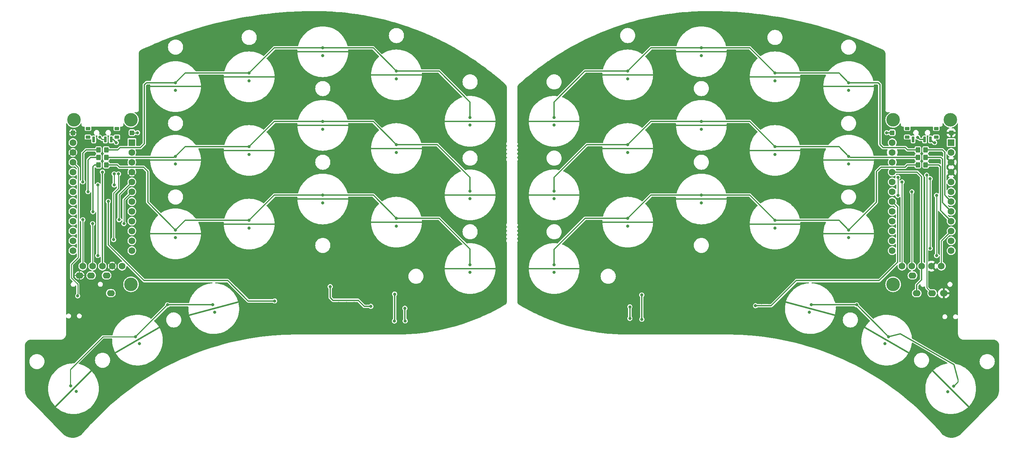
<source format=gbl>
%TF.GenerationSoftware,KiCad,Pcbnew,7.0.7-2.fc38*%
%TF.CreationDate,2023-10-05T15:26:06+05:30*%
%TF.ProjectId,tako,74616b6f-2e6b-4696-9361-645f70636258,rev?*%
%TF.SameCoordinates,Original*%
%TF.FileFunction,Copper,L2,Bot*%
%TF.FilePolarity,Positive*%
%FSLAX46Y46*%
G04 Gerber Fmt 4.6, Leading zero omitted, Abs format (unit mm)*
G04 Created by KiCad (PCBNEW 7.0.7-2.fc38) date 2023-10-05 15:26:06*
%MOMM*%
%LPD*%
G01*
G04 APERTURE LIST*
G04 Aperture macros list*
%AMRoundRect*
0 Rectangle with rounded corners*
0 $1 Rounding radius*
0 $2 $3 $4 $5 $6 $7 $8 $9 X,Y pos of 4 corners*
0 Add a 4 corners polygon primitive as box body*
4,1,4,$2,$3,$4,$5,$6,$7,$8,$9,$2,$3,0*
0 Add four circle primitives for the rounded corners*
1,1,$1+$1,$2,$3*
1,1,$1+$1,$4,$5*
1,1,$1+$1,$6,$7*
1,1,$1+$1,$8,$9*
0 Add four rect primitives between the rounded corners*
20,1,$1+$1,$2,$3,$4,$5,0*
20,1,$1+$1,$4,$5,$6,$7,0*
20,1,$1+$1,$6,$7,$8,$9,0*
20,1,$1+$1,$8,$9,$2,$3,0*%
%AMFreePoly0*
4,1,17,0.124698,6.656366,0.180194,6.586777,0.200000,6.500000,0.200000,-6.500000,0.180194,-6.586777,0.124698,-6.656366,0.044504,-6.694986,-0.044504,-6.694986,-0.124698,-6.656366,-0.180194,-6.586777,-0.200000,-6.500000,-0.200000,6.500000,-0.180194,6.586777,-0.124698,6.656366,-0.044504,6.694986,0.044504,6.694986,0.124698,6.656366,0.124698,6.656366,$1*%
G04 Aperture macros list end*
%TA.AperFunction,SMDPad,CuDef*%
%ADD10RoundRect,0.312500X-0.312500X-0.312500X0.312500X-0.312500X0.312500X0.312500X-0.312500X0.312500X0*%
%TD*%
%TA.AperFunction,SMDPad,CuDef*%
%ADD11FreePoly0,90.000000*%
%TD*%
%TA.AperFunction,ComponentPad*%
%ADD12C,3.500000*%
%TD*%
%TA.AperFunction,SMDPad,CuDef*%
%ADD13FreePoly0,135.000000*%
%TD*%
%TA.AperFunction,ComponentPad*%
%ADD14O,2.000000X1.600000*%
%TD*%
%TA.AperFunction,SMDPad,CuDef*%
%ADD15FreePoly0,60.000000*%
%TD*%
%TA.AperFunction,SMDPad,CuDef*%
%ADD16FreePoly0,105.000000*%
%TD*%
%TA.AperFunction,SMDPad,CuDef*%
%ADD17RoundRect,0.312500X0.312500X0.312500X-0.312500X0.312500X-0.312500X-0.312500X0.312500X-0.312500X0*%
%TD*%
%TA.AperFunction,SMDPad,CuDef*%
%ADD18FreePoly0,75.000000*%
%TD*%
%TA.AperFunction,ComponentPad*%
%ADD19C,1.752600*%
%TD*%
%TA.AperFunction,SMDPad,CuDef*%
%ADD20FreePoly0,120.000000*%
%TD*%
%TA.AperFunction,SMDPad,CuDef*%
%ADD21FreePoly0,45.000000*%
%TD*%
%TA.AperFunction,SMDPad,CuDef*%
%ADD22RoundRect,0.120000X-0.480000X-0.280000X0.480000X-0.280000X0.480000X0.280000X-0.480000X0.280000X0*%
%TD*%
%TA.AperFunction,SMDPad,CuDef*%
%ADD23RoundRect,0.105000X-0.245000X-0.645000X0.245000X-0.645000X0.245000X0.645000X-0.245000X0.645000X0*%
%TD*%
%TA.AperFunction,SMDPad,CuDef*%
%ADD24RoundRect,0.250000X0.350000X0.450000X-0.350000X0.450000X-0.350000X-0.450000X0.350000X-0.450000X0*%
%TD*%
%TA.AperFunction,SMDPad,CuDef*%
%ADD25RoundRect,0.250000X-0.350000X-0.450000X0.350000X-0.450000X0.350000X0.450000X-0.350000X0.450000X0*%
%TD*%
%TA.AperFunction,ComponentPad*%
%ADD26R,1.752600X1.752600*%
%TD*%
%TA.AperFunction,ViaPad*%
%ADD27C,0.800000*%
%TD*%
%TA.AperFunction,Conductor*%
%ADD28C,0.350000*%
%TD*%
%TA.AperFunction,Conductor*%
%ADD29C,0.250000*%
%TD*%
G04 APERTURE END LIST*
D10*
%TO.P,BAT_HOLE-101,1,1*%
%TO.N,GND_R*%
X38155480Y-57819423D03*
%TD*%
D11*
%TO.P,SW5,3,SG*%
%TO.N,GND*%
X238839549Y-45859992D03*
%TD*%
%TO.P,SW13,3,SG*%
%TO.N,GND*%
X200739550Y-74959991D03*
%TD*%
%TO.P,SW111,3,SG*%
%TO.N,GND_R*%
X140906339Y-92960495D03*
%TD*%
%TO.P,SW12,3,SG*%
%TO.N,GND*%
X181689550Y-80960500D03*
%TD*%
%TO.P,SW103,3,SG*%
%TO.N,GND_R*%
X102806345Y-36859995D03*
%TD*%
%TO.P,SW4,3,SG*%
%TO.N,GND*%
X219789550Y-43360005D03*
%TD*%
%TO.P,SW15,3,SG*%
%TO.N,GND*%
X238839549Y-83959994D03*
%TD*%
%TO.P,SW6,3,SG*%
%TO.N,GND*%
X162639552Y-73910492D03*
%TD*%
D10*
%TO.P,BAT_HOLE+1,1,1*%
%TO.N,BAT+*%
X250116908Y-57819421D03*
%TD*%
D11*
%TO.P,SW105,3,SG*%
%TO.N,GND_R*%
X64706339Y-45859993D03*
%TD*%
%TO.P,SW104,3,SG*%
%TO.N,GND_R*%
X83756340Y-43360003D03*
%TD*%
D12*
%TO.P,H115,*%
%TO.N,*%
X53181889Y-54480531D03*
%TD*%
D11*
%TO.P,SW3,3,SG*%
%TO.N,GND*%
X200739540Y-36859996D03*
%TD*%
D13*
%TO.P,SW116,3,SG*%
%TO.N,GND_R*%
X38296377Y-124047384D03*
%TD*%
D12*
%TO.P,H17,*%
%TO.N,*%
X250364002Y-97039421D03*
%TD*%
D11*
%TO.P,SW11,3,SG*%
%TO.N,GND*%
X162639550Y-92960494D03*
%TD*%
D12*
%TO.P,H116,*%
%TO.N,*%
X38400564Y-54480077D03*
%TD*%
%TO.P,H15,*%
%TO.N,*%
X250364001Y-54480531D03*
%TD*%
D11*
%TO.P,SW2,3,SG*%
%TO.N,GND*%
X181689546Y-42860498D03*
%TD*%
D14*
%TO.P,J1,A*%
%TO.N,unconnected-(J1-PadA)*%
X255365975Y-94739423D03*
%TO.P,J1,B*%
%TO.N,GND*%
X263465975Y-99339423D03*
%TO.P,J1,C*%
%TO.N,DATA*%
X260465975Y-99339423D03*
%TO.P,J1,D*%
%TO.N,+3.3V*%
X256465975Y-99339423D03*
%TD*%
D15*
%TO.P,SW17,3,SG*%
%TO.N,GND*%
X248689516Y-111480384D03*
%TD*%
D11*
%TO.P,SW9,3,SG*%
%TO.N,GND*%
X219789550Y-62409994D03*
%TD*%
%TO.P,SW7,3,SG*%
%TO.N,GND*%
X181689551Y-61910495D03*
%TD*%
%TO.P,SW14,3,SG*%
%TO.N,GND*%
X219789545Y-81459993D03*
%TD*%
D12*
%TO.P,H117,*%
%TO.N,*%
X53181888Y-97039423D03*
%TD*%
D11*
%TO.P,SW1,3,SG*%
%TO.N,GND*%
X162639540Y-54860494D03*
%TD*%
%TO.P,SW114,3,SG*%
%TO.N,GND_R*%
X83756343Y-81459993D03*
%TD*%
%TO.P,SW10,3,SG*%
%TO.N,GND*%
X238839548Y-64909997D03*
%TD*%
%TO.P,SW107,3,SG*%
%TO.N,GND_R*%
X121856339Y-61910496D03*
%TD*%
%TO.P,SW102,3,SG*%
%TO.N,GND_R*%
X121856343Y-42860499D03*
%TD*%
D16*
%TO.P,SW118,3,SG*%
%TO.N,GND_R*%
X74603297Y-103300695D03*
%TD*%
D17*
%TO.P,BAT_HOLE+101,1,1*%
%TO.N,BAT+_R*%
X53428978Y-57819423D03*
%TD*%
D11*
%TO.P,SW109,3,SG*%
%TO.N,GND_R*%
X83756338Y-62409992D03*
%TD*%
D18*
%TO.P,SW18,3,SG*%
%TO.N,GND*%
X228942589Y-103300695D03*
%TD*%
D11*
%TO.P,SW8,3,SG*%
%TO.N,GND*%
X200739544Y-55909999D03*
%TD*%
D19*
%TO.P,DISP1,1,MOSI*%
%TO.N,MOSI*%
X252674330Y-92332635D03*
%TO.P,DISP1,2,SCK*%
%TO.N,SCK*%
X255214330Y-92332635D03*
%TO.P,DISP1,3,VCC*%
%TO.N,+3.3V*%
X257754330Y-92332635D03*
%TO.P,DISP1,4,GND*%
%TO.N,GND*%
X260294330Y-92332635D03*
%TO.P,DISP1,5,CS*%
%TO.N,CS*%
X262834330Y-92332635D03*
%TD*%
%TO.P,DISP101,1,MOSI*%
%TO.N,MOSI_R*%
X40711557Y-92332635D03*
%TO.P,DISP101,2,SCK*%
%TO.N,SCK_R*%
X43251557Y-92332635D03*
%TO.P,DISP101,3,VCC*%
%TO.N,+3.3V_R*%
X45791557Y-92332635D03*
%TO.P,DISP101,4,GND*%
%TO.N,GND_R*%
X48331557Y-92332635D03*
%TO.P,DISP101,5,CS*%
%TO.N,CS_R*%
X50871557Y-92332635D03*
%TD*%
D11*
%TO.P,SW112,3,SG*%
%TO.N,GND_R*%
X121856338Y-80960495D03*
%TD*%
D20*
%TO.P,SW117,3,SG*%
%TO.N,GND_R*%
X54856377Y-111480384D03*
%TD*%
D12*
%TO.P,H16,*%
%TO.N,*%
X265145326Y-54480079D03*
%TD*%
D11*
%TO.P,SW108,3,SG*%
%TO.N,GND_R*%
X102806341Y-55909999D03*
%TD*%
%TO.P,SW106,3,SG*%
%TO.N,GND_R*%
X140906336Y-73910494D03*
%TD*%
%TO.P,SW101,3,SG*%
%TO.N,GND_R*%
X140906348Y-54860496D03*
%TD*%
D17*
%TO.P,BAT_HOLE-1,1,1*%
%TO.N,GND*%
X265390409Y-57819423D03*
%TD*%
D14*
%TO.P,J101,A*%
%TO.N,unconnected-(J101-PadA)*%
X47962468Y-99330596D03*
%TO.P,J101,B*%
%TO.N,GND_R*%
X39862468Y-94730596D03*
%TO.P,J101,C*%
%TO.N,DATA_R*%
X42862468Y-94730596D03*
%TO.P,J101,D*%
%TO.N,+3.3V_R*%
X46862468Y-94730596D03*
%TD*%
D21*
%TO.P,SW16,3,SG*%
%TO.N,GND*%
X265249073Y-124047750D03*
%TD*%
D11*
%TO.P,SW115,3,SG*%
%TO.N,GND_R*%
X64706339Y-83959995D03*
%TD*%
%TO.P,SW113,3,SG*%
%TO.N,GND_R*%
X102806340Y-74959989D03*
%TD*%
%TO.P,SW110,3,SG*%
%TO.N,GND_R*%
X64706340Y-64909997D03*
%TD*%
D22*
%TO.P,PSW1,*%
%TO.N,*%
X254004580Y-56712138D03*
X254004580Y-58922138D03*
X261504580Y-56712138D03*
X261504580Y-58922138D03*
D23*
%TO.P,PSW1,1,A*%
%TO.N,unconnected-(PSW1-A-Pad1)*%
X255504580Y-59572138D03*
%TO.P,PSW1,2,B*%
%TO.N,BAT+*%
X258504580Y-59572138D03*
%TO.P,PSW1,3,C*%
%TO.N,RAW*%
X260004580Y-59572138D03*
%TD*%
D24*
%TO.P,R101,1*%
%TO.N,Net-(R101-Pad1)*%
X46773372Y-62242136D03*
%TO.P,R101,2*%
%TO.N,ROW0_R*%
X44773372Y-62242136D03*
%TD*%
D22*
%TO.P,PSW101,*%
%TO.N,*%
X42041307Y-56712135D03*
X42041307Y-58922135D03*
X49541307Y-56712135D03*
X49541307Y-58922135D03*
D23*
%TO.P,PSW101,1,A*%
%TO.N,unconnected-(PSW101-A-Pad1)*%
X43541307Y-59572135D03*
%TO.P,PSW101,2,B*%
%TO.N,BAT+_R*%
X46541307Y-59572135D03*
%TO.P,PSW101,3,C*%
%TO.N,RAW_R*%
X48041307Y-59572135D03*
%TD*%
D25*
%TO.P,R102,1*%
%TO.N,ROW1_R*%
X44773374Y-64192135D03*
%TO.P,R102,2*%
%TO.N,Net-(R102-Pad2)*%
X46773374Y-64192135D03*
%TD*%
D26*
%TO.P,U1,1,TX0/D3*%
%TO.N,DATA*%
X265374575Y-60373659D03*
D19*
%TO.P,U1,2,RX1/D2*%
%TO.N,HAND*%
X265374575Y-62913659D03*
%TO.P,U1,3,GND*%
%TO.N,GND*%
X265374575Y-65453659D03*
%TO.P,U1,4,GND*%
X265374575Y-67993659D03*
%TO.P,U1,5,2/D1/SDA*%
%TO.N,MOSI*%
X265374575Y-70533659D03*
%TO.P,U1,6,3/D0/SCL*%
%TO.N,SCK*%
X265374575Y-73073659D03*
%TO.P,U1,7,4/D4*%
%TO.N,ROW0*%
X265374575Y-75613659D03*
%TO.P,U1,8,5/C6*%
%TO.N,ROW1*%
X265374575Y-78153659D03*
%TO.P,U1,9,6/D7*%
%TO.N,ROW2*%
X265374575Y-80693659D03*
%TO.P,U1,10,7/E6*%
%TO.N,CS*%
X265374575Y-83233659D03*
%TO.P,U1,11,8/B4*%
%TO.N,unconnected-(U1-8{slash}B4-Pad11)*%
X265374575Y-85773659D03*
%TO.P,U1,12,9/B5*%
%TO.N,unconnected-(U1-9{slash}B5-Pad12)*%
X265374575Y-88313659D03*
%TO.P,U1,13,B6/10*%
%TO.N,APLEX_EN_PIN_0*%
X250134575Y-88313659D03*
%TO.P,U1,14,B2/16*%
%TO.N,ROW3*%
X250134575Y-85773659D03*
%TO.P,U1,15,B3/14*%
%TO.N,APLEX_OUT_PIN_0*%
X250134575Y-83233659D03*
%TO.P,U1,16,B1/15*%
%TO.N,POWER*%
X250134575Y-80693659D03*
%TO.P,U1,17,F7/A0*%
%TO.N,AMUX_SEL_2*%
X250134575Y-78153659D03*
%TO.P,U1,18,F6/A1*%
%TO.N,ADC*%
X250134575Y-75613659D03*
%TO.P,U1,19,F5/A2*%
%TO.N,AMUX_SEL_1*%
X250134575Y-73073659D03*
%TO.P,U1,20,F4/A3*%
%TO.N,AMUX_SEL_0*%
X250134575Y-70533659D03*
%TO.P,U1,21,VCC*%
%TO.N,+3.3V*%
X250134575Y-67993659D03*
%TO.P,U1,22,RST*%
%TO.N,RESET*%
X250134575Y-65453659D03*
%TO.P,U1,23,GND*%
%TO.N,GND*%
X250134575Y-62913659D03*
%TO.P,U1,24,RAW*%
%TO.N,RAW*%
X250134575Y-60373659D03*
%TD*%
D24*
%TO.P,R3,1*%
%TO.N,ROW2*%
X258772518Y-66142134D03*
%TO.P,R3,2*%
%TO.N,Net-(R3-Pad2)*%
X256772518Y-66142134D03*
%TD*%
D26*
%TO.P,U101,1,TX0/D3*%
%TO.N,DATA_R*%
X53411311Y-60373658D03*
D19*
%TO.P,U101,2,RX1/D2*%
%TO.N,HAND_R*%
X53411311Y-62913658D03*
%TO.P,U101,3,GND*%
%TO.N,GND_R*%
X53411311Y-65453658D03*
%TO.P,U101,4,GND*%
X53411311Y-67993658D03*
%TO.P,U101,5,2/D1/SDA*%
%TO.N,MOSI_R*%
X53411311Y-70533658D03*
%TO.P,U101,6,3/D0/SCL*%
%TO.N,SCK_R*%
X53411311Y-73073658D03*
%TO.P,U101,7,4/D4*%
%TO.N,APLEX_EN_PIN_0_R*%
X53411311Y-75613658D03*
%TO.P,U101,8,5/C6*%
%TO.N,POWER_R*%
X53411311Y-78153658D03*
%TO.P,U101,9,6/D7*%
%TO.N,APLEX_OUT_PIN_0_R*%
X53411311Y-80693658D03*
%TO.P,U101,10,7/E6*%
%TO.N,AMUX_SEL_2_R*%
X53411311Y-83233658D03*
%TO.P,U101,11,8/B4*%
%TO.N,AMUX_SEL_1_R*%
X53411311Y-85773658D03*
%TO.P,U101,12,9/B5*%
%TO.N,AMUX_SEL_0_R*%
X53411311Y-88313658D03*
%TO.P,U101,13,B6/10*%
%TO.N,CS_R*%
X38171311Y-88313658D03*
%TO.P,U101,14,B2/16*%
%TO.N,unconnected-(U101-B2{slash}16-Pad14)*%
X38171311Y-85773658D03*
%TO.P,U101,15,B3/14*%
%TO.N,ROW3_R*%
X38171311Y-83233658D03*
%TO.P,U101,16,B1/15*%
%TO.N,unconnected-(U101-B1{slash}15-Pad16)*%
X38171311Y-80693658D03*
%TO.P,U101,17,F7/A0*%
%TO.N,ROW2_R*%
X38171311Y-78153658D03*
%TO.P,U101,18,F6/A1*%
%TO.N,ADC_R*%
X38171311Y-75613658D03*
%TO.P,U101,19,F5/A2*%
%TO.N,ROW1_R*%
X38171311Y-73073658D03*
%TO.P,U101,20,F4/A3*%
%TO.N,ROW0_R*%
X38171311Y-70533658D03*
%TO.P,U101,21,VCC*%
%TO.N,+3.3V_R*%
X38171311Y-67993658D03*
%TO.P,U101,22,RST*%
%TO.N,RESET_R*%
X38171311Y-65453658D03*
%TO.P,U101,23,GND*%
%TO.N,GND_R*%
X38171311Y-62913658D03*
%TO.P,U101,24,RAW*%
%TO.N,RAW_R*%
X38171311Y-60373658D03*
%TD*%
D24*
%TO.P,R2,1*%
%TO.N,ROW1*%
X258772513Y-64192137D03*
%TO.P,R2,2*%
%TO.N,Net-(R2-Pad2)*%
X256772513Y-64192137D03*
%TD*%
D25*
%TO.P,R1,1*%
%TO.N,Net-(R1-Pad1)*%
X256772514Y-62242136D03*
%TO.P,R1,2*%
%TO.N,ROW0*%
X258772514Y-62242136D03*
%TD*%
%TO.P,R103,1*%
%TO.N,ROW2_R*%
X44773372Y-66142134D03*
%TO.P,R103,2*%
%TO.N,Net-(R103-Pad2)*%
X46773372Y-66142134D03*
%TD*%
D27*
%TO.N,GND*%
X260189969Y-61216057D03*
X194088549Y-95598991D03*
X186201834Y-103439598D03*
X186488552Y-93842492D03*
X234589550Y-91529990D03*
X192676256Y-72950602D03*
X229509548Y-91529992D03*
X180738550Y-103459422D03*
X173456255Y-59900600D03*
X186368548Y-106898991D03*
X232049547Y-91529992D03*
X228676259Y-60450602D03*
X230676257Y-62450599D03*
X239669549Y-91529989D03*
X224429549Y-91529989D03*
X170089736Y-63350052D03*
X218289546Y-103382637D03*
X176488549Y-102398990D03*
X173416257Y-80960603D03*
X212190408Y-95509423D03*
X190676255Y-72950602D03*
X196489547Y-91529992D03*
X204288548Y-99998989D03*
X204148548Y-106898991D03*
X216809551Y-91529992D03*
X190804486Y-93842492D03*
X204109547Y-91529992D03*
X209676255Y-72950599D03*
X216848547Y-106898991D03*
X218289550Y-101782634D03*
X192189550Y-102040490D03*
X168675526Y-61935838D03*
X170916255Y-78960598D03*
X237129549Y-91529992D03*
X228676260Y-62450601D03*
X180738550Y-105459421D03*
X196528547Y-106898990D03*
X197840408Y-104609424D03*
X183738550Y-105459423D03*
X183738550Y-103459423D03*
X168481006Y-80726494D03*
X206688549Y-106898991D03*
X214269547Y-91529991D03*
X211676256Y-74950602D03*
X221889549Y-91529991D03*
X206649547Y-91529992D03*
X192676258Y-74950601D03*
X228676258Y-81450600D03*
X190676258Y-74950603D03*
X211666260Y-55910601D03*
X179926834Y-98339598D03*
X188908550Y-106898990D03*
X230676256Y-81450604D03*
X173456258Y-61900604D03*
X199068548Y-106898989D03*
X255088553Y-65198993D03*
X211768547Y-106898990D03*
X201608547Y-106898991D03*
X199029546Y-91529991D03*
X209666255Y-55910603D03*
X201569548Y-91529992D03*
X260189967Y-67216055D03*
X260189968Y-63198991D03*
X192676257Y-53950600D03*
X194189549Y-102040493D03*
X169895222Y-82140707D03*
X190676256Y-53950602D03*
X216289546Y-101782635D03*
X171456255Y-61900602D03*
X204988550Y-95898989D03*
X198189547Y-102040493D03*
X242209547Y-91529990D03*
X214308551Y-106898991D03*
X219349547Y-91529989D03*
X260189964Y-65098991D03*
X211666254Y-53910601D03*
X230676256Y-79450602D03*
X190676256Y-55950601D03*
X209189550Y-91529990D03*
X216289551Y-103382635D03*
X211676257Y-72950603D03*
X209666259Y-53910603D03*
X204290408Y-103859422D03*
X254988550Y-63198991D03*
X192676257Y-55950604D03*
X167261311Y-63350051D03*
X209676256Y-74950600D03*
X190189549Y-102042491D03*
X252288551Y-63198991D03*
X211729550Y-91529992D03*
X167066791Y-82140706D03*
X168675525Y-64764265D03*
X171456258Y-59900600D03*
X228676258Y-79450602D03*
X197044964Y-95666058D03*
X209228548Y-106898991D03*
X194309547Y-92580492D03*
X173416254Y-78960601D03*
X191448548Y-106898991D03*
X201122515Y-98942493D03*
X182238551Y-93842492D03*
X170916256Y-80960601D03*
X196189550Y-102040491D03*
X226969547Y-91529992D03*
X168481007Y-83554920D03*
X193988550Y-106897008D03*
X230676257Y-60450602D03*
X252288549Y-65198992D03*
%TO.N,MOSI*%
X252674328Y-70565709D03*
%TO.N,SCK*%
X255214329Y-73112048D03*
%TO.N,BAT+*%
X248689966Y-57816058D03*
X256740408Y-59009421D03*
%TO.N,RAW*%
X261090410Y-60359424D03*
%TO.N,Net-(R1-Pad1)*%
X238839548Y-44859994D03*
X219789552Y-42360001D03*
X200739540Y-35859996D03*
X181689543Y-41860498D03*
X162639541Y-53860499D03*
%TO.N,Net-(R2-Pad2)*%
X162639550Y-72910491D03*
X200739548Y-54909996D03*
X238839550Y-63909992D03*
X181689551Y-60910494D03*
X219789553Y-61409991D03*
%TO.N,Net-(R3-Pad2)*%
X238839549Y-82959995D03*
X219789545Y-80459995D03*
X162639550Y-91960494D03*
X200739548Y-73959993D03*
X181689549Y-79960497D03*
%TO.N,COL0*%
X264454422Y-124834003D03*
X162639550Y-74910488D03*
X162639542Y-55860497D03*
X162639550Y-93960492D03*
%TO.N,COL1*%
X248189512Y-112346411D03*
X181689549Y-62910496D03*
X182238551Y-102859423D03*
X181689546Y-43860500D03*
X182243717Y-105864591D03*
X181689553Y-81960496D03*
%TO.N,COL2*%
X228683771Y-104266622D03*
X200739548Y-75959992D03*
X200739547Y-56909996D03*
X185319367Y-99786656D03*
X200739543Y-37859997D03*
X185344765Y-106085857D03*
%TO.N,COL3*%
X219789549Y-44360001D03*
X219789552Y-63409993D03*
X219789543Y-82459992D03*
%TO.N,COL4*%
X238839550Y-84959994D03*
X238839549Y-46859994D03*
X238839549Y-65909998D03*
%TO.N,ADC*%
X214738549Y-102572135D03*
%TO.N,DATA*%
X259031131Y-68780491D03*
%TO.N,RESET*%
X251589553Y-69330491D03*
X251589551Y-74030492D03*
X261579894Y-74030492D03*
X261588548Y-89598990D03*
%TO.N,Net-(R4-Pad2)*%
X229201412Y-102334771D03*
X265989051Y-123344341D03*
X240909925Y-102334773D03*
X249189511Y-110614362D03*
%TO.N,BAT+_R*%
X54889966Y-57816057D03*
X45081801Y-58966055D03*
%TO.N,MOSI_R*%
X50089549Y-80330491D03*
X40711557Y-80330491D03*
%TO.N,SCK_R*%
X43251559Y-81330491D03*
X51339549Y-81330490D03*
%TO.N,DATA_R*%
X48839548Y-71330490D03*
X44589550Y-89580491D03*
X48839552Y-68466056D03*
X44589550Y-71330491D03*
%TO.N,ADC_R*%
X47309548Y-75580490D03*
X90339549Y-101330491D03*
%TO.N,RAW_R*%
X49381803Y-60366058D03*
%TO.N,Net-(R101-Pad1)*%
X140906344Y-53860500D03*
X64706339Y-44859994D03*
X83756336Y-42360002D03*
X102806342Y-35859995D03*
X121856344Y-41860498D03*
%TO.N,ROW0_R*%
X40709548Y-70533662D03*
%TO.N,ROW1_R*%
X42046381Y-73073660D03*
%TO.N,Net-(R102-Pad2)*%
X121856337Y-60910493D03*
X140906337Y-72910491D03*
X102806340Y-54909996D03*
X83756338Y-61409992D03*
X64706340Y-63909993D03*
%TO.N,ROW2_R*%
X43339548Y-78250491D03*
%TO.N,Net-(R103-Pad2)*%
X140906341Y-91960493D03*
X121856340Y-79960494D03*
X64706337Y-82959993D03*
X83756341Y-80459996D03*
X102806341Y-73959991D03*
%TO.N,Net-(R104-Pad2)*%
X54356376Y-110614360D03*
X74344478Y-102334771D03*
X37562468Y-123330596D03*
X62635965Y-102334771D03*
%TO.N,COL3_R*%
X83756338Y-44360001D03*
X83756345Y-82459992D03*
X83756338Y-63409992D03*
%TO.N,COL2_R*%
X102806339Y-75959992D03*
X102806345Y-56909998D03*
X102806349Y-37859994D03*
X121385896Y-99557581D03*
X121335897Y-106532582D03*
X74862115Y-104266622D03*
%TO.N,COL4_R*%
X64706341Y-65909997D03*
X64706340Y-46859995D03*
X64706337Y-84959996D03*
%TO.N,COL0_R*%
X140906340Y-74910489D03*
X39037468Y-124770627D03*
X140906347Y-55860495D03*
X140906338Y-93960490D03*
%TO.N,COL1_R*%
X124110896Y-106507580D03*
X121856340Y-81960498D03*
X121856344Y-43860498D03*
X124035895Y-103232582D03*
X121856341Y-62910497D03*
X55356376Y-112346413D03*
%TO.N,RESET_R*%
X39387468Y-100030596D03*
%TO.N,GND_R*%
X84049547Y-107000492D03*
X110876257Y-74950602D03*
X83759547Y-100330489D03*
X120210896Y-99932581D03*
X93876256Y-74960601D03*
X132626258Y-78960603D03*
X112058372Y-106466057D03*
X130126256Y-78960602D03*
X59589548Y-91830242D03*
X112876256Y-72950602D03*
X72289549Y-91830489D03*
X74876257Y-60450602D03*
X86589550Y-107000492D03*
X112741403Y-93892136D03*
X102423373Y-98842492D03*
X110866258Y-55910601D03*
X112876255Y-74950599D03*
X101829548Y-107000490D03*
X94589547Y-102500491D03*
X136510589Y-82117372D03*
X106938549Y-101942490D03*
X112866255Y-53910601D03*
X136275889Y-63279340D03*
X79909548Y-91830489D03*
X110876256Y-72950603D03*
X97689547Y-91830492D03*
X41959550Y-89530492D03*
X109449550Y-107000489D03*
X72876258Y-60450602D03*
X74876260Y-81450600D03*
X134861675Y-64693553D03*
X134861676Y-61865126D03*
X122685897Y-103932579D03*
X89129550Y-107000490D03*
X100229551Y-91830492D03*
X102769547Y-91830493D03*
X72876255Y-81450600D03*
X87529551Y-91830493D03*
X40926834Y-96389598D03*
X82449549Y-91830492D03*
X110866257Y-53910603D03*
X120410896Y-104032581D03*
X91669549Y-107000491D03*
X90589548Y-95750491D03*
X125101834Y-104039598D03*
X120435896Y-101857580D03*
X132176258Y-61950602D03*
X86759547Y-102330491D03*
X135096375Y-80703158D03*
X94209550Y-107000490D03*
X98638549Y-95542491D03*
X132626259Y-80960602D03*
X107638549Y-97342491D03*
X128960897Y-102257581D03*
X112866257Y-55910601D03*
X93876256Y-53900602D03*
X99338550Y-100042492D03*
X84989550Y-91830491D03*
X91876259Y-72960600D03*
X102638551Y-97242491D03*
X117057339Y-93892134D03*
X86759549Y-100330490D03*
X125710897Y-98407581D03*
X74876260Y-62450600D03*
X104431802Y-104416058D03*
X64669550Y-91830491D03*
X89559550Y-100330491D03*
X62129551Y-91830490D03*
X95149550Y-91830491D03*
X121316133Y-97362635D03*
X104938548Y-101942488D03*
X122710896Y-101807580D03*
X114038551Y-101942490D03*
X121373275Y-93892136D03*
X93876256Y-55900601D03*
X135096374Y-83531586D03*
X106909549Y-107000491D03*
X67209549Y-91830493D03*
X72876255Y-62450602D03*
X90069548Y-91830491D03*
X96749549Y-107000492D03*
X125326834Y-102314598D03*
X108938552Y-101942492D03*
X91876256Y-55900601D03*
X91876257Y-53900601D03*
X125635896Y-106032581D03*
X99289548Y-107000487D03*
X110938550Y-101942490D03*
X92609548Y-91830489D03*
X74829548Y-91830490D03*
X133682161Y-82117372D03*
X83759550Y-102330490D03*
X93876256Y-72960598D03*
X72876260Y-79450602D03*
X130176257Y-61950598D03*
X107849550Y-91830492D03*
X109559551Y-93080493D03*
X91876256Y-74960602D03*
X122585897Y-106082581D03*
X130176255Y-59950602D03*
X77369547Y-91830492D03*
X69749549Y-91830491D03*
X132176259Y-59950598D03*
X104369548Y-107000492D03*
X130126257Y-80960599D03*
X133447464Y-63279339D03*
X51080945Y-65466058D03*
X119685896Y-106132582D03*
X105309548Y-91830492D03*
X74876256Y-79450600D03*
X122485897Y-99957580D03*
%TO.N,+3.3V_R*%
X45791558Y-67982499D03*
%TO.N,HAND*%
X259939966Y-87716056D03*
X259939966Y-69716056D03*
%TO.N,POWER_R*%
X115238548Y-102742493D03*
X104723375Y-97624487D03*
%TO.N,HAND_R*%
X49939968Y-68466057D03*
X48689966Y-85466057D03*
%TD*%
D28*
%TO.N,+3.3V*%
X257754330Y-95882271D02*
X257754328Y-92332635D01*
X257754332Y-69180423D02*
X257754330Y-92332635D01*
X256465971Y-99339424D02*
X256465972Y-97170627D01*
X250134576Y-67993660D02*
X256567566Y-67993660D01*
X255872516Y-99339423D02*
X256465971Y-99339424D01*
X256465972Y-97170627D02*
X257754330Y-95882271D01*
X256567566Y-67993660D02*
X257754332Y-69180423D01*
D29*
%TO.N,MOSI*%
X252674328Y-70565709D02*
X252674330Y-92332634D01*
%TO.N,SCK*%
X255214329Y-73112048D02*
X255214331Y-92332638D01*
%TO.N,CS*%
X262834333Y-85773907D02*
X265374576Y-83233662D01*
X262834328Y-92332633D02*
X262834333Y-85773907D01*
D28*
%TO.N,BAT+*%
X248689966Y-57816058D02*
X250113541Y-57816056D01*
X257303118Y-59572134D02*
X258504578Y-59572133D01*
X250113541Y-57816056D02*
X250116908Y-57819421D01*
X256740408Y-59009421D02*
X257303118Y-59572134D01*
%TO.N,RAW*%
X261090410Y-60359424D02*
X260791867Y-60359424D01*
X260791867Y-60359424D02*
X260004580Y-59572134D01*
%TO.N,Net-(R1-Pad1)*%
X253466044Y-61642135D02*
X254066042Y-62242135D01*
X219789552Y-42360001D02*
X213289548Y-35859997D01*
X246922514Y-45348609D02*
X246922517Y-60848607D01*
X213289548Y-35859997D02*
X200739540Y-35859996D01*
X247716042Y-61642132D02*
X253466044Y-61642135D01*
X219789552Y-42360001D02*
X236339555Y-42359999D01*
X181689543Y-41860498D02*
X170634351Y-41860498D01*
X162639542Y-49855301D02*
X162639541Y-53860499D01*
X238839548Y-44859994D02*
X246433903Y-44859994D01*
X170634351Y-41860498D02*
X162639542Y-49855301D01*
X181689543Y-41860498D02*
X187690044Y-35859996D01*
X236339555Y-42359999D02*
X238839548Y-44859994D01*
X246922517Y-60848607D02*
X247716042Y-61642132D01*
X246433903Y-44859994D02*
X246922514Y-45348609D01*
X254066042Y-62242135D02*
X256772513Y-62242134D01*
X187690044Y-35859996D02*
X200739540Y-35859996D01*
%TO.N,ROW0*%
X263692713Y-73931797D02*
X265374578Y-75613658D01*
X258772515Y-62242136D02*
X263094703Y-62242133D01*
X263692714Y-62840145D02*
X263692713Y-73931797D01*
X263094703Y-62242133D02*
X263692714Y-62840145D01*
%TO.N,ROW1*%
X263142715Y-64665145D02*
X263142715Y-75921796D01*
X258772515Y-64192136D02*
X262669703Y-64192135D01*
X263142715Y-75921796D02*
X265374576Y-78153660D01*
X262669703Y-64192135D02*
X263142715Y-64665145D01*
%TO.N,Net-(R2-Pad2)*%
X162639552Y-69385478D02*
X171114538Y-60910495D01*
X238839550Y-63909992D02*
X236339546Y-61409991D01*
X171114538Y-60910495D02*
X181689551Y-60910494D01*
X239328799Y-64192135D02*
X256772518Y-64192135D01*
X162639550Y-72910491D02*
X162639552Y-69385478D01*
X236339546Y-61409991D02*
X219789553Y-61409991D01*
X187690047Y-54909997D02*
X200739548Y-54909996D01*
X181689551Y-60910494D02*
X187690047Y-54909997D01*
X200739548Y-54909996D02*
X213289552Y-54909996D01*
X238839550Y-63909992D02*
X238975247Y-64045691D01*
X213289552Y-54909996D02*
X219789553Y-61409991D01*
X238975262Y-64045676D02*
G75*
G03*
X239328799Y-64192135I353538J353476D01*
G01*
%TO.N,ROW2*%
X262119703Y-66142134D02*
X262592714Y-66615146D01*
X262592714Y-66615146D02*
X262592714Y-77911797D01*
X258772516Y-66142134D02*
X262119703Y-66142134D01*
X262592714Y-77911797D02*
X265374578Y-80693659D01*
%TO.N,Net-(R3-Pad2)*%
X213289541Y-73959994D02*
X219789545Y-80459995D01*
X187690053Y-73959991D02*
X200739548Y-73959993D01*
X247188887Y-66717134D02*
X253438885Y-66717136D01*
X162639550Y-91960494D02*
X162639547Y-87987311D01*
X246022513Y-67883509D02*
X247188887Y-66717134D01*
X254013889Y-66142134D02*
X256772518Y-66142134D01*
X238839549Y-82959995D02*
X246022513Y-75777034D01*
X219789545Y-80459995D02*
X236339548Y-80459995D01*
X170666359Y-79960495D02*
X181689549Y-79960497D01*
X253438885Y-66717136D02*
X254013889Y-66142134D01*
X162639547Y-87987311D02*
X170666359Y-79960495D01*
X246022513Y-75777034D02*
X246022513Y-67883509D01*
X236339548Y-80459995D02*
X238839549Y-82959995D01*
X181689549Y-79960497D02*
X187690053Y-73959991D01*
X200739548Y-73959993D02*
X213289541Y-73959994D01*
%TO.N,COL1*%
X182238546Y-105859424D02*
X182238551Y-102859423D01*
%TO.N,COL2*%
X185319368Y-106060457D02*
X185344765Y-106085857D01*
X185319367Y-99786656D02*
X185319368Y-106060457D01*
%TO.N,ADC*%
X218800050Y-102572136D02*
X225291693Y-96080492D01*
X214738549Y-102572135D02*
X218800050Y-102572136D01*
X251559548Y-91256787D02*
X251559549Y-77038634D01*
X251559549Y-77038634D02*
X250134577Y-75613660D01*
X225291693Y-96080492D02*
X246735845Y-96080493D01*
X246735845Y-96080493D02*
X251559548Y-91256787D01*
D29*
%TO.N,DATA*%
X259031132Y-97904583D02*
X260465974Y-99339422D01*
X259031131Y-68780491D02*
X259031133Y-97670626D01*
X259031133Y-97670626D02*
X259031132Y-97904583D01*
%TO.N,RESET*%
X261588548Y-74039143D02*
X261588548Y-89598990D01*
X251589553Y-69330491D02*
X251589551Y-74030492D01*
X261579894Y-74030492D02*
X261588548Y-74039143D01*
D28*
%TO.N,Net-(R4-Pad2)*%
X249189511Y-110614362D02*
X249192628Y-110625992D01*
D29*
X265989051Y-123344341D02*
X267083745Y-122249648D01*
D28*
X266070366Y-117818704D02*
X267083742Y-121600680D01*
X249189511Y-110614362D02*
X240909925Y-102334773D01*
X260945056Y-114859601D02*
X266070366Y-117818704D01*
X252196521Y-109808635D02*
X260945056Y-114859601D01*
X249189511Y-110614362D02*
X252196521Y-109808635D01*
D29*
X267083745Y-122249648D02*
X267083742Y-121600680D01*
D28*
X240909925Y-102334773D02*
X229201412Y-102334771D01*
D29*
%TO.N,BAT+_R*%
X45687879Y-59572134D02*
X45081801Y-58966055D01*
X54889966Y-57816057D02*
X53432350Y-57816056D01*
X53432350Y-57816056D02*
X53428978Y-57819423D01*
X46541309Y-59572135D02*
X45687879Y-59572134D01*
%TO.N,MOSI_R*%
X53411310Y-70533659D02*
X50089548Y-73855423D01*
X50089548Y-73855423D02*
X50089549Y-80330491D01*
X40711557Y-80330491D02*
X40711560Y-92332636D01*
%TO.N,SCK_R*%
X53411310Y-73073657D02*
X51339546Y-75145422D01*
X51339546Y-75145422D02*
X51339549Y-81330490D01*
X43251559Y-81330491D02*
X43251558Y-92332636D01*
%TO.N,DATA_R*%
X44589550Y-89580491D02*
X44589550Y-71330491D01*
X48839552Y-68466056D02*
X48839548Y-71330490D01*
D28*
%TO.N,ADC_R*%
X78259551Y-96080490D02*
X56559547Y-96080492D01*
X47309550Y-86830490D02*
X56559547Y-96080492D01*
X90339549Y-101330491D02*
X83509549Y-101330489D01*
X47309548Y-75580490D02*
X47309550Y-86830490D01*
X83509549Y-101330489D02*
X78259551Y-96080490D01*
%TO.N,RAW_R*%
X48041309Y-59572135D02*
X48587877Y-59572134D01*
X48587877Y-59572134D02*
X49381803Y-60366058D01*
%TO.N,Net-(R101-Pad1)*%
X56623374Y-60669489D02*
X55650725Y-61642133D01*
X121856344Y-41860498D02*
X115855841Y-35859996D01*
X50391755Y-61642134D02*
X49791757Y-62242133D01*
X57182865Y-44859994D02*
X56623371Y-45419488D01*
X64706340Y-44859992D02*
X57182865Y-44859994D01*
X115855841Y-35859996D02*
X102806342Y-35859995D01*
X83756336Y-42360002D02*
X90256340Y-35859997D01*
X49791757Y-62242133D02*
X46773373Y-62242136D01*
X56623371Y-45419488D02*
X56623374Y-60669489D01*
X132911538Y-41860498D02*
X121856344Y-41860498D01*
X140906344Y-53860500D02*
X140906345Y-49855306D01*
X90256340Y-35859997D02*
X102806342Y-35859995D01*
X55650725Y-61642133D02*
X50391755Y-61642134D01*
X140906345Y-49855306D02*
X132911538Y-41860498D01*
X64706339Y-44859994D02*
X67206331Y-42359999D01*
X64706340Y-44859992D02*
X64706339Y-44859994D01*
X67206331Y-42359999D02*
X83756336Y-42360002D01*
%TO.N,ROW0_R*%
X40709547Y-63083309D02*
X41550725Y-62242135D01*
X41550725Y-62242135D02*
X44773370Y-62242133D01*
X40709548Y-70533662D02*
X40709547Y-63083309D01*
%TO.N,ROW1_R*%
X42727904Y-64192137D02*
X42046382Y-64873660D01*
X44773373Y-64192135D02*
X42727904Y-64192137D01*
X42046382Y-64873660D02*
X42046381Y-73073660D01*
%TO.N,Net-(R102-Pad2)*%
X132431351Y-60910495D02*
X140906338Y-69385477D01*
X121856337Y-60910493D02*
X132431351Y-60910495D01*
X64217091Y-64192136D02*
X46773370Y-64192135D01*
X115855845Y-54909998D02*
X121856337Y-60910493D01*
X90256331Y-54909997D02*
X102806340Y-54909996D01*
X64706340Y-63909993D02*
X64570643Y-64045689D01*
X140906338Y-69385477D02*
X140906337Y-72910491D01*
X64706340Y-63909993D02*
X67206342Y-61409991D01*
X102806340Y-54909996D02*
X115855845Y-54909998D01*
X67206342Y-61409991D02*
X83756338Y-61409992D01*
X83756338Y-61409992D02*
X90256331Y-54909997D01*
X64217091Y-64192117D02*
G75*
G03*
X64570642Y-64045688I9J500017D01*
G01*
%TO.N,ROW2_R*%
X44773368Y-66142136D02*
X43777907Y-66142135D01*
X43777907Y-66142135D02*
X43339550Y-66580490D01*
X43339550Y-66580490D02*
X43339548Y-78250491D01*
%TO.N,Net-(R103-Pad2)*%
X83756341Y-80459996D02*
X67206339Y-80459995D01*
X83756341Y-80459996D02*
X90256345Y-73959991D01*
X49591046Y-66142134D02*
X46773372Y-66142134D01*
X67206339Y-80459995D02*
X64706337Y-82959993D01*
X64706337Y-82959993D02*
X57523376Y-75777036D01*
X115855837Y-73959994D02*
X121856340Y-79960494D01*
X140906340Y-87943091D02*
X132923748Y-79960494D01*
X102806341Y-73959991D02*
X115855837Y-73959994D01*
X57523372Y-67812627D02*
X56427879Y-66717136D01*
X132923748Y-79960494D02*
X121856340Y-79960494D01*
X140906341Y-91960493D02*
X140906340Y-87943091D01*
X56427879Y-66717136D02*
X50166046Y-66717137D01*
X50166046Y-66717137D02*
X49591046Y-66142134D01*
X57523376Y-75777036D02*
X57523372Y-67812627D01*
X90256345Y-73959991D02*
X102806341Y-73959991D01*
D29*
%TO.N,Net-(R104-Pad2)*%
X54356376Y-110614360D02*
X45933393Y-110614360D01*
X45933393Y-110614360D02*
X37490975Y-119056779D01*
D28*
X62635965Y-102334771D02*
X74344478Y-102334771D01*
D29*
X37490975Y-119056779D02*
X37490975Y-123195626D01*
D28*
X54356376Y-110614360D02*
X62635965Y-102334771D01*
%TO.N,COL2_R*%
X121385896Y-106482580D02*
X121335897Y-106532582D01*
X121385896Y-99557581D02*
X121385896Y-106482580D01*
D29*
%TO.N,COL1_R*%
X124110896Y-106507580D02*
X124135895Y-106532581D01*
D28*
X124035896Y-106432581D02*
X124110896Y-106507580D01*
X124035895Y-103232582D02*
X124035896Y-106432581D01*
D29*
%TO.N,RESET_R*%
X39559551Y-66841898D02*
X39559546Y-90080492D01*
X37776834Y-91863204D02*
X37776834Y-95364598D01*
X39412468Y-97000232D02*
X39412468Y-100005596D01*
X38171309Y-65453661D02*
X39559551Y-66841898D01*
X39559546Y-90080492D02*
X37776834Y-91863204D01*
X37776834Y-95364598D02*
X39412468Y-97000232D01*
X39412468Y-100005596D02*
X39387468Y-100030596D01*
D28*
%TO.N,+3.3V_R*%
X45791558Y-67982499D02*
X45791558Y-90330492D01*
X45791558Y-90330492D02*
X45791560Y-92332636D01*
X45791558Y-90330492D02*
X45791557Y-91559424D01*
D29*
%TO.N,HAND*%
X259939966Y-69716056D02*
X259939966Y-87716056D01*
D28*
%TO.N,POWER_R*%
X115238548Y-102742493D02*
X113539020Y-102742491D01*
X113539020Y-102742491D02*
X111962586Y-101166056D01*
X105431803Y-101166060D02*
X104723372Y-100457629D01*
X104723372Y-100457629D02*
X104723375Y-97624487D01*
X111962586Y-101166056D02*
X105431803Y-101166060D01*
D29*
%TO.N,HAND_R*%
X48689966Y-85466057D02*
X48689965Y-73466056D01*
X49939962Y-72216056D02*
X49939968Y-68466057D01*
X48689965Y-73466056D02*
X49939962Y-72216056D01*
%TD*%
%TA.AperFunction,Conductor*%
%TO.N,GND_R*%
G36*
X52435812Y-64641637D02*
G01*
X52482305Y-64695293D01*
X52492409Y-64765567D01*
X52468242Y-64823566D01*
X52444486Y-64855023D01*
X52350949Y-65042871D01*
X52350946Y-65042879D01*
X52293522Y-65244703D01*
X52274160Y-65453658D01*
X52293522Y-65662612D01*
X52350946Y-65864436D01*
X52350949Y-65864444D01*
X52444487Y-66052292D01*
X52469718Y-66085704D01*
X52494808Y-66152120D01*
X52480008Y-66221557D01*
X52430017Y-66271969D01*
X52369168Y-66287636D01*
X50396142Y-66287636D01*
X50328021Y-66267634D01*
X50307046Y-66250731D01*
X50226058Y-66169743D01*
X49914303Y-65857986D01*
X49909591Y-65852713D01*
X49886480Y-65823731D01*
X49839625Y-65791787D01*
X49794007Y-65758118D01*
X49786836Y-65754328D01*
X49779506Y-65750798D01*
X49779504Y-65750797D01*
X49779501Y-65750796D01*
X49779499Y-65750795D01*
X49762487Y-65745548D01*
X49725319Y-65734083D01*
X49671798Y-65715355D01*
X49671797Y-65715354D01*
X49671795Y-65715354D01*
X49663822Y-65713845D01*
X49655783Y-65712634D01*
X49599075Y-65712634D01*
X49542412Y-65710513D01*
X49533030Y-65711571D01*
X49532927Y-65710656D01*
X49517914Y-65712634D01*
X47748443Y-65712634D01*
X47680322Y-65692632D01*
X47633829Y-65638976D01*
X47623165Y-65600102D01*
X47621412Y-65583792D01*
X47570714Y-65447867D01*
X47483776Y-65331730D01*
X47398647Y-65268004D01*
X47356100Y-65211168D01*
X47351034Y-65140353D01*
X47385059Y-65078040D01*
X47398642Y-65066269D01*
X47483778Y-65002539D01*
X47570716Y-64886402D01*
X47621414Y-64750477D01*
X47623167Y-64734165D01*
X47650336Y-64668575D01*
X47708653Y-64628083D01*
X47748445Y-64621635D01*
X52367691Y-64621635D01*
X52435812Y-64641637D01*
G37*
%TD.AperFunction*%
%TA.AperFunction,Conductor*%
G36*
X102235705Y-26351014D02*
G01*
X102447710Y-26353453D01*
X103500515Y-26388696D01*
X104109971Y-26409737D01*
X105082138Y-26464014D01*
X105770457Y-26503646D01*
X106707588Y-26576968D01*
X107428450Y-26635140D01*
X108345094Y-26727474D01*
X109082895Y-26804132D01*
X109985818Y-26915482D01*
X110733135Y-27010552D01*
X111625495Y-27140869D01*
X112274104Y-27238594D01*
X112378201Y-27254278D01*
X113261751Y-27403509D01*
X114017307Y-27535189D01*
X114893238Y-27703312D01*
X115649562Y-27853131D01*
X116518397Y-28040079D01*
X117274199Y-28207951D01*
X118136183Y-28413646D01*
X118890252Y-28599434D01*
X119745772Y-28823871D01*
X120336368Y-28983880D01*
X120497006Y-29027401D01*
X121345943Y-29270476D01*
X121924089Y-29441482D01*
X122093626Y-29491628D01*
X122935782Y-29753224D01*
X123679236Y-29991855D01*
X124453289Y-30251368D01*
X124514723Y-30271965D01*
X125252926Y-30527787D01*
X125815528Y-30730477D01*
X126081650Y-30826353D01*
X126814070Y-31099201D01*
X127308219Y-31289787D01*
X127561023Y-31387290D01*
X127635771Y-31416119D01*
X128361721Y-31705744D01*
X128374070Y-31710826D01*
X129176271Y-32040964D01*
X129895130Y-32347112D01*
X130232694Y-32494923D01*
X130702309Y-32700556D01*
X131177502Y-32915976D01*
X131374204Y-33005148D01*
X131413421Y-33022926D01*
X132213137Y-33394577D01*
X132316533Y-33444348D01*
X132915794Y-33732811D01*
X133707992Y-34122687D01*
X134401448Y-34476368D01*
X135087787Y-34833381D01*
X135185964Y-34884450D01*
X135869530Y-35253142D01*
X136646443Y-35679553D01*
X136956493Y-35856110D01*
X137319278Y-36062696D01*
X138088549Y-36507526D01*
X138749686Y-36904421D01*
X139511590Y-37367973D01*
X139617034Y-37434620D01*
X140159902Y-37777747D01*
X140914826Y-38260450D01*
X141548710Y-38681819D01*
X141913014Y-38926375D01*
X142297501Y-39184481D01*
X142915208Y-39615909D01*
X143658921Y-40139599D01*
X143859511Y-40286678D01*
X144257259Y-40578320D01*
X144998417Y-41125344D01*
X145571758Y-41566369D01*
X146315258Y-42141177D01*
X146851973Y-42574042D01*
X147118527Y-42789787D01*
X147608810Y-43186617D01*
X148074907Y-43580563D01*
X148878345Y-44261073D01*
X149038155Y-44402574D01*
X149256764Y-44596274D01*
X150104428Y-45347352D01*
X150108907Y-45351739D01*
X150123183Y-45367197D01*
X150212606Y-45468120D01*
X150223948Y-45480921D01*
X150235043Y-45495442D01*
X150267762Y-45545394D01*
X150269805Y-45548736D01*
X150325964Y-45647339D01*
X150328897Y-45653172D01*
X150356845Y-45716758D01*
X150359159Y-45722863D01*
X150393824Y-45830900D01*
X150394905Y-45834665D01*
X150409588Y-45892573D01*
X150412782Y-45910552D01*
X150428351Y-46060775D01*
X150430224Y-46083416D01*
X150430439Y-46088613D01*
X150430440Y-60141692D01*
X150430259Y-60142634D01*
X150430401Y-60166056D01*
X150430401Y-60166057D01*
X150430442Y-60166156D01*
X150430559Y-60166440D01*
X150435385Y-60178153D01*
X150442840Y-60248757D01*
X150410941Y-60312183D01*
X150401399Y-60321373D01*
X150371405Y-60347362D01*
X150371404Y-60347364D01*
X150293596Y-60468437D01*
X150253049Y-60606529D01*
X150253049Y-60750452D01*
X150293596Y-60888544D01*
X150371404Y-61009617D01*
X150371405Y-61009618D01*
X150371406Y-61009619D01*
X150458291Y-61084905D01*
X150496675Y-61144630D01*
X150501779Y-61180129D01*
X150501779Y-61192852D01*
X150481777Y-61260973D01*
X150458291Y-61288076D01*
X150371407Y-61363360D01*
X150371404Y-61363364D01*
X150293596Y-61484437D01*
X150253049Y-61622529D01*
X150253049Y-61766452D01*
X150293596Y-61904544D01*
X150371404Y-62025617D01*
X150371405Y-62025618D01*
X150371406Y-62025619D01*
X150458291Y-62100905D01*
X150496675Y-62160630D01*
X150501779Y-62196129D01*
X150501779Y-62208852D01*
X150481777Y-62276973D01*
X150458291Y-62304076D01*
X150371407Y-62379360D01*
X150371404Y-62379364D01*
X150293596Y-62500437D01*
X150253049Y-62638529D01*
X150253049Y-62782452D01*
X150293596Y-62920544D01*
X150371404Y-63041617D01*
X150371405Y-63041618D01*
X150371406Y-63041619D01*
X150458291Y-63116905D01*
X150496675Y-63176630D01*
X150501779Y-63212129D01*
X150501779Y-63224852D01*
X150481777Y-63292973D01*
X150458291Y-63320076D01*
X150371407Y-63395360D01*
X150371404Y-63395364D01*
X150293596Y-63516437D01*
X150253049Y-63654529D01*
X150253049Y-63798452D01*
X150293596Y-63936544D01*
X150371404Y-64057617D01*
X150371405Y-64057618D01*
X150371406Y-64057619D01*
X150458291Y-64132905D01*
X150496675Y-64192630D01*
X150501779Y-64228129D01*
X150501779Y-64240852D01*
X150481777Y-64308973D01*
X150458291Y-64336076D01*
X150371407Y-64411360D01*
X150371404Y-64411364D01*
X150293596Y-64532437D01*
X150253049Y-64670529D01*
X150253049Y-64814452D01*
X150293596Y-64952544D01*
X150371404Y-65073617D01*
X150377306Y-65080428D01*
X150376044Y-65081520D01*
X150408797Y-65132483D01*
X150408797Y-65144315D01*
X150410815Y-65143918D01*
X150427989Y-65231080D01*
X150430365Y-65255895D01*
X150430313Y-65269995D01*
X150430440Y-65270649D01*
X150430440Y-81149847D01*
X150430398Y-81166056D01*
X150435635Y-81179016D01*
X150442608Y-81249669D01*
X150410277Y-81312877D01*
X150401323Y-81321442D01*
X150371407Y-81347364D01*
X150371406Y-81347365D01*
X150293598Y-81468438D01*
X150253051Y-81606530D01*
X150253051Y-81750453D01*
X150293598Y-81888545D01*
X150371406Y-82009618D01*
X150458291Y-82084904D01*
X150496675Y-82144630D01*
X150501779Y-82180129D01*
X150501779Y-82192855D01*
X150481777Y-82260976D01*
X150458291Y-82288080D01*
X150371406Y-82363365D01*
X150293598Y-82484438D01*
X150253051Y-82622530D01*
X150253051Y-82766453D01*
X150293598Y-82904545D01*
X150371406Y-83025618D01*
X150458291Y-83100904D01*
X150496675Y-83160630D01*
X150501779Y-83196129D01*
X150501779Y-83208855D01*
X150481777Y-83276976D01*
X150458291Y-83304080D01*
X150371406Y-83379365D01*
X150293598Y-83500438D01*
X150253051Y-83638530D01*
X150253051Y-83782453D01*
X150293598Y-83920545D01*
X150371406Y-84041618D01*
X150371407Y-84041619D01*
X150371408Y-84041620D01*
X150445938Y-84106200D01*
X150458291Y-84116904D01*
X150496675Y-84176630D01*
X150501779Y-84212129D01*
X150501779Y-84224855D01*
X150481777Y-84292976D01*
X150458291Y-84320080D01*
X150371406Y-84395365D01*
X150293598Y-84516438D01*
X150253051Y-84654530D01*
X150253051Y-84798453D01*
X150293598Y-84936545D01*
X150371406Y-85057618D01*
X150458291Y-85132904D01*
X150496675Y-85192630D01*
X150501779Y-85228129D01*
X150501779Y-85240855D01*
X150481777Y-85308976D01*
X150458291Y-85336080D01*
X150371406Y-85411365D01*
X150293598Y-85532438D01*
X150253051Y-85670530D01*
X150253051Y-85814453D01*
X150293598Y-85952545D01*
X150371406Y-86073618D01*
X150371408Y-86073621D01*
X150398704Y-86097272D01*
X150437089Y-86156997D01*
X150437090Y-86227994D01*
X150432672Y-86240546D01*
X150430398Y-86246058D01*
X150430415Y-86271072D01*
X150430410Y-86271072D01*
X150430439Y-86271215D01*
X150430446Y-101482975D01*
X150430220Y-101488306D01*
X150427965Y-101514873D01*
X150413208Y-101659522D01*
X150409809Y-101678421D01*
X150394281Y-101738184D01*
X150393397Y-101741263D01*
X150360586Y-101845460D01*
X150357921Y-101852448D01*
X150327915Y-101918973D01*
X150325515Y-101923743D01*
X150274700Y-102014913D01*
X150271905Y-102019463D01*
X150231108Y-102079970D01*
X150226568Y-102085910D01*
X150155210Y-102168615D01*
X150153056Y-102170987D01*
X150110387Y-102215634D01*
X150096100Y-102228466D01*
X149980847Y-102317086D01*
X149960227Y-102332391D01*
X149954098Y-102336410D01*
X149268665Y-102730877D01*
X148726727Y-103042308D01*
X148052550Y-103407762D01*
X147460928Y-103727002D01*
X146787409Y-104070199D01*
X146177729Y-104378423D01*
X145499803Y-104702385D01*
X144877989Y-104996135D01*
X144194259Y-105301730D01*
X143562612Y-105579713D01*
X142872714Y-105867212D01*
X142232448Y-106128779D01*
X141536459Y-106398222D01*
X140888465Y-106642936D01*
X140186382Y-106894370D01*
X139531609Y-107121828D01*
X138823703Y-107355181D01*
X138162717Y-107565162D01*
X137449312Y-107780344D01*
X136782811Y-107972611D01*
X136064273Y-108169521D01*
X135392740Y-108343928D01*
X134669412Y-108522473D01*
X133993663Y-108678810D01*
X133265766Y-108838930D01*
X132586438Y-108977067D01*
X131854265Y-109118678D01*
X131172135Y-109238482D01*
X130435938Y-109361509D01*
X129751804Y-109462886D01*
X129011699Y-109567263D01*
X128326604Y-109650125D01*
X127582591Y-109735789D01*
X126897876Y-109800079D01*
X126149532Y-109866978D01*
X125467787Y-109912635D01*
X124713514Y-109960737D01*
X124041722Y-109987706D01*
X123275468Y-110017001D01*
X122658564Y-110025253D01*
X121855241Y-110035487D01*
X95846698Y-110035149D01*
X95845999Y-110034943D01*
X95798295Y-110035133D01*
X94967189Y-110037793D01*
X94967190Y-110037794D01*
X94049329Y-110061632D01*
X94015857Y-110062130D01*
X94014159Y-110062545D01*
X93313809Y-110080735D01*
X93313810Y-110080735D01*
X92345606Y-110127952D01*
X92339831Y-110128173D01*
X92339556Y-110128247D01*
X91661837Y-110161299D01*
X90012125Y-110279442D01*
X88365529Y-110435105D01*
X86722903Y-110628206D01*
X85085098Y-110858646D01*
X83452962Y-111126304D01*
X81827342Y-111431043D01*
X80209078Y-111772704D01*
X78599011Y-112151110D01*
X76997974Y-112566066D01*
X75406797Y-113017356D01*
X73826304Y-113504747D01*
X72257314Y-114027985D01*
X70700640Y-114586800D01*
X69157089Y-115180903D01*
X67627460Y-115809985D01*
X66112546Y-116473720D01*
X64613133Y-117171765D01*
X63129996Y-117903758D01*
X61663905Y-118669319D01*
X60215618Y-119468052D01*
X58785887Y-120299543D01*
X57375453Y-121163362D01*
X55985045Y-122059060D01*
X54615385Y-122986173D01*
X53267183Y-123944222D01*
X51941136Y-124932709D01*
X50637932Y-125951123D01*
X49358246Y-126998936D01*
X48102741Y-128075605D01*
X46872068Y-129180572D01*
X45666864Y-130313264D01*
X44487753Y-131473095D01*
X43335349Y-132659464D01*
X42873800Y-133156780D01*
X42873612Y-133156891D01*
X42869647Y-133161254D01*
X42210246Y-133871755D01*
X41745296Y-134396186D01*
X41744157Y-134396899D01*
X41721793Y-134422696D01*
X41113028Y-135109342D01*
X40584623Y-135733400D01*
X40571760Y-135746518D01*
X40472413Y-135834052D01*
X40309114Y-135976912D01*
X40304398Y-135980656D01*
X40165350Y-136080593D01*
X40010368Y-136189507D01*
X40005670Y-136192507D01*
X39852592Y-136280989D01*
X39691443Y-136370370D01*
X39686861Y-136372673D01*
X39523592Y-136446568D01*
X39355694Y-136517600D01*
X39351318Y-136519263D01*
X39180266Y-136577076D01*
X39006630Y-136629662D01*
X39002537Y-136630753D01*
X38825803Y-136671546D01*
X38647915Y-136705372D01*
X38644172Y-136705968D01*
X38465176Y-136728960D01*
X38462294Y-136729263D01*
X38283309Y-136743927D01*
X38279971Y-136744111D01*
X38099482Y-136749288D01*
X38096137Y-136749295D01*
X37916618Y-136744911D01*
X37913723Y-136744774D01*
X37733675Y-136732074D01*
X37729904Y-136731694D01*
X37550398Y-136708120D01*
X37371598Y-136677519D01*
X37367449Y-136676664D01*
X37191103Y-136634117D01*
X37017018Y-136586201D01*
X37012553Y-136584792D01*
X36840869Y-136523500D01*
X36673609Y-136459072D01*
X36668902Y-136457035D01*
X36577926Y-136413193D01*
X36502891Y-136377032D01*
X36345004Y-136297472D01*
X36340142Y-136294746D01*
X36179185Y-136194899D01*
X36034623Y-136103083D01*
X36029701Y-136099616D01*
X35973417Y-136055808D01*
X35858856Y-135966640D01*
X35750279Y-135881511D01*
X35744149Y-135876021D01*
X30560632Y-130585423D01*
X26310208Y-126247192D01*
X26289604Y-126219364D01*
X26271322Y-126185855D01*
X26116408Y-125895766D01*
X26114203Y-125891204D01*
X26055280Y-125755563D01*
X25965134Y-125531756D01*
X25963793Y-125528100D01*
X25932629Y-125434106D01*
X25913078Y-125375135D01*
X25912249Y-125372435D01*
X25849778Y-125151290D01*
X25849072Y-125148556D01*
X25831418Y-125073323D01*
X25812251Y-124991642D01*
X25811486Y-124987849D01*
X25771209Y-124749959D01*
X25750447Y-124603502D01*
X25749946Y-124598531D01*
X25730164Y-124269933D01*
X25727415Y-124216241D01*
X25727334Y-124213045D01*
X25727334Y-124047383D01*
X31738122Y-124047383D01*
X31758337Y-124561928D01*
X31818863Y-125073324D01*
X31818863Y-125073323D01*
X31822778Y-125093004D01*
X31919327Y-125578378D01*
X32059105Y-126073998D01*
X32237339Y-126557120D01*
X32452927Y-127024770D01*
X32704545Y-127474064D01*
X32704550Y-127474072D01*
X32704551Y-127474073D01*
X32704551Y-127474074D01*
X32821479Y-127649069D01*
X32990637Y-127902230D01*
X33309440Y-128306629D01*
X33658988Y-128684771D01*
X34037132Y-129034321D01*
X34441531Y-129353124D01*
X34869696Y-129639216D01*
X35318991Y-129890834D01*
X35691413Y-130062521D01*
X35786643Y-130106423D01*
X35786644Y-130106423D01*
X36269766Y-130284656D01*
X36269765Y-130284656D01*
X36590397Y-130375083D01*
X36765383Y-130424434D01*
X36969050Y-130464946D01*
X37270437Y-130524896D01*
X37270438Y-130524896D01*
X37781830Y-130585424D01*
X37781831Y-130585424D01*
X38296376Y-130605639D01*
X38810921Y-130585424D01*
X38810928Y-130585423D01*
X38810931Y-130585423D01*
X38985198Y-130564797D01*
X39322317Y-130524898D01*
X39322316Y-130524898D01*
X39573136Y-130475005D01*
X39827371Y-130424434D01*
X40322991Y-130284656D01*
X40806110Y-130106423D01*
X40806111Y-130106423D01*
X41273763Y-129890834D01*
X41529440Y-129747647D01*
X41723057Y-129639216D01*
X41723066Y-129639210D01*
X41723067Y-129639210D01*
X41898062Y-129522281D01*
X42151223Y-129353124D01*
X42555622Y-129034321D01*
X42933764Y-128684773D01*
X43283314Y-128306629D01*
X43602117Y-127902230D01*
X43888209Y-127474065D01*
X44139827Y-127024770D01*
X44355415Y-126557120D01*
X44533649Y-126073995D01*
X44533649Y-126073996D01*
X44673426Y-125578381D01*
X44682701Y-125531756D01*
X44769974Y-125093004D01*
X44773889Y-125073324D01*
X44773889Y-125073323D01*
X44834417Y-124561931D01*
X44834417Y-124561930D01*
X44854632Y-124047385D01*
X44834417Y-123532840D01*
X44773891Y-123021444D01*
X44773891Y-123021445D01*
X44773890Y-123021444D01*
X44673426Y-122516387D01*
X44533652Y-122020781D01*
X44533649Y-122020770D01*
X44355415Y-121537648D01*
X44139827Y-121069998D01*
X43888209Y-120620704D01*
X43888203Y-120620695D01*
X43888203Y-120620694D01*
X43771274Y-120445698D01*
X43602117Y-120192538D01*
X43283314Y-119788139D01*
X42933766Y-119409997D01*
X42555622Y-119060447D01*
X42151223Y-118741644D01*
X41723058Y-118455552D01*
X41273763Y-118203934D01*
X40806113Y-117988346D01*
X40806111Y-117988345D01*
X40806110Y-117988345D01*
X40706676Y-117951662D01*
X40322988Y-117810112D01*
X40322989Y-117810112D01*
X40002356Y-117719684D01*
X39827371Y-117670334D01*
X39752604Y-117655461D01*
X39713875Y-117647758D01*
X39650965Y-117614850D01*
X39615834Y-117553155D01*
X39619634Y-117482260D01*
X39649360Y-117435086D01*
X40413354Y-116671092D01*
X43874508Y-116671092D01*
X43894411Y-116949383D01*
X43953718Y-117222014D01*
X44051221Y-117483429D01*
X44051222Y-117483433D01*
X44153279Y-117670335D01*
X44184934Y-117728306D01*
X44316275Y-117903758D01*
X44352136Y-117951662D01*
X44352144Y-117951671D01*
X44549411Y-118148938D01*
X44549420Y-118148946D01*
X44549422Y-118148948D01*
X44772777Y-118316149D01*
X45017653Y-118449862D01*
X45279067Y-118547364D01*
X45551696Y-118606671D01*
X45760333Y-118621593D01*
X45760339Y-118621593D01*
X45899641Y-118621593D01*
X45899647Y-118621593D01*
X46108284Y-118606671D01*
X46380913Y-118547364D01*
X46642327Y-118449862D01*
X46887203Y-118316149D01*
X47110558Y-118148948D01*
X47307845Y-117951661D01*
X47475046Y-117728306D01*
X47608759Y-117483430D01*
X47706261Y-117222016D01*
X47765568Y-116949387D01*
X47785472Y-116671093D01*
X47765568Y-116392799D01*
X47706261Y-116120170D01*
X47608759Y-115858756D01*
X47475046Y-115613880D01*
X47307845Y-115390525D01*
X47307843Y-115390523D01*
X47307835Y-115390514D01*
X47110568Y-115193247D01*
X47110559Y-115193239D01*
X46938046Y-115064098D01*
X46887203Y-115026037D01*
X46887201Y-115026036D01*
X46887200Y-115026035D01*
X46642330Y-114892325D01*
X46642327Y-114892324D01*
X46486824Y-114834324D01*
X46380911Y-114794821D01*
X46108280Y-114735514D01*
X45977969Y-114726194D01*
X45899647Y-114720593D01*
X45760333Y-114720593D01*
X45686622Y-114725864D01*
X45551699Y-114735514D01*
X45279068Y-114794821D01*
X45017653Y-114892324D01*
X45017649Y-114892325D01*
X44772779Y-115026035D01*
X44549420Y-115193239D01*
X44549411Y-115193247D01*
X44352144Y-115390514D01*
X44352136Y-115390523D01*
X44184932Y-115613882D01*
X44051222Y-115858752D01*
X44051221Y-115858756D01*
X43953718Y-116120171D01*
X43894411Y-116392802D01*
X43874508Y-116671092D01*
X40413354Y-116671092D01*
X46053682Y-111030764D01*
X46115994Y-110996739D01*
X46142777Y-110993860D01*
X48186476Y-110993860D01*
X48254597Y-111013862D01*
X48301090Y-111067518D01*
X48312205Y-111128099D01*
X48300369Y-111308709D01*
X48307108Y-111823617D01*
X48354228Y-112336408D01*
X48441434Y-112843919D01*
X48441435Y-112843922D01*
X48568193Y-113343030D01*
X48733717Y-113830652D01*
X48936992Y-114303786D01*
X49176759Y-114759512D01*
X49451548Y-115195020D01*
X49581869Y-115369542D01*
X49676574Y-115496369D01*
X49759655Y-115607628D01*
X49870506Y-115734030D01*
X50099190Y-115994795D01*
X50099190Y-115994794D01*
X50468050Y-116354120D01*
X50468049Y-116354119D01*
X50736165Y-116577109D01*
X50863968Y-116683401D01*
X51240329Y-116949387D01*
X51284495Y-116980600D01*
X51727048Y-117243891D01*
X51727060Y-117243898D01*
X51727060Y-117243897D01*
X52188900Y-117471652D01*
X52188900Y-117471651D01*
X52667186Y-117662469D01*
X53158976Y-117815174D01*
X53513206Y-117895327D01*
X53661234Y-117928822D01*
X53818752Y-117951661D01*
X54170853Y-118002714D01*
X54684702Y-118036392D01*
X54684706Y-118036391D01*
X54684707Y-118036392D01*
X54684708Y-118036392D01*
X55199610Y-118029653D01*
X55712401Y-117982533D01*
X55712402Y-117982533D01*
X55892065Y-117951661D01*
X56219912Y-117895326D01*
X56219912Y-117895327D01*
X56555456Y-117810109D01*
X56719023Y-117768568D01*
X57206645Y-117603044D01*
X57679779Y-117399769D01*
X58135505Y-117160002D01*
X58571013Y-116885213D01*
X58983621Y-116577106D01*
X59370782Y-116237576D01*
X59370788Y-116237571D01*
X59370787Y-116237571D01*
X59730113Y-115868711D01*
X59730112Y-115868712D01*
X59738396Y-115858752D01*
X59947253Y-115607628D01*
X60059391Y-115472797D01*
X60117543Y-115390514D01*
X60356589Y-115052272D01*
X60372198Y-115026037D01*
X60619884Y-114609713D01*
X60619884Y-114609711D01*
X60619891Y-114609701D01*
X60619890Y-114609701D01*
X60847645Y-114147861D01*
X60847644Y-114147861D01*
X60895470Y-114027985D01*
X61038462Y-113669575D01*
X61191167Y-113177785D01*
X61191167Y-113177783D01*
X61191168Y-113177782D01*
X61304814Y-112675531D01*
X61320913Y-112564504D01*
X61353985Y-112336408D01*
X61378707Y-112165908D01*
X61412385Y-111652059D01*
X61408631Y-111365263D01*
X61405646Y-111137151D01*
X61358526Y-110624360D01*
X61358526Y-110624359D01*
X61308114Y-110330982D01*
X61271320Y-110116849D01*
X61196427Y-109821961D01*
X61144561Y-109617738D01*
X60979037Y-109130116D01*
X60775762Y-108656982D01*
X60535995Y-108201256D01*
X60261206Y-107765748D01*
X60047857Y-107480037D01*
X59953103Y-107353145D01*
X59953102Y-107353144D01*
X59953101Y-107353143D01*
X59953099Y-107353140D01*
X59687410Y-107050179D01*
X59613564Y-106965973D01*
X59613564Y-106965974D01*
X59244704Y-106606648D01*
X59244705Y-106606649D01*
X59201728Y-106570905D01*
X59162144Y-106511968D01*
X59160707Y-106440986D01*
X59193200Y-106384938D01*
X59335045Y-106243093D01*
X62292508Y-106243093D01*
X62312411Y-106521383D01*
X62371718Y-106794014D01*
X62401020Y-106872576D01*
X62467263Y-107050181D01*
X62469221Y-107055429D01*
X62469222Y-107055433D01*
X62602932Y-107300303D01*
X62602934Y-107300306D01*
X62698479Y-107427940D01*
X62770136Y-107523662D01*
X62770144Y-107523671D01*
X62967411Y-107720938D01*
X62967420Y-107720946D01*
X62967422Y-107720948D01*
X63190777Y-107888149D01*
X63435653Y-108021862D01*
X63697067Y-108119364D01*
X63969696Y-108178671D01*
X64178333Y-108193593D01*
X64178339Y-108193593D01*
X64317641Y-108193593D01*
X64317647Y-108193593D01*
X64526284Y-108178671D01*
X64798913Y-108119364D01*
X65060327Y-108021862D01*
X65305203Y-107888149D01*
X65528558Y-107720948D01*
X65725845Y-107523661D01*
X65893046Y-107300306D01*
X66026759Y-107055430D01*
X66124261Y-106794016D01*
X66183568Y-106521387D01*
X66203472Y-106243093D01*
X66183568Y-105964799D01*
X66124261Y-105692170D01*
X66026759Y-105430756D01*
X66023846Y-105425422D01*
X65924000Y-105242568D01*
X65893046Y-105185880D01*
X65725845Y-104962525D01*
X65725843Y-104962523D01*
X65725835Y-104962514D01*
X65528568Y-104765247D01*
X65528559Y-104765239D01*
X65468837Y-104720532D01*
X65305203Y-104598037D01*
X65305201Y-104598036D01*
X65305200Y-104598035D01*
X65060330Y-104464325D01*
X65060327Y-104464324D01*
X64830017Y-104378423D01*
X64798911Y-104366821D01*
X64526280Y-104307514D01*
X64395969Y-104298194D01*
X64317647Y-104292593D01*
X64178333Y-104292593D01*
X64104622Y-104297864D01*
X63969699Y-104307514D01*
X63697068Y-104366821D01*
X63435653Y-104464324D01*
X63435649Y-104464325D01*
X63190779Y-104598035D01*
X62967420Y-104765239D01*
X62967411Y-104765247D01*
X62770144Y-104962514D01*
X62770136Y-104962523D01*
X62602932Y-105185882D01*
X62469222Y-105430752D01*
X62469221Y-105430756D01*
X62371718Y-105692171D01*
X62312411Y-105964802D01*
X62292508Y-106243093D01*
X59335045Y-106243093D01*
X62551964Y-103026176D01*
X62614277Y-102992150D01*
X62641060Y-102989271D01*
X62715435Y-102989271D01*
X62715436Y-102989271D01*
X62869758Y-102951234D01*
X63010494Y-102877370D01*
X63037397Y-102853535D01*
X63102389Y-102795959D01*
X63166642Y-102765758D01*
X63185942Y-102764271D01*
X67933672Y-102764271D01*
X68001793Y-102784273D01*
X68048286Y-102837929D01*
X68059143Y-102901800D01*
X68054029Y-102957461D01*
X68051257Y-103169269D01*
X68047289Y-103472371D01*
X68080968Y-103986219D01*
X68154860Y-104495842D01*
X68179582Y-104605096D01*
X68264014Y-104978235D01*
X68268509Y-104998097D01*
X68421213Y-105489886D01*
X68612032Y-105968178D01*
X68668645Y-106082978D01*
X68839785Y-106430018D01*
X68966458Y-106642936D01*
X69083092Y-106838980D01*
X69103084Y-106872582D01*
X69400280Y-107293104D01*
X69400280Y-107293105D01*
X69729554Y-107689016D01*
X69729555Y-107689017D01*
X69729562Y-107689025D01*
X70088892Y-108057885D01*
X70476052Y-108397417D01*
X70888659Y-108705524D01*
X71324169Y-108980312D01*
X71433543Y-109037856D01*
X71779888Y-109220077D01*
X71779895Y-109220080D01*
X72253029Y-109423355D01*
X72740652Y-109588878D01*
X73239759Y-109715638D01*
X73747273Y-109802844D01*
X74141821Y-109839098D01*
X74260063Y-109849963D01*
X74774967Y-109856703D01*
X74774967Y-109856702D01*
X74774973Y-109856703D01*
X75288821Y-109823024D01*
X75798444Y-109749132D01*
X76107861Y-109679118D01*
X76300696Y-109635484D01*
X76300696Y-109635483D01*
X76300699Y-109635483D01*
X76792488Y-109482779D01*
X77270780Y-109291960D01*
X77419223Y-109218755D01*
X77732620Y-109064207D01*
X78017387Y-108894788D01*
X78175178Y-108800912D01*
X78242047Y-108753654D01*
X78595706Y-108503712D01*
X78595707Y-108503712D01*
X78991618Y-108174437D01*
X78991621Y-108174434D01*
X78991627Y-108174430D01*
X79360487Y-107815100D01*
X79700019Y-107427940D01*
X79754351Y-107355181D01*
X79908281Y-107149042D01*
X80008126Y-107015333D01*
X80282914Y-106579823D01*
X80307767Y-106532585D01*
X120676590Y-106532585D01*
X120695746Y-106690361D01*
X120742627Y-106813972D01*
X120752110Y-106838977D01*
X120842399Y-106969783D01*
X120961368Y-107075181D01*
X120961369Y-107075181D01*
X120961371Y-107075183D01*
X121036097Y-107114402D01*
X121102104Y-107149045D01*
X121256426Y-107187082D01*
X121256427Y-107187082D01*
X121415367Y-107187082D01*
X121415368Y-107187082D01*
X121569690Y-107149045D01*
X121710426Y-107075181D01*
X121829395Y-106969783D01*
X121919684Y-106838977D01*
X121976046Y-106690364D01*
X121976046Y-106690363D01*
X121976047Y-106690361D01*
X121995204Y-106532585D01*
X121995204Y-106532578D01*
X121976047Y-106374802D01*
X121956335Y-106322826D01*
X121919684Y-106226187D01*
X121852448Y-106128779D01*
X121837700Y-106107412D01*
X121815464Y-106039987D01*
X121815396Y-106035836D01*
X121815396Y-103232585D01*
X123376588Y-103232585D01*
X123395744Y-103390361D01*
X123402344Y-103407762D01*
X123452108Y-103538977D01*
X123542397Y-103669783D01*
X123563949Y-103688876D01*
X123601673Y-103749017D01*
X123606395Y-103783187D01*
X123606395Y-106047055D01*
X123586393Y-106115176D01*
X123584091Y-106118630D01*
X123527111Y-106201180D01*
X123527110Y-106201181D01*
X123470745Y-106349800D01*
X123451588Y-106507576D01*
X123451588Y-106507583D01*
X123470745Y-106665359D01*
X123492679Y-106723192D01*
X123527109Y-106813975D01*
X123617398Y-106944781D01*
X123736367Y-107050179D01*
X123736368Y-107050179D01*
X123736370Y-107050181D01*
X123784000Y-107075179D01*
X123877103Y-107124043D01*
X124031425Y-107162080D01*
X124031426Y-107162080D01*
X124190366Y-107162080D01*
X124190367Y-107162080D01*
X124344689Y-107124043D01*
X124485425Y-107050179D01*
X124604394Y-106944781D01*
X124694683Y-106813975D01*
X124751045Y-106665362D01*
X124751045Y-106665361D01*
X124751046Y-106665359D01*
X124770203Y-106507583D01*
X124770203Y-106507576D01*
X124751046Y-106349800D01*
X124737434Y-106313911D01*
X124694683Y-106201185D01*
X124604394Y-106070379D01*
X124507840Y-105984839D01*
X124470116Y-105924695D01*
X124465395Y-105890528D01*
X124465395Y-103783187D01*
X124485397Y-103715066D01*
X124507837Y-103688879D01*
X124529393Y-103669783D01*
X124619682Y-103538977D01*
X124676044Y-103390364D01*
X124676044Y-103390363D01*
X124676045Y-103390361D01*
X124695202Y-103232585D01*
X124695202Y-103232578D01*
X124676045Y-103074802D01*
X124657603Y-103026176D01*
X124619682Y-102926187D01*
X124529393Y-102795381D01*
X124410424Y-102689983D01*
X124410423Y-102689982D01*
X124410420Y-102689980D01*
X124269692Y-102616121D01*
X124269690Y-102616120D01*
X124269688Y-102616119D01*
X124269686Y-102616118D01*
X124269685Y-102616118D01*
X124115367Y-102578082D01*
X124115366Y-102578082D01*
X123956424Y-102578082D01*
X123956422Y-102578082D01*
X123802104Y-102616118D01*
X123802097Y-102616121D01*
X123661369Y-102689980D01*
X123661364Y-102689984D01*
X123542396Y-102795382D01*
X123452110Y-102926183D01*
X123452107Y-102926189D01*
X123395744Y-103074802D01*
X123376588Y-103232578D01*
X123376588Y-103232585D01*
X121815396Y-103232585D01*
X121815396Y-100108186D01*
X121835398Y-100040065D01*
X121857838Y-100013878D01*
X121879394Y-99994782D01*
X121969683Y-99863976D01*
X122026045Y-99715363D01*
X122026045Y-99715362D01*
X122026046Y-99715360D01*
X122045203Y-99557584D01*
X122045203Y-99557577D01*
X122026046Y-99399801D01*
X122002435Y-99337545D01*
X121969683Y-99251186D01*
X121879394Y-99120380D01*
X121760425Y-99014982D01*
X121760424Y-99014981D01*
X121760421Y-99014979D01*
X121619693Y-98941120D01*
X121619691Y-98941119D01*
X121619689Y-98941118D01*
X121619687Y-98941117D01*
X121619686Y-98941117D01*
X121465368Y-98903081D01*
X121465367Y-98903081D01*
X121306425Y-98903081D01*
X121306423Y-98903081D01*
X121152105Y-98941117D01*
X121152098Y-98941120D01*
X121011370Y-99014979D01*
X121011365Y-99014983D01*
X120892397Y-99120381D01*
X120802111Y-99251182D01*
X120802108Y-99251188D01*
X120745745Y-99399801D01*
X120726588Y-99557577D01*
X120726588Y-99557584D01*
X120745745Y-99715360D01*
X120794343Y-99843499D01*
X120802109Y-99863976D01*
X120892398Y-99994782D01*
X120913950Y-100013875D01*
X120951674Y-100074016D01*
X120956396Y-100108186D01*
X120956396Y-105937679D01*
X120936394Y-106005800D01*
X120913950Y-106031991D01*
X120842401Y-106095378D01*
X120752112Y-106226183D01*
X120752109Y-106226189D01*
X120695746Y-106374802D01*
X120676590Y-106532578D01*
X120676590Y-106532585D01*
X80307767Y-106532585D01*
X80367079Y-106419849D01*
X80522679Y-106124104D01*
X80562254Y-106031991D01*
X80725957Y-105650963D01*
X80891480Y-105163340D01*
X81018240Y-104664233D01*
X81105446Y-104156719D01*
X81152565Y-103643929D01*
X81157949Y-103232582D01*
X81159305Y-103129025D01*
X81159140Y-103126506D01*
X81125626Y-102615171D01*
X81051734Y-102105548D01*
X80992882Y-101845460D01*
X80938086Y-101603296D01*
X80938085Y-101603295D01*
X80938085Y-101603293D01*
X80785381Y-101111504D01*
X80594562Y-100633212D01*
X80512988Y-100467797D01*
X80366809Y-100171372D01*
X80183925Y-99863973D01*
X80103514Y-99728814D01*
X80100255Y-99724203D01*
X79806314Y-99308286D01*
X79806314Y-99308285D01*
X79477039Y-98912373D01*
X79477036Y-98912370D01*
X79477032Y-98912365D01*
X79117702Y-98543505D01*
X78730542Y-98203973D01*
X78691865Y-98175092D01*
X78386993Y-97947434D01*
X78317935Y-97895866D01*
X77946772Y-97661678D01*
X77882430Y-97621081D01*
X77882428Y-97621080D01*
X77882425Y-97621078D01*
X77668561Y-97508559D01*
X77426706Y-97381313D01*
X77349254Y-97348037D01*
X76953565Y-97178035D01*
X76476606Y-97016132D01*
X76465945Y-97012513D01*
X76465944Y-97012512D01*
X76465942Y-97012512D01*
X75966835Y-96885752D01*
X75459321Y-96798546D01*
X75372266Y-96790546D01*
X75055737Y-96761461D01*
X74989732Y-96735310D01*
X74948344Y-96677625D01*
X74944713Y-96606722D01*
X74979991Y-96545110D01*
X75042979Y-96512353D01*
X75067264Y-96509990D01*
X78029455Y-96509990D01*
X78097576Y-96529992D01*
X78118550Y-96546895D01*
X80643852Y-99072196D01*
X83186295Y-101614640D01*
X83190998Y-101619903D01*
X83214112Y-101648888D01*
X83214113Y-101648888D01*
X83214115Y-101648891D01*
X83249257Y-101672850D01*
X83260141Y-101680271D01*
X83260972Y-101680837D01*
X83306590Y-101714505D01*
X83306592Y-101714505D01*
X83313777Y-101718303D01*
X83321088Y-101721824D01*
X83321091Y-101721826D01*
X83333867Y-101725766D01*
X83375283Y-101738543D01*
X83418077Y-101753516D01*
X83428798Y-101757268D01*
X83428804Y-101757268D01*
X83436800Y-101758781D01*
X83444811Y-101759989D01*
X83444812Y-101759989D01*
X83501536Y-101759989D01*
X83558181Y-101762108D01*
X83567560Y-101761051D01*
X83567663Y-101761967D01*
X83582674Y-101759989D01*
X89789574Y-101759989D01*
X89857692Y-101779991D01*
X89873120Y-101791673D01*
X89965020Y-101873090D01*
X89965021Y-101873090D01*
X89965023Y-101873092D01*
X90012385Y-101897949D01*
X90105756Y-101946954D01*
X90260078Y-101984991D01*
X90260079Y-101984991D01*
X90419019Y-101984991D01*
X90419020Y-101984991D01*
X90573342Y-101946954D01*
X90714078Y-101873090D01*
X90833047Y-101767692D01*
X90923336Y-101636886D01*
X90979698Y-101488273D01*
X90979698Y-101488272D01*
X90979699Y-101488270D01*
X90998856Y-101330494D01*
X90998856Y-101330487D01*
X90979699Y-101172711D01*
X90956486Y-101111504D01*
X90923336Y-101024096D01*
X90833047Y-100893290D01*
X90714078Y-100787892D01*
X90714077Y-100787891D01*
X90714074Y-100787889D01*
X90573346Y-100714030D01*
X90573344Y-100714029D01*
X90573342Y-100714028D01*
X90573340Y-100714027D01*
X90573339Y-100714027D01*
X90419021Y-100675991D01*
X90419020Y-100675991D01*
X90260078Y-100675991D01*
X90260076Y-100675991D01*
X90105758Y-100714027D01*
X90105751Y-100714030D01*
X89965023Y-100787889D01*
X89965019Y-100787893D01*
X89873127Y-100869302D01*
X89808874Y-100899502D01*
X89789574Y-100900989D01*
X83739643Y-100900989D01*
X83671522Y-100880987D01*
X83650548Y-100864084D01*
X82501824Y-99715360D01*
X80410955Y-97624490D01*
X104064068Y-97624490D01*
X104083224Y-97782266D01*
X104139587Y-97930879D01*
X104139590Y-97930885D01*
X104229877Y-98061688D01*
X104251427Y-98080780D01*
X104289152Y-98140924D01*
X104293873Y-98175092D01*
X104293872Y-100429964D01*
X104293476Y-100437022D01*
X104289324Y-100473870D01*
X104299869Y-100529601D01*
X104304504Y-100560357D01*
X104308317Y-100585654D01*
X104310716Y-100593433D01*
X104313395Y-100601087D01*
X104339889Y-100651216D01*
X104364492Y-100702307D01*
X104369043Y-100708980D01*
X104373892Y-100715552D01*
X104373894Y-100715555D01*
X104373896Y-100715557D01*
X104373899Y-100715561D01*
X104413988Y-100755649D01*
X104443906Y-100787893D01*
X104452559Y-100797218D01*
X104452560Y-100797219D01*
X104459944Y-100803107D01*
X104459369Y-100803827D01*
X104471382Y-100813043D01*
X105108545Y-101450207D01*
X105113256Y-101455479D01*
X105136366Y-101484459D01*
X105136367Y-101484459D01*
X105136369Y-101484462D01*
X105171511Y-101508421D01*
X105180974Y-101514873D01*
X105183226Y-101516408D01*
X105228844Y-101550076D01*
X105228846Y-101550076D01*
X105236031Y-101553874D01*
X105243342Y-101557395D01*
X105243345Y-101557397D01*
X105256121Y-101561337D01*
X105297537Y-101574114D01*
X105340331Y-101589087D01*
X105351052Y-101592839D01*
X105351058Y-101592839D01*
X105359036Y-101594349D01*
X105367056Y-101595557D01*
X105367066Y-101595560D01*
X105423773Y-101595559D01*
X105480435Y-101597680D01*
X105480439Y-101597678D01*
X105489824Y-101596622D01*
X105489927Y-101597543D01*
X105504935Y-101595558D01*
X111732490Y-101595556D01*
X111800611Y-101615558D01*
X111821585Y-101632461D01*
X112502115Y-102312991D01*
X113215766Y-103026642D01*
X113220469Y-103031905D01*
X113243583Y-103060890D01*
X113243584Y-103060890D01*
X113243586Y-103060893D01*
X113290443Y-103092839D01*
X113336061Y-103126507D01*
X113336063Y-103126507D01*
X113343261Y-103130312D01*
X113350560Y-103133827D01*
X113350562Y-103133828D01*
X113404758Y-103150545D01*
X113442985Y-103163921D01*
X113458265Y-103169269D01*
X113458267Y-103169269D01*
X113458269Y-103169270D01*
X113458270Y-103169270D01*
X113466270Y-103170783D01*
X113474281Y-103171991D01*
X113474282Y-103171991D01*
X113531008Y-103171991D01*
X113587652Y-103174110D01*
X113597032Y-103173053D01*
X113597135Y-103173969D01*
X113612145Y-103171991D01*
X114688573Y-103171991D01*
X114756691Y-103191993D01*
X114772119Y-103203675D01*
X114864019Y-103285092D01*
X114864020Y-103285092D01*
X114864022Y-103285094D01*
X114938748Y-103324313D01*
X115004755Y-103358956D01*
X115159077Y-103396993D01*
X115159078Y-103396993D01*
X115318018Y-103396993D01*
X115318019Y-103396993D01*
X115472341Y-103358956D01*
X115613077Y-103285092D01*
X115732046Y-103179694D01*
X115822335Y-103048888D01*
X115878697Y-102900275D01*
X115878697Y-102900274D01*
X115878698Y-102900272D01*
X115897855Y-102742496D01*
X115897855Y-102742489D01*
X115878698Y-102584713D01*
X115865086Y-102548823D01*
X115822335Y-102436098D01*
X115732046Y-102305292D01*
X115613077Y-102199894D01*
X115613076Y-102199893D01*
X115613073Y-102199891D01*
X115472345Y-102126032D01*
X115472343Y-102126031D01*
X115472341Y-102126030D01*
X115472339Y-102126029D01*
X115472338Y-102126029D01*
X115318020Y-102087993D01*
X115318019Y-102087993D01*
X115159077Y-102087993D01*
X115159075Y-102087993D01*
X115004757Y-102126029D01*
X115004750Y-102126032D01*
X114864022Y-102199891D01*
X114864018Y-102199895D01*
X114772126Y-102281304D01*
X114707873Y-102311504D01*
X114688573Y-102312991D01*
X113769115Y-102312991D01*
X113700994Y-102292989D01*
X113680019Y-102276086D01*
X113350887Y-101946954D01*
X112285842Y-100881907D01*
X112281130Y-100876634D01*
X112258019Y-100847653D01*
X112258020Y-100847653D01*
X112211161Y-100815706D01*
X112165546Y-100782040D01*
X112158368Y-100778246D01*
X112151042Y-100774718D01*
X112096851Y-100758002D01*
X112043337Y-100739277D01*
X112035358Y-100737766D01*
X112027323Y-100736556D01*
X111970600Y-100736556D01*
X111913953Y-100734436D01*
X111904571Y-100735494D01*
X111904468Y-100734580D01*
X111889457Y-100736556D01*
X105661896Y-100736558D01*
X105593775Y-100716556D01*
X105572801Y-100699653D01*
X105189777Y-100316629D01*
X105155751Y-100254317D01*
X105152872Y-100227534D01*
X105152872Y-99863973D01*
X105152873Y-98175089D01*
X105172875Y-98106972D01*
X105195313Y-98080788D01*
X105216873Y-98061688D01*
X105307162Y-97930882D01*
X105363524Y-97782269D01*
X105363524Y-97782268D01*
X105363525Y-97782266D01*
X105382682Y-97624490D01*
X105382682Y-97624483D01*
X105363525Y-97466707D01*
X105334205Y-97389398D01*
X105307162Y-97318092D01*
X105216873Y-97187286D01*
X105097904Y-97081888D01*
X105097903Y-97081887D01*
X105097900Y-97081885D01*
X104957172Y-97008026D01*
X104957170Y-97008025D01*
X104957168Y-97008024D01*
X104957166Y-97008023D01*
X104957165Y-97008023D01*
X104802847Y-96969987D01*
X104802846Y-96969987D01*
X104643904Y-96969987D01*
X104643902Y-96969987D01*
X104489584Y-97008023D01*
X104489577Y-97008026D01*
X104348849Y-97081885D01*
X104348844Y-97081889D01*
X104229876Y-97187287D01*
X104139590Y-97318088D01*
X104139587Y-97318094D01*
X104083224Y-97466707D01*
X104064068Y-97624483D01*
X104064068Y-97624490D01*
X80410955Y-97624490D01*
X78582802Y-95796336D01*
X78578099Y-95791073D01*
X78563558Y-95772839D01*
X78554985Y-95762088D01*
X78554984Y-95762087D01*
X78554985Y-95762087D01*
X78508126Y-95730140D01*
X78462511Y-95696474D01*
X78455333Y-95692680D01*
X78448007Y-95689152D01*
X78393816Y-95672436D01*
X78340302Y-95653711D01*
X78332323Y-95652200D01*
X78324288Y-95650990D01*
X78267564Y-95650990D01*
X78210918Y-95648870D01*
X78201536Y-95649928D01*
X78201433Y-95649014D01*
X78186422Y-95650990D01*
X56789642Y-95650990D01*
X56721521Y-95630988D01*
X56700547Y-95614085D01*
X56046960Y-94960498D01*
X124950856Y-94960498D01*
X124970759Y-95238789D01*
X125030066Y-95511420D01*
X125030067Y-95511422D01*
X125126451Y-95769839D01*
X125127569Y-95772835D01*
X125127570Y-95772839D01*
X125261280Y-96017709D01*
X125428484Y-96241068D01*
X125428492Y-96241077D01*
X125625759Y-96438344D01*
X125625768Y-96438352D01*
X125625770Y-96438354D01*
X125849125Y-96605555D01*
X126094001Y-96739268D01*
X126355415Y-96836770D01*
X126628044Y-96896077D01*
X126836681Y-96910999D01*
X126836687Y-96910999D01*
X126975989Y-96910999D01*
X126975995Y-96910999D01*
X127184632Y-96896077D01*
X127457261Y-96836770D01*
X127718675Y-96739268D01*
X127963551Y-96605555D01*
X128186906Y-96438354D01*
X128384193Y-96241067D01*
X128551394Y-96017712D01*
X128685107Y-95772836D01*
X128782609Y-95511422D01*
X128841916Y-95238793D01*
X128861820Y-94960499D01*
X128841916Y-94682205D01*
X128782609Y-94409576D01*
X128685107Y-94148162D01*
X128551394Y-93903286D01*
X128384193Y-93679931D01*
X128384191Y-93679929D01*
X128384183Y-93679920D01*
X128186916Y-93482653D01*
X128186907Y-93482645D01*
X128176761Y-93475050D01*
X127963551Y-93315443D01*
X127963549Y-93315442D01*
X127963548Y-93315441D01*
X127718678Y-93181731D01*
X127718675Y-93181730D01*
X127493416Y-93097713D01*
X127457259Y-93084227D01*
X127184628Y-93024920D01*
X127054317Y-93015600D01*
X126975995Y-93009999D01*
X126836681Y-93009999D01*
X126762970Y-93015270D01*
X126628047Y-93024920D01*
X126355416Y-93084227D01*
X126094001Y-93181730D01*
X126093997Y-93181731D01*
X125849127Y-93315441D01*
X125625768Y-93482645D01*
X125625759Y-93482653D01*
X125428492Y-93679920D01*
X125428484Y-93679929D01*
X125261280Y-93903288D01*
X125127570Y-94148158D01*
X125127569Y-94148162D01*
X125030066Y-94409577D01*
X124970759Y-94682208D01*
X124950856Y-94960498D01*
X56046960Y-94960498D01*
X49400120Y-88313657D01*
X52275667Y-88313657D01*
X52295003Y-88522333D01*
X52352353Y-88723895D01*
X52352354Y-88723897D01*
X52352355Y-88723900D01*
X52445767Y-88911498D01*
X52445768Y-88911499D01*
X52445769Y-88911501D01*
X52572059Y-89078735D01*
X52572060Y-89078736D01*
X52726933Y-89219921D01*
X52905111Y-89330245D01*
X52905115Y-89330246D01*
X52905116Y-89330247D01*
X53100522Y-89405948D01*
X53100527Y-89405950D01*
X53306527Y-89444458D01*
X53306529Y-89444458D01*
X53516093Y-89444458D01*
X53516095Y-89444458D01*
X53722095Y-89405950D01*
X53917511Y-89330245D01*
X54095689Y-89219921D01*
X54250562Y-89078736D01*
X54376855Y-88911498D01*
X54470267Y-88723900D01*
X54527619Y-88522332D01*
X54546955Y-88313658D01*
X54527619Y-88104984D01*
X54470267Y-87903416D01*
X54376855Y-87715818D01*
X54250562Y-87548580D01*
X54095689Y-87407395D01*
X53917511Y-87297071D01*
X53917509Y-87297070D01*
X53917505Y-87297068D01*
X53722099Y-87221367D01*
X53722100Y-87221367D01*
X53722095Y-87221366D01*
X53516095Y-87182858D01*
X53306527Y-87182858D01*
X53151078Y-87211916D01*
X53100521Y-87221367D01*
X52905116Y-87297068D01*
X52905107Y-87297073D01*
X52726932Y-87407395D01*
X52572059Y-87548580D01*
X52445769Y-87715814D01*
X52352353Y-87903420D01*
X52295003Y-88104982D01*
X52275667Y-88313657D01*
X49400120Y-88313657D01*
X49305703Y-88219240D01*
X47775951Y-86689487D01*
X47741927Y-86627178D01*
X47739048Y-86600404D01*
X47739048Y-85466060D01*
X48030659Y-85466060D01*
X48049815Y-85623836D01*
X48085997Y-85719238D01*
X48106179Y-85772452D01*
X48196468Y-85903258D01*
X48315437Y-86008656D01*
X48315438Y-86008656D01*
X48315440Y-86008658D01*
X48390166Y-86047877D01*
X48456173Y-86082520D01*
X48610495Y-86120557D01*
X48610496Y-86120557D01*
X48769436Y-86120557D01*
X48769437Y-86120557D01*
X48923759Y-86082520D01*
X49064495Y-86008656D01*
X49183464Y-85903258D01*
X49272921Y-85773657D01*
X52275667Y-85773657D01*
X52295003Y-85982333D01*
X52352353Y-86183895D01*
X52352354Y-86183897D01*
X52352355Y-86183900D01*
X52445767Y-86371498D01*
X52445768Y-86371499D01*
X52445769Y-86371501D01*
X52529957Y-86482983D01*
X52572060Y-86538736D01*
X52726933Y-86679921D01*
X52905111Y-86790245D01*
X52905115Y-86790246D01*
X52905116Y-86790247D01*
X52946734Y-86806370D01*
X53050922Y-86846733D01*
X53100522Y-86865948D01*
X53100527Y-86865950D01*
X53306527Y-86904458D01*
X53306529Y-86904458D01*
X53516093Y-86904458D01*
X53516095Y-86904458D01*
X53722095Y-86865950D01*
X53917511Y-86790245D01*
X54095689Y-86679921D01*
X54250562Y-86538736D01*
X54376855Y-86371498D01*
X54470267Y-86183900D01*
X54527619Y-85982332D01*
X54546955Y-85773658D01*
X54527619Y-85564984D01*
X54470267Y-85363416D01*
X54376855Y-85175818D01*
X54364654Y-85159662D01*
X54250562Y-85008580D01*
X54095689Y-84867395D01*
X54011621Y-84815342D01*
X53917511Y-84757071D01*
X53917509Y-84757070D01*
X53917505Y-84757068D01*
X53722099Y-84681367D01*
X53722100Y-84681367D01*
X53722095Y-84681366D01*
X53516095Y-84642858D01*
X53306527Y-84642858D01*
X53151078Y-84671916D01*
X53100521Y-84681367D01*
X52905116Y-84757068D01*
X52905107Y-84757073D01*
X52726932Y-84867395D01*
X52572059Y-85008580D01*
X52445769Y-85175814D01*
X52352353Y-85363420D01*
X52295003Y-85564982D01*
X52275667Y-85773657D01*
X49272921Y-85773657D01*
X49273753Y-85772452D01*
X49330115Y-85623839D01*
X49330115Y-85623838D01*
X49330116Y-85623836D01*
X49349273Y-85466060D01*
X49349273Y-85466053D01*
X49330116Y-85308277D01*
X49299288Y-85226992D01*
X49273753Y-85159662D01*
X49183464Y-85028856D01*
X49111911Y-84965465D01*
X49074186Y-84905321D01*
X49069465Y-84871153D01*
X49069465Y-83233657D01*
X52275667Y-83233657D01*
X52295003Y-83442333D01*
X52352353Y-83643895D01*
X52352354Y-83643897D01*
X52352355Y-83643900D01*
X52445767Y-83831498D01*
X52445768Y-83831499D01*
X52445769Y-83831501D01*
X52550153Y-83969727D01*
X52572060Y-83998736D01*
X52726933Y-84139921D01*
X52905111Y-84250245D01*
X52905115Y-84250246D01*
X52905116Y-84250247D01*
X53100522Y-84325948D01*
X53100527Y-84325950D01*
X53306527Y-84364458D01*
X53306529Y-84364458D01*
X53516093Y-84364458D01*
X53516095Y-84364458D01*
X53722095Y-84325950D01*
X53917511Y-84250245D01*
X54095689Y-84139921D01*
X54250562Y-83998736D01*
X54376855Y-83831498D01*
X54470267Y-83643900D01*
X54527619Y-83442332D01*
X54546955Y-83233658D01*
X54527619Y-83024984D01*
X54470267Y-82823416D01*
X54376855Y-82635818D01*
X54250562Y-82468580D01*
X54095689Y-82327395D01*
X53917511Y-82217071D01*
X53917509Y-82217070D01*
X53917505Y-82217068D01*
X53722099Y-82141367D01*
X53722100Y-82141367D01*
X53722095Y-82141366D01*
X53516095Y-82102858D01*
X53306527Y-82102858D01*
X53151078Y-82131916D01*
X53100521Y-82141367D01*
X52905116Y-82217068D01*
X52905107Y-82217073D01*
X52726932Y-82327395D01*
X52572059Y-82468580D01*
X52445769Y-82635814D01*
X52352353Y-82823420D01*
X52295003Y-83024982D01*
X52275667Y-83233657D01*
X49069465Y-83233657D01*
X49069465Y-80330494D01*
X49430242Y-80330494D01*
X49449398Y-80488270D01*
X49479807Y-80568450D01*
X49505762Y-80636886D01*
X49596051Y-80767692D01*
X49715020Y-80873090D01*
X49715021Y-80873090D01*
X49715023Y-80873092D01*
X49756244Y-80894726D01*
X49855756Y-80946954D01*
X50010078Y-80984991D01*
X50010079Y-80984991D01*
X50169019Y-80984991D01*
X50169020Y-80984991D01*
X50323342Y-80946954D01*
X50464078Y-80873090D01*
X50583047Y-80767692D01*
X50673336Y-80636886D01*
X50716236Y-80523768D01*
X50759093Y-80467169D01*
X50825749Y-80442724D01*
X50895039Y-80458196D01*
X50944964Y-80508673D01*
X50960047Y-80568450D01*
X50960047Y-80735587D01*
X50940045Y-80803708D01*
X50917602Y-80829898D01*
X50846053Y-80893286D01*
X50755764Y-81024091D01*
X50755761Y-81024097D01*
X50699398Y-81172710D01*
X50680242Y-81330486D01*
X50680242Y-81330493D01*
X50699398Y-81488269D01*
X50736622Y-81586417D01*
X50755762Y-81636885D01*
X50846051Y-81767691D01*
X50965020Y-81873089D01*
X50965021Y-81873089D01*
X50965023Y-81873091D01*
X50999575Y-81891225D01*
X51105756Y-81946953D01*
X51260078Y-81984990D01*
X51260079Y-81984990D01*
X51419019Y-81984990D01*
X51419020Y-81984990D01*
X51573342Y-81946953D01*
X51714078Y-81873089D01*
X51833047Y-81767691D01*
X51923336Y-81636885D01*
X51979698Y-81488272D01*
X51979698Y-81488271D01*
X51979699Y-81488269D01*
X51998856Y-81330493D01*
X51998856Y-81330486D01*
X51979699Y-81172710D01*
X51940080Y-81068246D01*
X51923336Y-81024095D01*
X51833047Y-80893289D01*
X51828764Y-80889495D01*
X51792392Y-80857272D01*
X51761492Y-80829897D01*
X51723768Y-80769755D01*
X51719047Y-80735593D01*
X51719047Y-80693658D01*
X52275667Y-80693658D01*
X52295003Y-80902333D01*
X52352353Y-81103895D01*
X52352354Y-81103897D01*
X52352355Y-81103900D01*
X52445767Y-81291498D01*
X52445768Y-81291499D01*
X52445769Y-81291501D01*
X52572059Y-81458735D01*
X52572060Y-81458736D01*
X52726933Y-81599921D01*
X52905111Y-81710245D01*
X52905115Y-81710246D01*
X52905116Y-81710247D01*
X53100522Y-81785948D01*
X53100527Y-81785950D01*
X53306527Y-81824458D01*
X53306529Y-81824458D01*
X53516093Y-81824458D01*
X53516095Y-81824458D01*
X53722095Y-81785950D01*
X53917511Y-81710245D01*
X54095689Y-81599921D01*
X54250562Y-81458736D01*
X54376855Y-81291498D01*
X54470267Y-81103900D01*
X54527619Y-80902332D01*
X54546955Y-80693658D01*
X54527619Y-80484984D01*
X54470267Y-80283416D01*
X54376855Y-80095818D01*
X54250562Y-79928580D01*
X54095689Y-79787395D01*
X53917511Y-79677071D01*
X53917509Y-79677070D01*
X53917505Y-79677068D01*
X53722099Y-79601367D01*
X53722100Y-79601367D01*
X53700750Y-79597376D01*
X53516095Y-79562858D01*
X53306527Y-79562858D01*
X53151078Y-79591916D01*
X53100521Y-79601367D01*
X52905116Y-79677068D01*
X52905107Y-79677073D01*
X52726932Y-79787395D01*
X52572059Y-79928580D01*
X52445769Y-80095814D01*
X52352353Y-80283420D01*
X52295003Y-80484982D01*
X52275667Y-80693658D01*
X51719047Y-80693658D01*
X51719046Y-78153658D01*
X52275667Y-78153658D01*
X52295003Y-78362333D01*
X52352353Y-78563895D01*
X52352354Y-78563897D01*
X52352355Y-78563900D01*
X52445767Y-78751498D01*
X52445768Y-78751499D01*
X52445769Y-78751501D01*
X52561679Y-78904990D01*
X52572060Y-78918736D01*
X52726933Y-79059921D01*
X52905111Y-79170245D01*
X52905115Y-79170246D01*
X52905116Y-79170247D01*
X53002819Y-79208097D01*
X53031565Y-79219234D01*
X53100522Y-79245948D01*
X53100527Y-79245950D01*
X53306527Y-79284458D01*
X53306529Y-79284458D01*
X53516093Y-79284458D01*
X53516095Y-79284458D01*
X53722095Y-79245950D01*
X53917511Y-79170245D01*
X54095689Y-79059921D01*
X54250562Y-78918736D01*
X54376855Y-78751498D01*
X54470267Y-78563900D01*
X54527619Y-78362332D01*
X54546955Y-78153658D01*
X54527619Y-77944984D01*
X54470267Y-77743416D01*
X54376855Y-77555818D01*
X54360237Y-77533813D01*
X54250562Y-77388580D01*
X54095689Y-77247395D01*
X53917514Y-77137073D01*
X53917511Y-77137071D01*
X53917509Y-77137070D01*
X53917505Y-77137068D01*
X53722099Y-77061367D01*
X53722100Y-77061367D01*
X53722095Y-77061366D01*
X53516095Y-77022858D01*
X53306527Y-77022858D01*
X53151078Y-77051916D01*
X53100521Y-77061367D01*
X52905116Y-77137068D01*
X52905107Y-77137073D01*
X52726932Y-77247395D01*
X52572059Y-77388580D01*
X52445769Y-77555814D01*
X52352353Y-77743420D01*
X52295003Y-77944982D01*
X52275667Y-78153658D01*
X51719046Y-78153658D01*
X51719046Y-75613658D01*
X52275667Y-75613658D01*
X52295003Y-75822333D01*
X52352353Y-76023895D01*
X52352354Y-76023897D01*
X52352355Y-76023900D01*
X52445767Y-76211498D01*
X52445768Y-76211499D01*
X52445769Y-76211501D01*
X52521108Y-76311265D01*
X52572060Y-76378736D01*
X52726933Y-76519921D01*
X52905111Y-76630245D01*
X53088392Y-76701249D01*
X53100522Y-76705948D01*
X53100527Y-76705950D01*
X53306527Y-76744458D01*
X53306529Y-76744458D01*
X53516093Y-76744458D01*
X53516095Y-76744458D01*
X53722095Y-76705950D01*
X53917511Y-76630245D01*
X54095689Y-76519921D01*
X54250562Y-76378736D01*
X54376855Y-76211498D01*
X54470267Y-76023900D01*
X54527619Y-75822332D01*
X54546955Y-75613658D01*
X54527619Y-75404984D01*
X54470267Y-75203416D01*
X54376855Y-75015818D01*
X54250562Y-74848580D01*
X54095689Y-74707395D01*
X53917511Y-74597071D01*
X53917509Y-74597070D01*
X53917505Y-74597068D01*
X53722099Y-74521367D01*
X53722100Y-74521367D01*
X53717136Y-74520439D01*
X53516095Y-74482858D01*
X53306527Y-74482858D01*
X53151078Y-74511916D01*
X53100521Y-74521367D01*
X52905116Y-74597068D01*
X52905107Y-74597073D01*
X52726932Y-74707395D01*
X52572059Y-74848580D01*
X52445769Y-75015814D01*
X52352353Y-75203420D01*
X52295003Y-75404982D01*
X52275667Y-75613658D01*
X51719046Y-75613658D01*
X51719046Y-75354803D01*
X51739048Y-75286683D01*
X51755946Y-75265714D01*
X52866018Y-74155642D01*
X52928328Y-74121618D01*
X52999143Y-74126683D01*
X53000492Y-74127196D01*
X53100527Y-74165950D01*
X53306527Y-74204458D01*
X53306529Y-74204458D01*
X53516093Y-74204458D01*
X53516095Y-74204458D01*
X53722095Y-74165950D01*
X53917511Y-74090245D01*
X54095689Y-73979921D01*
X54250562Y-73838736D01*
X54376855Y-73671498D01*
X54470267Y-73483900D01*
X54527619Y-73282332D01*
X54546955Y-73073658D01*
X54527619Y-72864984D01*
X54470267Y-72663416D01*
X54376855Y-72475818D01*
X54250562Y-72308580D01*
X54095689Y-72167395D01*
X53917511Y-72057071D01*
X53917509Y-72057070D01*
X53917505Y-72057068D01*
X53722099Y-71981367D01*
X53722100Y-71981367D01*
X53722095Y-71981366D01*
X53516095Y-71942858D01*
X53306527Y-71942858D01*
X53151078Y-71971916D01*
X53100521Y-71981367D01*
X52905116Y-72057068D01*
X52905107Y-72057073D01*
X52726932Y-72167395D01*
X52572059Y-72308580D01*
X52445769Y-72475814D01*
X52352353Y-72663420D01*
X52295003Y-72864982D01*
X52275667Y-73073658D01*
X52295003Y-73282333D01*
X52352355Y-73483902D01*
X52353975Y-73488083D01*
X52359931Y-73558829D01*
X52326693Y-73621565D01*
X52325578Y-73622693D01*
X51108268Y-74840003D01*
X51088095Y-74856387D01*
X51078964Y-74862353D01*
X51056940Y-74890649D01*
X51051777Y-74896495D01*
X51050831Y-74897441D01*
X51048961Y-74899312D01*
X51035251Y-74918515D01*
X51001174Y-74962298D01*
X50997381Y-74969306D01*
X50993892Y-74976444D01*
X50978066Y-75029604D01*
X50960045Y-75082095D01*
X50958740Y-75089917D01*
X50957753Y-75097833D01*
X50960046Y-75153248D01*
X50960047Y-80092531D01*
X50940045Y-80160652D01*
X50886389Y-80207145D01*
X50816115Y-80217249D01*
X50751535Y-80187755D01*
X50716235Y-80137211D01*
X50673336Y-80024096D01*
X50583047Y-79893290D01*
X50582661Y-79892948D01*
X50511494Y-79829899D01*
X50473769Y-79769755D01*
X50469048Y-79735587D01*
X50469048Y-74064805D01*
X50489050Y-73996684D01*
X50505948Y-73975714D01*
X52866017Y-71615644D01*
X52928329Y-71581620D01*
X52999144Y-71586684D01*
X53000629Y-71587249D01*
X53100522Y-71625948D01*
X53100527Y-71625950D01*
X53306527Y-71664458D01*
X53306529Y-71664458D01*
X53516093Y-71664458D01*
X53516095Y-71664458D01*
X53722095Y-71625950D01*
X53917511Y-71550245D01*
X54095689Y-71439921D01*
X54250562Y-71298736D01*
X54376855Y-71131498D01*
X54470267Y-70943900D01*
X54527619Y-70742332D01*
X54546955Y-70533658D01*
X54527619Y-70324984D01*
X54470267Y-70123416D01*
X54376855Y-69935818D01*
X54250562Y-69768580D01*
X54095689Y-69627395D01*
X53917511Y-69517071D01*
X53917509Y-69517070D01*
X53917505Y-69517068D01*
X53722099Y-69441367D01*
X53722100Y-69441367D01*
X53722095Y-69441366D01*
X53516095Y-69402858D01*
X53306527Y-69402858D01*
X53151078Y-69431916D01*
X53100521Y-69441367D01*
X52905116Y-69517068D01*
X52905107Y-69517073D01*
X52726932Y-69627395D01*
X52572059Y-69768580D01*
X52445769Y-69935814D01*
X52352353Y-70123420D01*
X52295003Y-70324982D01*
X52275667Y-70533658D01*
X52295003Y-70742333D01*
X52352354Y-70943899D01*
X52353975Y-70948082D01*
X52359932Y-71018828D01*
X52326696Y-71081565D01*
X52325579Y-71082695D01*
X49858270Y-73550004D01*
X49838097Y-73566388D01*
X49828966Y-73572354D01*
X49806942Y-73600650D01*
X49801779Y-73606496D01*
X49801593Y-73606684D01*
X49798963Y-73609313D01*
X49785253Y-73628516D01*
X49751176Y-73672299D01*
X49747383Y-73679307D01*
X49743894Y-73686445D01*
X49728068Y-73739605D01*
X49710047Y-73792096D01*
X49708742Y-73799918D01*
X49707755Y-73807833D01*
X49710048Y-73863248D01*
X49710048Y-79735588D01*
X49690046Y-79803709D01*
X49667602Y-79829900D01*
X49596053Y-79893287D01*
X49505764Y-80024092D01*
X49505761Y-80024098D01*
X49449398Y-80172711D01*
X49430242Y-80330487D01*
X49430242Y-80330494D01*
X49069465Y-80330494D01*
X49069465Y-73675439D01*
X49089467Y-73607318D01*
X49106365Y-73586348D01*
X50171240Y-72521470D01*
X50191418Y-72505085D01*
X50200544Y-72499124D01*
X50222564Y-72470832D01*
X50227744Y-72464967D01*
X50230543Y-72462169D01*
X50244251Y-72442969D01*
X50278337Y-72399176D01*
X50278337Y-72399173D01*
X50282111Y-72392202D01*
X50285615Y-72385034D01*
X50287264Y-72379497D01*
X50301439Y-72331881D01*
X50319462Y-72279384D01*
X50319462Y-72279379D01*
X50320771Y-72271534D01*
X50321754Y-72263647D01*
X50319462Y-72208233D01*
X50319462Y-71891225D01*
X50319466Y-69060955D01*
X50339468Y-68992838D01*
X50361909Y-68966651D01*
X50433466Y-68903258D01*
X50523755Y-68772452D01*
X50580117Y-68623839D01*
X50580117Y-68623838D01*
X50580118Y-68623836D01*
X50599275Y-68466060D01*
X50599275Y-68466053D01*
X50580118Y-68308277D01*
X50556977Y-68247261D01*
X50523755Y-68159662D01*
X50433466Y-68028856D01*
X50314497Y-67923458D01*
X50314496Y-67923457D01*
X50314493Y-67923455D01*
X50173765Y-67849596D01*
X50173763Y-67849595D01*
X50173761Y-67849594D01*
X50173759Y-67849593D01*
X50173758Y-67849593D01*
X50019440Y-67811557D01*
X50019439Y-67811557D01*
X49860497Y-67811557D01*
X49860495Y-67811557D01*
X49706177Y-67849593D01*
X49706170Y-67849596D01*
X49565442Y-67923455D01*
X49565437Y-67923459D01*
X49473314Y-68005074D01*
X49409061Y-68035275D01*
X49338680Y-68025944D01*
X49306209Y-68005076D01*
X49214081Y-67923457D01*
X49214080Y-67923456D01*
X49214077Y-67923454D01*
X49073349Y-67849595D01*
X49073347Y-67849594D01*
X49073345Y-67849593D01*
X49073343Y-67849592D01*
X49073342Y-67849592D01*
X48919024Y-67811556D01*
X48919023Y-67811556D01*
X48760081Y-67811556D01*
X48760079Y-67811556D01*
X48605761Y-67849592D01*
X48605754Y-67849595D01*
X48465026Y-67923454D01*
X48465021Y-67923458D01*
X48346053Y-68028856D01*
X48255767Y-68159657D01*
X48255764Y-68159663D01*
X48199401Y-68308276D01*
X48180245Y-68466052D01*
X48180245Y-68466059D01*
X48199401Y-68623835D01*
X48227882Y-68698931D01*
X48255765Y-68772451D01*
X48346054Y-68903257D01*
X48417604Y-68966645D01*
X48455329Y-69026790D01*
X48460050Y-69060957D01*
X48460048Y-70735586D01*
X48440046Y-70803707D01*
X48417602Y-70829898D01*
X48346051Y-70893287D01*
X48346048Y-70893290D01*
X48255763Y-71024091D01*
X48255760Y-71024097D01*
X48199397Y-71172710D01*
X48180241Y-71330486D01*
X48180241Y-71330493D01*
X48199397Y-71488269D01*
X48236722Y-71586684D01*
X48255761Y-71636885D01*
X48346050Y-71767691D01*
X48465019Y-71873089D01*
X48465020Y-71873089D01*
X48465022Y-71873091D01*
X48485600Y-71883891D01*
X48605755Y-71946953D01*
X48760077Y-71984990D01*
X48760078Y-71984990D01*
X48919018Y-71984990D01*
X48919019Y-71984990D01*
X49073341Y-71946953D01*
X49214077Y-71873089D01*
X49333046Y-71767691D01*
X49333051Y-71767682D01*
X49338102Y-71761984D01*
X49339911Y-71763586D01*
X49385905Y-71726301D01*
X49456472Y-71718506D01*
X49520052Y-71750101D01*
X49556457Y-71811053D01*
X49560462Y-71842569D01*
X49560462Y-72006670D01*
X49540460Y-72074791D01*
X49523558Y-72095765D01*
X48458687Y-73160638D01*
X48438511Y-73177023D01*
X48429386Y-73182984D01*
X48429385Y-73182985D01*
X48407359Y-73211283D01*
X48402193Y-73217133D01*
X48399381Y-73219944D01*
X48385670Y-73239149D01*
X48351593Y-73282932D01*
X48347800Y-73289940D01*
X48344311Y-73297078D01*
X48328485Y-73350238D01*
X48310464Y-73402729D01*
X48309159Y-73410551D01*
X48308172Y-73418466D01*
X48310465Y-73473881D01*
X48310465Y-84871154D01*
X48290463Y-84939275D01*
X48268020Y-84965465D01*
X48196466Y-85028857D01*
X48106181Y-85159658D01*
X48106178Y-85159664D01*
X48049815Y-85308277D01*
X48030659Y-85466053D01*
X48030659Y-85466060D01*
X47739048Y-85466060D01*
X47739048Y-76131094D01*
X47759050Y-76062974D01*
X47781490Y-76036787D01*
X47803046Y-76017691D01*
X47893335Y-75886885D01*
X47949697Y-75738272D01*
X47949697Y-75738271D01*
X47949698Y-75738269D01*
X47968855Y-75580493D01*
X47968855Y-75580486D01*
X47949698Y-75422710D01*
X47904151Y-75302615D01*
X47893335Y-75274095D01*
X47803046Y-75143289D01*
X47684077Y-75037891D01*
X47684076Y-75037890D01*
X47684073Y-75037888D01*
X47543345Y-74964029D01*
X47543343Y-74964028D01*
X47543341Y-74964027D01*
X47543339Y-74964026D01*
X47543338Y-74964026D01*
X47389020Y-74925990D01*
X47389019Y-74925990D01*
X47230077Y-74925990D01*
X47230075Y-74925990D01*
X47075757Y-74964026D01*
X47075750Y-74964029D01*
X46935022Y-75037888D01*
X46935017Y-75037892D01*
X46816049Y-75143290D01*
X46725763Y-75274091D01*
X46725760Y-75274097D01*
X46669397Y-75422710D01*
X46650241Y-75580486D01*
X46650241Y-75580493D01*
X46669397Y-75738269D01*
X46701279Y-75822332D01*
X46725761Y-75886885D01*
X46816050Y-76017691D01*
X46837602Y-76036784D01*
X46875326Y-76096925D01*
X46880048Y-76131095D01*
X46880048Y-86802828D01*
X46879652Y-86809885D01*
X46875501Y-86846728D01*
X46875502Y-86846733D01*
X46886047Y-86902462D01*
X46894495Y-86958514D01*
X46896894Y-86966294D01*
X46899573Y-86973948D01*
X46926067Y-87024077D01*
X46950670Y-87075168D01*
X46955221Y-87081841D01*
X46960070Y-87088413D01*
X46960072Y-87088416D01*
X46960074Y-87088418D01*
X46960077Y-87088422D01*
X46988701Y-87117045D01*
X47000166Y-87128510D01*
X47038737Y-87170079D01*
X47038738Y-87170080D01*
X47046122Y-87175968D01*
X47045548Y-87176687D01*
X47057562Y-87185906D01*
X50858393Y-90986740D01*
X50892419Y-91049052D01*
X50887354Y-91119868D01*
X50844807Y-91176703D01*
X50778287Y-91201514D01*
X50769298Y-91201835D01*
X50766773Y-91201835D01*
X50611324Y-91230893D01*
X50560767Y-91240344D01*
X50365362Y-91316045D01*
X50365353Y-91316050D01*
X50187178Y-91426372D01*
X50032305Y-91567557D01*
X49906015Y-91734791D01*
X49812599Y-91922397D01*
X49755249Y-92123959D01*
X49735913Y-92332634D01*
X49755249Y-92541310D01*
X49812599Y-92742872D01*
X49812600Y-92742874D01*
X49812601Y-92742877D01*
X49906013Y-92930475D01*
X49906014Y-92930476D01*
X49906015Y-92930478D01*
X50032305Y-93097712D01*
X50032306Y-93097713D01*
X50187179Y-93238898D01*
X50365357Y-93349222D01*
X50365361Y-93349223D01*
X50365362Y-93349224D01*
X50560768Y-93424925D01*
X50560773Y-93424927D01*
X50766773Y-93463435D01*
X50766775Y-93463435D01*
X50976339Y-93463435D01*
X50976341Y-93463435D01*
X51182341Y-93424927D01*
X51377757Y-93349222D01*
X51555935Y-93238898D01*
X51710808Y-93097713D01*
X51837101Y-92930475D01*
X51930513Y-92742877D01*
X51987865Y-92541309D01*
X51999149Y-92419521D01*
X52025351Y-92353539D01*
X52083068Y-92312195D01*
X52153974Y-92308618D01*
X52213706Y-92342053D01*
X56236293Y-96364643D01*
X56240996Y-96369906D01*
X56264110Y-96398891D01*
X56264111Y-96398891D01*
X56264113Y-96398894D01*
X56310970Y-96430840D01*
X56356588Y-96464508D01*
X56356590Y-96464508D01*
X56363775Y-96468306D01*
X56371086Y-96471827D01*
X56371089Y-96471829D01*
X56383865Y-96475769D01*
X56425281Y-96488546D01*
X56468075Y-96503519D01*
X56478796Y-96507271D01*
X56478802Y-96507271D01*
X56486780Y-96508781D01*
X56494800Y-96509989D01*
X56494810Y-96509992D01*
X56551518Y-96509991D01*
X56608179Y-96512112D01*
X56608183Y-96512110D01*
X56617568Y-96511054D01*
X56617671Y-96511975D01*
X56632679Y-96509990D01*
X74163500Y-96509990D01*
X74231621Y-96529992D01*
X74278114Y-96583648D01*
X74288218Y-96653922D01*
X74258724Y-96718502D01*
X74198998Y-96756886D01*
X74171741Y-96761720D01*
X74112518Y-96765601D01*
X73917773Y-96778366D01*
X73408150Y-96852258D01*
X73272993Y-96882841D01*
X72905898Y-96965906D01*
X72905897Y-96965906D01*
X72905895Y-96965907D01*
X72414106Y-97118611D01*
X71935814Y-97309430D01*
X71857527Y-97348037D01*
X71473974Y-97537183D01*
X71258014Y-97665666D01*
X71031416Y-97800478D01*
X71031412Y-97800480D01*
X71031410Y-97800482D01*
X70610888Y-98097678D01*
X70610887Y-98097678D01*
X70214976Y-98426952D01*
X70214975Y-98426953D01*
X70214967Y-98426960D01*
X69846107Y-98786290D01*
X69550044Y-99123884D01*
X69506571Y-99173455D01*
X69405892Y-99308282D01*
X69198468Y-99586057D01*
X68923680Y-100021567D01*
X68893017Y-100079848D01*
X68683915Y-100477286D01*
X68683911Y-100477293D01*
X68683912Y-100477293D01*
X68480637Y-100950427D01*
X68315114Y-101438050D01*
X68302359Y-101488273D01*
X68220575Y-101810287D01*
X68184420Y-101871388D01*
X68120970Y-101903242D01*
X68098452Y-101905271D01*
X63185942Y-101905271D01*
X63117821Y-101885269D01*
X63102389Y-101873583D01*
X63010499Y-101792176D01*
X63010490Y-101792169D01*
X62869762Y-101718310D01*
X62869760Y-101718309D01*
X62869758Y-101718308D01*
X62869756Y-101718307D01*
X62869755Y-101718307D01*
X62715437Y-101680271D01*
X62715436Y-101680271D01*
X62556494Y-101680271D01*
X62556492Y-101680271D01*
X62402174Y-101718307D01*
X62402167Y-101718310D01*
X62261439Y-101792169D01*
X62261434Y-101792173D01*
X62142466Y-101897571D01*
X62052180Y-102028372D01*
X62052177Y-102028378D01*
X61995814Y-102176991D01*
X61975739Y-102342336D01*
X61974399Y-102342173D01*
X61956656Y-102402603D01*
X61939753Y-102423577D01*
X58469280Y-105894049D01*
X58406968Y-105928075D01*
X58336152Y-105923010D01*
X58315762Y-105913239D01*
X57985694Y-105716870D01*
X57985694Y-105716871D01*
X57523854Y-105489116D01*
X57045568Y-105298299D01*
X56553778Y-105145594D01*
X56068437Y-105035774D01*
X56051520Y-105031946D01*
X55818068Y-104998097D01*
X55541901Y-104958054D01*
X55028052Y-104924376D01*
X55028047Y-104924376D01*
X55028046Y-104924376D01*
X54513144Y-104931115D01*
X54000353Y-104978235D01*
X54000352Y-104978235D01*
X53884763Y-104998097D01*
X53492841Y-105065441D01*
X53492842Y-105065441D01*
X53307714Y-105112458D01*
X52993731Y-105192200D01*
X52506109Y-105357724D01*
X52032975Y-105560999D01*
X51577249Y-105800766D01*
X51577245Y-105800768D01*
X51577244Y-105800769D01*
X51513071Y-105841260D01*
X51141741Y-106075555D01*
X50973501Y-106201185D01*
X50741001Y-106374800D01*
X50729133Y-106383662D01*
X50520039Y-106567032D01*
X50341966Y-106723197D01*
X50341967Y-106723197D01*
X49982641Y-107092057D01*
X49982642Y-107092056D01*
X49703291Y-107427940D01*
X49653360Y-107487975D01*
X49457050Y-107765748D01*
X49356161Y-107908502D01*
X49200871Y-108169521D01*
X49092863Y-108351067D01*
X49092864Y-108351067D01*
X48865109Y-108812907D01*
X48865110Y-108812907D01*
X48674292Y-109291193D01*
X48521587Y-109782983D01*
X48506431Y-109849963D01*
X48441557Y-110136668D01*
X48407014Y-110198694D01*
X48344421Y-110232199D01*
X48318664Y-110234860D01*
X45985820Y-110234860D01*
X45959961Y-110232178D01*
X45949291Y-110229940D01*
X45925986Y-110232846D01*
X45913709Y-110234376D01*
X45905919Y-110234860D01*
X45901949Y-110234860D01*
X45890312Y-110236801D01*
X45878675Y-110238743D01*
X45874095Y-110239314D01*
X45823608Y-110245607D01*
X45816017Y-110247867D01*
X45808464Y-110250460D01*
X45782209Y-110264669D01*
X45759682Y-110276860D01*
X45754401Y-110279442D01*
X45709830Y-110301230D01*
X45703363Y-110305847D01*
X45697078Y-110310740D01*
X45659512Y-110351546D01*
X38552375Y-117458683D01*
X38490063Y-117492709D01*
X38458334Y-117495491D01*
X38296378Y-117489129D01*
X37781833Y-117509344D01*
X37781825Y-117509344D01*
X37781823Y-117509345D01*
X37607555Y-117529970D01*
X37270437Y-117569870D01*
X37270438Y-117569870D01*
X37019617Y-117619762D01*
X36765383Y-117670334D01*
X36269763Y-117810112D01*
X35786644Y-117988345D01*
X35786643Y-117988345D01*
X35605590Y-118071811D01*
X35318991Y-118203934D01*
X34869697Y-118455552D01*
X34869688Y-118455558D01*
X34869687Y-118455558D01*
X34732291Y-118547364D01*
X34441531Y-118741644D01*
X34037132Y-119060447D01*
X33658990Y-119409995D01*
X33309440Y-119788139D01*
X32990637Y-120192538D01*
X32704545Y-120620703D01*
X32452927Y-121069998D01*
X32237339Y-121537648D01*
X32059105Y-122020773D01*
X32059105Y-122020772D01*
X31919328Y-122516387D01*
X31818865Y-123021444D01*
X31818865Y-123021445D01*
X31758337Y-123532837D01*
X31758337Y-123532838D01*
X31738122Y-124047383D01*
X25727334Y-124047383D01*
X25727334Y-117014598D01*
X26896352Y-117014598D01*
X26916255Y-117292888D01*
X26975562Y-117565519D01*
X26975563Y-117565521D01*
X27068678Y-117815174D01*
X27073065Y-117826934D01*
X27073066Y-117826938D01*
X27206776Y-118071808D01*
X27206778Y-118071811D01*
X27305682Y-118203932D01*
X27373980Y-118295167D01*
X27373988Y-118295176D01*
X27571255Y-118492443D01*
X27571264Y-118492451D01*
X27571266Y-118492453D01*
X27794621Y-118659654D01*
X27794623Y-118659655D01*
X27944786Y-118741651D01*
X28039497Y-118793367D01*
X28300911Y-118890869D01*
X28573540Y-118950176D01*
X28782177Y-118965098D01*
X28782183Y-118965098D01*
X28921485Y-118965098D01*
X28921491Y-118965098D01*
X29130128Y-118950176D01*
X29402757Y-118890869D01*
X29664171Y-118793367D01*
X29909047Y-118659654D01*
X30132402Y-118492453D01*
X30329689Y-118295166D01*
X30496890Y-118071811D01*
X30630603Y-117826935D01*
X30728105Y-117565521D01*
X30787412Y-117292892D01*
X30807316Y-117014598D01*
X30787412Y-116736304D01*
X30728105Y-116463675D01*
X30630603Y-116202261D01*
X30496890Y-115957385D01*
X30329689Y-115734030D01*
X30329687Y-115734028D01*
X30329679Y-115734019D01*
X30132412Y-115536752D01*
X30132403Y-115536744D01*
X30078468Y-115496369D01*
X29909047Y-115369542D01*
X29909045Y-115369541D01*
X29909044Y-115369540D01*
X29664174Y-115235830D01*
X29664171Y-115235829D01*
X29508668Y-115177829D01*
X29402755Y-115138326D01*
X29130124Y-115079019D01*
X28999813Y-115069699D01*
X28921491Y-115064098D01*
X28782177Y-115064098D01*
X28708466Y-115069369D01*
X28573543Y-115079019D01*
X28300912Y-115138326D01*
X28039497Y-115235829D01*
X28039493Y-115235830D01*
X27794623Y-115369540D01*
X27571264Y-115536744D01*
X27571255Y-115536752D01*
X27373988Y-115734019D01*
X27373980Y-115734028D01*
X27206776Y-115957387D01*
X27073066Y-116202257D01*
X27073065Y-116202261D01*
X26975562Y-116463676D01*
X26916255Y-116736307D01*
X26896352Y-117014598D01*
X25727334Y-117014598D01*
X25727334Y-112891850D01*
X25727495Y-112887353D01*
X25732423Y-112818443D01*
X25744120Y-112669531D01*
X25745364Y-112661090D01*
X25766650Y-112563243D01*
X25794729Y-112446291D01*
X25796944Y-112439038D01*
X25833828Y-112340146D01*
X25835378Y-112336409D01*
X25878134Y-112233187D01*
X25881035Y-112227122D01*
X25932005Y-112133779D01*
X25933532Y-112131142D01*
X25992493Y-112034928D01*
X25995761Y-112030113D01*
X26060009Y-111944288D01*
X26062479Y-111941202D01*
X26135290Y-111855952D01*
X26138606Y-111852365D01*
X26214591Y-111776382D01*
X26218179Y-111773066D01*
X26303447Y-111700242D01*
X26306490Y-111697807D01*
X26392354Y-111633531D01*
X26397148Y-111630278D01*
X26493357Y-111571323D01*
X26495973Y-111569808D01*
X26589374Y-111518809D01*
X26595409Y-111515922D01*
X26702372Y-111471618D01*
X26801257Y-111434739D01*
X26808562Y-111432509D01*
X26925453Y-111404447D01*
X27023358Y-111383151D01*
X27031760Y-111381913D01*
X27177166Y-111370472D01*
X27250104Y-111365257D01*
X27254589Y-111365098D01*
X27336480Y-111365098D01*
X27336515Y-111365094D01*
X34851632Y-111364887D01*
X34862666Y-111368126D01*
X34892966Y-111365263D01*
X34897894Y-111364991D01*
X34902255Y-111364921D01*
X34902256Y-111364922D01*
X35010194Y-111363203D01*
X35110775Y-111347180D01*
X35115627Y-111347802D01*
X35127387Y-111344802D01*
X35133033Y-111343634D01*
X35147491Y-111341331D01*
X35151448Y-111340830D01*
X35214415Y-111334878D01*
X35231485Y-111326746D01*
X35337272Y-111294108D01*
X35343000Y-111294030D01*
X35353951Y-111289333D01*
X35360199Y-111287035D01*
X35384167Y-111279641D01*
X35389261Y-111278070D01*
X35392258Y-111277226D01*
X35433515Y-111266699D01*
X35448228Y-111256861D01*
X35550261Y-111208759D01*
X35557193Y-111207676D01*
X35567956Y-111200919D01*
X35574575Y-111197296D01*
X35625004Y-111173523D01*
X35625046Y-111173495D01*
X35625519Y-111173230D01*
X35631540Y-111170259D01*
X35640029Y-111166617D01*
X35652194Y-111155637D01*
X35747250Y-111093113D01*
X35755231Y-111090677D01*
X35765289Y-111081926D01*
X35772021Y-111076819D01*
X35805383Y-111054875D01*
X35809538Y-111051207D01*
X35825913Y-111038968D01*
X35829374Y-111036794D01*
X35838900Y-111025292D01*
X35924501Y-110949743D01*
X35933211Y-110945669D01*
X35938987Y-110938804D01*
X35952031Y-110925446D01*
X35967257Y-110912009D01*
X35980439Y-110896560D01*
X35993581Y-110883292D01*
X35997332Y-110880027D01*
X36004273Y-110868630D01*
X36012792Y-110858646D01*
X36078379Y-110781784D01*
X36087417Y-110775878D01*
X36091841Y-110768564D01*
X36103804Y-110751988D01*
X36107402Y-110747773D01*
X36128787Y-110714047D01*
X36133779Y-110707234D01*
X36140120Y-110699695D01*
X36144668Y-110689004D01*
X36165580Y-110656027D01*
X36205594Y-110592923D01*
X36214521Y-110585092D01*
X36219867Y-110572033D01*
X36222733Y-110565973D01*
X36223005Y-110565466D01*
X36223023Y-110565439D01*
X36245949Y-110514625D01*
X36249463Y-110507942D01*
X36254508Y-110499599D01*
X36257002Y-110490129D01*
X36303398Y-110387299D01*
X36311776Y-110377541D01*
X36322831Y-110330982D01*
X36323625Y-110327969D01*
X36332092Y-110298808D01*
X36334291Y-110292502D01*
X36337884Y-110283722D01*
X36338786Y-110275750D01*
X36342004Y-110264669D01*
X36369658Y-110169416D01*
X36377055Y-110157829D01*
X36382400Y-110089193D01*
X36382837Y-110085213D01*
X36384899Y-110070717D01*
X36385976Y-110065029D01*
X36388300Y-110055239D01*
X36388079Y-110048359D01*
X36402415Y-109947564D01*
X36402415Y-109947562D01*
X36402417Y-109947549D01*
X36402334Y-109839598D01*
X36402334Y-109839098D01*
X36402333Y-109835630D01*
X36402521Y-109830749D01*
X36404485Y-109805515D01*
X36402331Y-109793474D01*
X36402100Y-105759703D01*
X36422098Y-105691584D01*
X36475751Y-105645088D01*
X36546025Y-105634980D01*
X36610607Y-105664470D01*
X36614353Y-105667849D01*
X36691886Y-105740658D01*
X36830376Y-105816793D01*
X36830379Y-105816794D01*
X36925667Y-105841260D01*
X36983449Y-105856096D01*
X36983452Y-105856096D01*
X37101814Y-105856096D01*
X37101818Y-105856096D01*
X37219260Y-105841260D01*
X37366200Y-105783082D01*
X37494055Y-105690190D01*
X37594792Y-105568419D01*
X37662082Y-105425422D01*
X37691695Y-105270184D01*
X37686714Y-105191008D01*
X39183241Y-105191008D01*
X39193163Y-105348730D01*
X39193163Y-105348732D01*
X39242001Y-105499037D01*
X39242003Y-105499041D01*
X39326679Y-105632469D01*
X39326682Y-105632473D01*
X39441886Y-105740658D01*
X39548385Y-105799206D01*
X39580376Y-105816793D01*
X39580379Y-105816794D01*
X39675667Y-105841260D01*
X39733449Y-105856096D01*
X39733452Y-105856096D01*
X39851814Y-105856096D01*
X39851818Y-105856096D01*
X39969260Y-105841260D01*
X40116200Y-105783082D01*
X40244055Y-105690190D01*
X40344792Y-105568419D01*
X40412082Y-105425422D01*
X40441695Y-105270184D01*
X40431772Y-105112458D01*
X40382935Y-104962155D01*
X40380332Y-104958054D01*
X40298256Y-104828722D01*
X40298255Y-104828721D01*
X40298254Y-104828719D01*
X40183050Y-104720534D01*
X40183047Y-104720532D01*
X40044559Y-104644398D01*
X40044556Y-104644397D01*
X39891494Y-104605097D01*
X39891488Y-104605096D01*
X39891487Y-104605096D01*
X39773118Y-104605096D01*
X39773115Y-104605096D01*
X39773103Y-104605097D01*
X39655679Y-104619931D01*
X39508735Y-104678110D01*
X39508732Y-104678111D01*
X39380882Y-104771000D01*
X39380881Y-104771001D01*
X39280143Y-104892773D01*
X39212854Y-105035768D01*
X39212852Y-105035774D01*
X39183241Y-105191001D01*
X39183241Y-105191008D01*
X37686714Y-105191008D01*
X37681772Y-105112458D01*
X37632935Y-104962155D01*
X37630332Y-104958054D01*
X37548256Y-104828722D01*
X37548255Y-104828721D01*
X37548254Y-104828719D01*
X37433050Y-104720534D01*
X37433047Y-104720532D01*
X37294559Y-104644398D01*
X37294556Y-104644397D01*
X37141494Y-104605097D01*
X37141488Y-104605096D01*
X37141487Y-104605096D01*
X37023118Y-104605096D01*
X37023115Y-104605096D01*
X37023103Y-104605097D01*
X36905679Y-104619931D01*
X36758735Y-104678110D01*
X36758732Y-104678111D01*
X36630882Y-104771000D01*
X36630877Y-104771005D01*
X36625122Y-104777962D01*
X36566287Y-104817699D01*
X36495309Y-104819319D01*
X36434723Y-104782307D01*
X36403764Y-104718416D01*
X36402040Y-104697651D01*
X36401442Y-94239646D01*
X36401395Y-88313657D01*
X37035667Y-88313657D01*
X37055003Y-88522333D01*
X37112353Y-88723895D01*
X37112354Y-88723897D01*
X37112355Y-88723900D01*
X37205767Y-88911498D01*
X37205768Y-88911499D01*
X37205769Y-88911501D01*
X37332059Y-89078735D01*
X37332060Y-89078736D01*
X37486933Y-89219921D01*
X37665111Y-89330245D01*
X37665115Y-89330246D01*
X37665116Y-89330247D01*
X37860522Y-89405948D01*
X37860527Y-89405950D01*
X38066527Y-89444458D01*
X38066529Y-89444458D01*
X38276093Y-89444458D01*
X38276095Y-89444458D01*
X38482095Y-89405950D01*
X38677511Y-89330245D01*
X38855689Y-89219921D01*
X38969161Y-89116477D01*
X39032977Y-89085367D01*
X39103483Y-89093697D01*
X39158294Y-89138823D01*
X39180006Y-89206418D01*
X39180046Y-89209593D01*
X39180046Y-89871107D01*
X39160044Y-89939228D01*
X39143141Y-89960202D01*
X37545558Y-91557784D01*
X37525385Y-91574168D01*
X37516253Y-91580134D01*
X37516250Y-91580137D01*
X37494228Y-91608431D01*
X37489065Y-91614277D01*
X37488119Y-91615223D01*
X37486249Y-91617094D01*
X37472539Y-91636297D01*
X37438462Y-91680080D01*
X37434669Y-91687088D01*
X37431180Y-91694226D01*
X37415354Y-91747386D01*
X37397333Y-91799877D01*
X37396028Y-91807699D01*
X37395041Y-91815614D01*
X37397334Y-91871029D01*
X37397334Y-95312171D01*
X37394652Y-95338028D01*
X37392414Y-95348697D01*
X37394739Y-95367344D01*
X37396850Y-95384281D01*
X37397334Y-95392071D01*
X37397334Y-95396039D01*
X37401217Y-95419314D01*
X37408081Y-95474379D01*
X37410351Y-95482004D01*
X37412932Y-95489522D01*
X37439331Y-95538303D01*
X37463709Y-95588168D01*
X37468327Y-95594636D01*
X37473210Y-95600910D01*
X37514020Y-95638478D01*
X38086744Y-96211203D01*
X38120770Y-96273515D01*
X38115705Y-96344330D01*
X38073158Y-96401166D01*
X38044033Y-96417450D01*
X37946599Y-96456026D01*
X37946594Y-96456029D01*
X37813632Y-96552631D01*
X37813631Y-96552632D01*
X37708867Y-96679270D01*
X37638888Y-96827985D01*
X37638887Y-96827986D01*
X37608092Y-96989419D01*
X37608092Y-96989426D01*
X37618411Y-97153452D01*
X37618411Y-97153457D01*
X37669199Y-97309766D01*
X37757264Y-97448535D01*
X37877074Y-97561043D01*
X37877075Y-97561044D01*
X38021100Y-97640223D01*
X38021102Y-97640224D01*
X38120202Y-97665668D01*
X38180291Y-97681096D01*
X38180294Y-97681096D01*
X38303390Y-97681096D01*
X38303393Y-97681096D01*
X38330506Y-97677670D01*
X38425521Y-97665668D01*
X38425522Y-97665667D01*
X38425526Y-97665667D01*
X38578339Y-97605164D01*
X38711305Y-97508559D01*
X38809883Y-97389397D01*
X38868717Y-97349660D01*
X38939695Y-97348037D01*
X39000282Y-97385046D01*
X39031243Y-97448936D01*
X39032968Y-97469713D01*
X39032968Y-99413545D01*
X39012966Y-99481666D01*
X38990522Y-99507856D01*
X38893971Y-99593394D01*
X38893969Y-99593396D01*
X38803683Y-99724197D01*
X38803680Y-99724203D01*
X38747317Y-99872816D01*
X38728161Y-100030592D01*
X38728161Y-100030599D01*
X38747317Y-100188375D01*
X38781962Y-100279724D01*
X38803681Y-100336991D01*
X38893970Y-100467797D01*
X39012939Y-100573195D01*
X39012940Y-100573195D01*
X39012942Y-100573197D01*
X39087668Y-100612416D01*
X39153675Y-100647059D01*
X39307997Y-100685096D01*
X39307998Y-100685096D01*
X39466938Y-100685096D01*
X39466939Y-100685096D01*
X39621261Y-100647059D01*
X39761997Y-100573195D01*
X39880966Y-100467797D01*
X39971255Y-100336991D01*
X40027617Y-100188378D01*
X40027617Y-100188377D01*
X40027618Y-100188375D01*
X40046775Y-100030599D01*
X40046775Y-100030592D01*
X40027618Y-99872816D01*
X39973004Y-99728814D01*
X39971255Y-99724201D01*
X39880966Y-99593395D01*
X39872687Y-99586060D01*
X39834414Y-99552153D01*
X39796689Y-99492009D01*
X39791968Y-99457841D01*
X39791968Y-99330599D01*
X46702866Y-99330599D01*
X46723224Y-99537307D01*
X46783523Y-99736088D01*
X46881442Y-99919282D01*
X47013215Y-100079848D01*
X47173781Y-100211620D01*
X47173781Y-100211621D01*
X47173785Y-100211623D01*
X47356976Y-100309541D01*
X47555750Y-100369838D01*
X47555754Y-100369838D01*
X47555756Y-100369839D01*
X47643808Y-100378511D01*
X47710667Y-100385096D01*
X47710676Y-100385096D01*
X48214260Y-100385096D01*
X48214269Y-100385096D01*
X48302327Y-100376422D01*
X48369179Y-100369839D01*
X48369180Y-100369838D01*
X48369186Y-100369838D01*
X48567960Y-100309541D01*
X48751151Y-100211623D01*
X48751152Y-100211621D01*
X48751154Y-100211621D01*
X48751154Y-100211620D01*
X48911720Y-100079848D01*
X49043495Y-99919279D01*
X49141413Y-99736088D01*
X49201710Y-99537314D01*
X49203539Y-99518751D01*
X49222070Y-99330599D01*
X49222070Y-99330592D01*
X49201711Y-99123884D01*
X49201710Y-99123882D01*
X49201710Y-99123878D01*
X49141413Y-98925104D01*
X49043495Y-98741913D01*
X49043493Y-98741909D01*
X48911720Y-98581343D01*
X48751154Y-98449571D01*
X48751154Y-98449570D01*
X48567960Y-98351651D01*
X48369179Y-98291352D01*
X48214275Y-98276096D01*
X48214269Y-98276096D01*
X47710667Y-98276096D01*
X47710660Y-98276096D01*
X47555756Y-98291352D01*
X47356975Y-98351651D01*
X47173781Y-98449570D01*
X47173781Y-98449571D01*
X47013215Y-98581343D01*
X46881443Y-98741909D01*
X46881442Y-98741909D01*
X46783523Y-98925103D01*
X46723224Y-99123884D01*
X46702866Y-99330592D01*
X46702866Y-99330599D01*
X39791968Y-99330599D01*
X39791968Y-97052658D01*
X39794650Y-97026798D01*
X39796887Y-97016132D01*
X39793558Y-96989426D01*
X44608092Y-96989426D01*
X44618411Y-97153452D01*
X44618411Y-97153457D01*
X44669199Y-97309766D01*
X44757264Y-97448535D01*
X44877074Y-97561043D01*
X44877075Y-97561044D01*
X45021100Y-97640223D01*
X45021102Y-97640224D01*
X45120202Y-97665668D01*
X45180291Y-97681096D01*
X45180294Y-97681096D01*
X45303390Y-97681096D01*
X45303393Y-97681096D01*
X45330506Y-97677670D01*
X45425521Y-97665668D01*
X45425522Y-97665667D01*
X45425526Y-97665667D01*
X45578339Y-97605164D01*
X45711305Y-97508559D01*
X45816068Y-97381922D01*
X45886047Y-97233209D01*
X45888617Y-97219740D01*
X45916843Y-97071772D01*
X45916844Y-97071761D01*
X45914809Y-97039422D01*
X51172268Y-97039422D01*
X51192723Y-97325425D01*
X51253669Y-97605589D01*
X51253669Y-97605590D01*
X51353872Y-97874248D01*
X51393834Y-97947432D01*
X51487181Y-98118385D01*
X51491290Y-98125909D01*
X51663114Y-98355438D01*
X51663117Y-98355441D01*
X51663119Y-98355444D01*
X51865867Y-98558192D01*
X52095405Y-98730023D01*
X52347062Y-98867438D01*
X52615713Y-98967639D01*
X52615716Y-98967639D01*
X52615720Y-98967641D01*
X52777860Y-99002912D01*
X52895889Y-99028588D01*
X53181888Y-99049043D01*
X53467887Y-99028588D01*
X53748054Y-98967641D01*
X53748055Y-98967641D01*
X53748056Y-98967640D01*
X53748063Y-98967639D01*
X54016714Y-98867438D01*
X54268371Y-98730023D01*
X54497909Y-98558192D01*
X54700657Y-98355444D01*
X54872488Y-98125906D01*
X55009903Y-97874249D01*
X55110104Y-97605598D01*
X55171053Y-97325422D01*
X55191508Y-97039423D01*
X55171053Y-96753424D01*
X55118611Y-96512353D01*
X55110106Y-96473256D01*
X55110106Y-96473255D01*
X55110104Y-96473251D01*
X55110104Y-96473248D01*
X55009903Y-96204597D01*
X54872488Y-95952940D01*
X54729617Y-95762088D01*
X54700661Y-95723407D01*
X54700653Y-95723398D01*
X54497912Y-95520657D01*
X54497903Y-95520649D01*
X54268374Y-95348825D01*
X54268372Y-95348824D01*
X54268371Y-95348823D01*
X54066284Y-95238475D01*
X54016713Y-95211407D01*
X53748055Y-95111204D01*
X53467889Y-95050258D01*
X53467891Y-95050258D01*
X53181888Y-95029803D01*
X52895885Y-95050258D01*
X52615721Y-95111204D01*
X52615720Y-95111204D01*
X52347062Y-95211407D01*
X52095401Y-95348825D01*
X51865872Y-95520649D01*
X51865863Y-95520657D01*
X51663122Y-95723398D01*
X51663114Y-95723407D01*
X51491290Y-95952936D01*
X51353872Y-96204597D01*
X51253669Y-96473255D01*
X51253669Y-96473256D01*
X51192723Y-96753420D01*
X51172268Y-97039422D01*
X45914809Y-97039422D01*
X45906524Y-96907739D01*
X45906524Y-96907734D01*
X45855736Y-96751425D01*
X45767671Y-96612656D01*
X45647861Y-96500148D01*
X45647860Y-96500147D01*
X45503835Y-96420968D01*
X45503833Y-96420967D01*
X45344652Y-96380097D01*
X45344646Y-96380096D01*
X45344645Y-96380096D01*
X45221543Y-96380096D01*
X45221540Y-96380096D01*
X45221527Y-96380097D01*
X45099414Y-96395523D01*
X45099409Y-96395525D01*
X44946601Y-96456025D01*
X44946594Y-96456029D01*
X44813632Y-96552631D01*
X44813631Y-96552632D01*
X44708867Y-96679270D01*
X44638888Y-96827985D01*
X44638887Y-96827986D01*
X44608092Y-96989419D01*
X44608092Y-96989426D01*
X39793558Y-96989426D01*
X39792451Y-96980549D01*
X39791968Y-96972757D01*
X39791968Y-96968787D01*
X39788084Y-96945514D01*
X39781220Y-96890450D01*
X39781218Y-96890446D01*
X39778954Y-96882841D01*
X39776368Y-96875307D01*
X39776368Y-96875305D01*
X39749967Y-96826521D01*
X39725594Y-96776664D01*
X39725591Y-96776661D01*
X39725591Y-96776660D01*
X39720990Y-96770215D01*
X39716089Y-96763918D01*
X39713701Y-96761720D01*
X39675281Y-96726351D01*
X38966639Y-96017709D01*
X38193239Y-95244308D01*
X38159213Y-95181996D01*
X38156334Y-95155213D01*
X38156334Y-94858597D01*
X38613964Y-94858597D01*
X38621745Y-94937601D01*
X38682130Y-95136665D01*
X38780187Y-95320117D01*
X38912150Y-95480913D01*
X39072946Y-95612876D01*
X39256398Y-95710933D01*
X39455462Y-95771318D01*
X39610579Y-95786595D01*
X39610595Y-95786596D01*
X39734468Y-95786596D01*
X39734468Y-95306596D01*
X39754470Y-95238475D01*
X39808126Y-95191982D01*
X39860468Y-95180596D01*
X39864468Y-95180596D01*
X39932589Y-95200598D01*
X39979082Y-95254254D01*
X39990468Y-95306596D01*
X39990468Y-95786596D01*
X40114341Y-95786596D01*
X40114356Y-95786595D01*
X40269473Y-95771318D01*
X40468537Y-95710933D01*
X40651989Y-95612876D01*
X40812785Y-95480913D01*
X40944748Y-95320117D01*
X41042805Y-95136665D01*
X41103190Y-94937601D01*
X41110971Y-94858597D01*
X41110971Y-94858596D01*
X40640232Y-94858596D01*
X40572111Y-94838594D01*
X40525618Y-94784938D01*
X40514583Y-94741988D01*
X40514284Y-94737988D01*
X40515866Y-94730599D01*
X41602866Y-94730599D01*
X41623224Y-94937307D01*
X41623225Y-94937313D01*
X41623226Y-94937314D01*
X41683523Y-95136087D01*
X41683523Y-95136088D01*
X41781442Y-95319282D01*
X41913215Y-95479848D01*
X42073781Y-95611620D01*
X42073781Y-95611621D01*
X42073785Y-95611623D01*
X42256976Y-95709541D01*
X42455750Y-95769838D01*
X42455754Y-95769838D01*
X42455756Y-95769839D01*
X42543808Y-95778511D01*
X42610667Y-95785096D01*
X42610676Y-95785096D01*
X43114260Y-95785096D01*
X43114269Y-95785096D01*
X43202327Y-95776422D01*
X43269179Y-95769839D01*
X43269180Y-95769838D01*
X43269186Y-95769838D01*
X43467960Y-95709541D01*
X43651151Y-95611623D01*
X43651152Y-95611621D01*
X43651154Y-95611621D01*
X43651154Y-95611620D01*
X43811720Y-95479848D01*
X43943495Y-95319279D01*
X44041413Y-95136088D01*
X44101710Y-94937314D01*
X44111001Y-94842989D01*
X44122070Y-94730599D01*
X45602866Y-94730599D01*
X45623224Y-94937307D01*
X45623225Y-94937313D01*
X45623226Y-94937314D01*
X45683523Y-95136087D01*
X45683523Y-95136088D01*
X45781442Y-95319282D01*
X45913215Y-95479848D01*
X46073781Y-95611620D01*
X46073781Y-95611621D01*
X46073785Y-95611623D01*
X46256976Y-95709541D01*
X46455750Y-95769838D01*
X46455754Y-95769838D01*
X46455756Y-95769839D01*
X46543808Y-95778511D01*
X46610667Y-95785096D01*
X46610676Y-95785096D01*
X47114260Y-95785096D01*
X47114269Y-95785096D01*
X47202327Y-95776422D01*
X47269179Y-95769839D01*
X47269180Y-95769838D01*
X47269186Y-95769838D01*
X47467960Y-95709541D01*
X47651151Y-95611623D01*
X47651152Y-95611621D01*
X47651154Y-95611621D01*
X47651154Y-95611620D01*
X47811720Y-95479848D01*
X47943495Y-95319279D01*
X48041413Y-95136088D01*
X48101710Y-94937314D01*
X48111001Y-94842989D01*
X48122070Y-94730599D01*
X48122070Y-94730592D01*
X48101711Y-94523884D01*
X48101710Y-94523882D01*
X48101710Y-94523878D01*
X48041413Y-94325104D01*
X47943495Y-94141913D01*
X47943493Y-94141909D01*
X47811720Y-93981343D01*
X47651154Y-93849571D01*
X47651154Y-93849570D01*
X47467960Y-93751651D01*
X47463368Y-93750258D01*
X47269186Y-93691354D01*
X47269185Y-93691353D01*
X47269179Y-93691352D01*
X47114275Y-93676096D01*
X47114269Y-93676096D01*
X46610667Y-93676096D01*
X46610660Y-93676096D01*
X46455756Y-93691352D01*
X46256975Y-93751651D01*
X46073781Y-93849570D01*
X46073781Y-93849571D01*
X45913215Y-93981343D01*
X45781443Y-94141909D01*
X45781442Y-94141909D01*
X45683523Y-94325103D01*
X45623224Y-94523884D01*
X45602866Y-94730592D01*
X45602866Y-94730599D01*
X44122070Y-94730599D01*
X44122070Y-94730592D01*
X44101711Y-94523884D01*
X44101710Y-94523882D01*
X44101710Y-94523878D01*
X44041413Y-94325104D01*
X43943495Y-94141913D01*
X43943493Y-94141909D01*
X43811720Y-93981343D01*
X43651154Y-93849571D01*
X43651154Y-93849570D01*
X43467960Y-93751651D01*
X43463368Y-93750258D01*
X43329492Y-93709647D01*
X43270111Y-93670733D01*
X43241195Y-93605891D01*
X43251926Y-93535710D01*
X43298896Y-93482472D01*
X43350686Y-93464887D01*
X43350615Y-93464505D01*
X43353280Y-93464006D01*
X43354449Y-93463610D01*
X43356328Y-93463435D01*
X43356341Y-93463435D01*
X43562341Y-93424927D01*
X43757757Y-93349222D01*
X43935935Y-93238898D01*
X44090808Y-93097713D01*
X44217101Y-92930475D01*
X44310513Y-92742877D01*
X44367865Y-92541309D01*
X44387201Y-92332635D01*
X44367865Y-92123961D01*
X44310513Y-91922393D01*
X44217101Y-91734795D01*
X44090808Y-91567557D01*
X43935935Y-91426372D01*
X43757757Y-91316048D01*
X43757752Y-91316046D01*
X43757750Y-91316045D01*
X43711541Y-91298143D01*
X43655246Y-91254883D01*
X43631276Y-91188056D01*
X43631058Y-91180652D01*
X43631058Y-81925393D01*
X43651060Y-81857272D01*
X43673500Y-81831085D01*
X43745057Y-81767692D01*
X43835346Y-81636886D01*
X43891708Y-81488273D01*
X43891708Y-81488272D01*
X43891709Y-81488270D01*
X43910866Y-81330494D01*
X43910866Y-81330487D01*
X43891709Y-81172711D01*
X43852090Y-81068246D01*
X43835346Y-81024096D01*
X43745057Y-80893290D01*
X43626088Y-80787892D01*
X43626087Y-80787891D01*
X43626084Y-80787889D01*
X43485356Y-80714030D01*
X43485354Y-80714029D01*
X43485352Y-80714028D01*
X43485350Y-80714027D01*
X43485349Y-80714027D01*
X43331031Y-80675991D01*
X43331030Y-80675991D01*
X43172088Y-80675991D01*
X43172086Y-80675991D01*
X43017768Y-80714027D01*
X43017761Y-80714030D01*
X42877033Y-80787889D01*
X42877028Y-80787893D01*
X42758060Y-80893291D01*
X42667774Y-81024092D01*
X42667771Y-81024098D01*
X42611408Y-81172711D01*
X42592252Y-81330487D01*
X42592252Y-81330494D01*
X42611408Y-81488270D01*
X42653753Y-81599921D01*
X42667772Y-81636886D01*
X42758061Y-81767692D01*
X42829612Y-81831082D01*
X42867337Y-81891225D01*
X42872058Y-81925393D01*
X42872058Y-91180651D01*
X42852056Y-91248772D01*
X42798400Y-91295265D01*
X42791576Y-91298142D01*
X42745359Y-91316046D01*
X42745353Y-91316050D01*
X42567178Y-91426372D01*
X42412305Y-91567557D01*
X42286015Y-91734791D01*
X42192599Y-91922397D01*
X42135249Y-92123959D01*
X42115913Y-92332635D01*
X42135249Y-92541310D01*
X42192599Y-92742872D01*
X42192600Y-92742874D01*
X42192601Y-92742877D01*
X42286013Y-92930475D01*
X42286014Y-92930476D01*
X42286015Y-92930478D01*
X42412305Y-93097712D01*
X42412306Y-93097713D01*
X42567179Y-93238898D01*
X42745357Y-93349222D01*
X42745361Y-93349223D01*
X42745362Y-93349224D01*
X42940768Y-93424925D01*
X42940769Y-93424925D01*
X42940773Y-93424927D01*
X42947806Y-93426241D01*
X43011090Y-93458420D01*
X43046933Y-93519704D01*
X43043952Y-93590638D01*
X43003095Y-93648701D01*
X42937333Y-93675456D01*
X42924653Y-93676096D01*
X42610660Y-93676096D01*
X42455756Y-93691352D01*
X42256975Y-93751651D01*
X42073781Y-93849570D01*
X42073781Y-93849571D01*
X41913215Y-93981343D01*
X41781443Y-94141909D01*
X41781442Y-94141909D01*
X41683523Y-94325103D01*
X41623224Y-94523884D01*
X41602866Y-94730592D01*
X41602866Y-94730599D01*
X40515866Y-94730599D01*
X40529152Y-94668566D01*
X40579193Y-94618203D01*
X40639933Y-94602596D01*
X41110971Y-94602596D01*
X41110971Y-94602594D01*
X41103190Y-94523590D01*
X41042805Y-94324526D01*
X40944748Y-94141074D01*
X40812785Y-93980278D01*
X40651989Y-93848315D01*
X40468537Y-93750258D01*
X40269473Y-93689873D01*
X40114356Y-93674596D01*
X39990468Y-93674596D01*
X39990468Y-94154596D01*
X39970466Y-94222717D01*
X39916810Y-94269210D01*
X39864468Y-94280596D01*
X39860468Y-94280596D01*
X39792347Y-94260594D01*
X39745854Y-94206938D01*
X39734468Y-94154596D01*
X39734468Y-93674596D01*
X39610579Y-93674596D01*
X39455462Y-93689873D01*
X39256398Y-93750258D01*
X39072946Y-93848315D01*
X38912150Y-93980278D01*
X38780187Y-94141074D01*
X38682130Y-94324526D01*
X38621745Y-94523590D01*
X38613964Y-94602594D01*
X38613965Y-94602596D01*
X39084704Y-94602596D01*
X39152825Y-94622598D01*
X39199318Y-94676254D01*
X39210353Y-94719204D01*
X39210652Y-94723204D01*
X39195784Y-94792626D01*
X39145743Y-94842989D01*
X39085003Y-94858596D01*
X38613965Y-94858596D01*
X38613964Y-94858597D01*
X38156334Y-94858597D01*
X38156334Y-92072587D01*
X38176336Y-92004466D01*
X38193234Y-91983497D01*
X39790822Y-90385908D01*
X39810999Y-90369523D01*
X39820128Y-90363560D01*
X39842153Y-90335261D01*
X39847321Y-90329409D01*
X39850126Y-90326606D01*
X39850130Y-90326601D01*
X39863840Y-90307398D01*
X39897918Y-90263615D01*
X39897918Y-90263614D01*
X39897921Y-90263611D01*
X39897922Y-90263606D01*
X39901702Y-90256623D01*
X39905195Y-90249476D01*
X39905199Y-90249472D01*
X39921024Y-90196312D01*
X39939046Y-90143819D01*
X39939046Y-90143815D01*
X39940351Y-90135996D01*
X39941337Y-90128083D01*
X39939046Y-90072681D01*
X39939046Y-87174174D01*
X39939047Y-80767819D01*
X39959049Y-80699701D01*
X40012705Y-80653208D01*
X40082979Y-80643105D01*
X40147559Y-80672598D01*
X40168741Y-80696243D01*
X40218059Y-80767692D01*
X40289612Y-80831083D01*
X40327336Y-80891225D01*
X40332057Y-80925393D01*
X40332058Y-91180650D01*
X40312056Y-91248771D01*
X40258400Y-91295264D01*
X40251578Y-91298140D01*
X40205362Y-91316045D01*
X40205353Y-91316050D01*
X40027178Y-91426372D01*
X39872305Y-91567557D01*
X39746015Y-91734791D01*
X39652599Y-91922397D01*
X39595249Y-92123959D01*
X39575913Y-92332634D01*
X39595249Y-92541310D01*
X39652599Y-92742872D01*
X39652600Y-92742874D01*
X39652601Y-92742877D01*
X39746013Y-92930475D01*
X39746014Y-92930476D01*
X39746015Y-92930478D01*
X39872305Y-93097712D01*
X39872306Y-93097713D01*
X40027179Y-93238898D01*
X40205357Y-93349222D01*
X40205361Y-93349223D01*
X40205362Y-93349224D01*
X40400768Y-93424925D01*
X40400773Y-93424927D01*
X40606773Y-93463435D01*
X40606775Y-93463435D01*
X40816339Y-93463435D01*
X40816341Y-93463435D01*
X41022341Y-93424927D01*
X41217757Y-93349222D01*
X41395935Y-93238898D01*
X41550808Y-93097713D01*
X41677101Y-92930475D01*
X41770513Y-92742877D01*
X41827865Y-92541309D01*
X41847201Y-92332635D01*
X41827865Y-92123961D01*
X41770513Y-91922393D01*
X41677101Y-91734795D01*
X41550808Y-91567557D01*
X41395935Y-91426372D01*
X41217757Y-91316048D01*
X41217752Y-91316046D01*
X41217750Y-91316045D01*
X41171541Y-91298143D01*
X41115246Y-91254883D01*
X41091276Y-91188056D01*
X41091058Y-91180685D01*
X41091057Y-80925392D01*
X41111059Y-80857272D01*
X41133503Y-80831081D01*
X41205055Y-80767692D01*
X41295344Y-80636886D01*
X41351706Y-80488273D01*
X41351706Y-80488272D01*
X41351707Y-80488270D01*
X41370864Y-80330494D01*
X41370864Y-80330487D01*
X41351707Y-80172711D01*
X41338095Y-80136822D01*
X41295344Y-80024096D01*
X41205055Y-79893290D01*
X41086086Y-79787892D01*
X41086085Y-79787891D01*
X41086082Y-79787889D01*
X40945354Y-79714030D01*
X40945352Y-79714029D01*
X40945350Y-79714028D01*
X40945348Y-79714027D01*
X40945347Y-79714027D01*
X40791029Y-79675991D01*
X40791028Y-79675991D01*
X40632086Y-79675991D01*
X40632084Y-79675991D01*
X40477766Y-79714027D01*
X40477759Y-79714030D01*
X40337031Y-79787889D01*
X40337026Y-79787893D01*
X40319174Y-79803709D01*
X40218063Y-79893287D01*
X40218057Y-79893292D01*
X40218056Y-79893292D01*
X40168742Y-79964736D01*
X40113583Y-80009435D01*
X40043015Y-80017218D01*
X39979441Y-79985612D01*
X39943047Y-79924654D01*
X39939047Y-79893164D01*
X39939049Y-70973904D01*
X39959051Y-70905785D01*
X40012707Y-70859292D01*
X40082981Y-70849189D01*
X40147561Y-70878682D01*
X40168745Y-70902330D01*
X40216048Y-70970861D01*
X40216049Y-70970862D01*
X40216050Y-70970863D01*
X40335019Y-71076261D01*
X40335020Y-71076261D01*
X40335022Y-71076263D01*
X40360672Y-71089725D01*
X40475755Y-71150125D01*
X40630077Y-71188162D01*
X40630078Y-71188162D01*
X40789018Y-71188162D01*
X40789019Y-71188162D01*
X40943341Y-71150125D01*
X41084077Y-71076261D01*
X41203046Y-70970863D01*
X41293335Y-70840057D01*
X41349697Y-70691444D01*
X41349697Y-70691443D01*
X41349698Y-70691441D01*
X41365800Y-70558826D01*
X41375216Y-70536947D01*
X41369985Y-70528808D01*
X41365800Y-70508497D01*
X41349698Y-70375882D01*
X41336086Y-70339993D01*
X41293335Y-70227267D01*
X41203046Y-70096461D01*
X41181492Y-70077366D01*
X41143768Y-70017222D01*
X41139047Y-69983055D01*
X41139047Y-63313405D01*
X41159049Y-63245284D01*
X41175952Y-63224310D01*
X41565534Y-62834728D01*
X41691725Y-62708536D01*
X41754036Y-62674512D01*
X41780809Y-62671633D01*
X43798300Y-62671633D01*
X43866421Y-62691635D01*
X43912914Y-62745291D01*
X43923578Y-62784166D01*
X43925331Y-62800475D01*
X43925331Y-62800477D01*
X43976029Y-62936402D01*
X44062966Y-63052538D01*
X44062967Y-63052538D01*
X44062968Y-63052540D01*
X44148099Y-63116268D01*
X44190645Y-63173103D01*
X44195711Y-63243919D01*
X44161686Y-63306231D01*
X44148099Y-63318004D01*
X44062970Y-63381730D01*
X43976031Y-63497869D01*
X43925336Y-63633785D01*
X43925334Y-63633792D01*
X43923580Y-63650108D01*
X43896408Y-63715699D01*
X43838089Y-63756188D01*
X43798302Y-63762635D01*
X42755556Y-63762635D01*
X42748499Y-63762239D01*
X42711665Y-63758089D01*
X42711662Y-63758089D01*
X42655944Y-63768631D01*
X42599876Y-63777083D01*
X42592087Y-63779485D01*
X42584444Y-63782159D01*
X42534306Y-63808659D01*
X42483221Y-63833261D01*
X42476523Y-63837827D01*
X42469974Y-63842661D01*
X42429869Y-63882766D01*
X42388316Y-63921322D01*
X42382431Y-63928702D01*
X42381716Y-63928132D01*
X42372496Y-63940138D01*
X41762236Y-64550399D01*
X41756966Y-64555109D01*
X41727980Y-64578224D01*
X41696029Y-64625088D01*
X41662365Y-64670702D01*
X41658561Y-64677898D01*
X41655043Y-64685204D01*
X41645342Y-64716656D01*
X41638327Y-64739398D01*
X41629170Y-64765567D01*
X41619602Y-64792909D01*
X41618092Y-64800887D01*
X41616881Y-64808922D01*
X41616881Y-64865647D01*
X41614762Y-64922291D01*
X41615819Y-64931669D01*
X41614905Y-64931771D01*
X41616881Y-64946781D01*
X41616881Y-70493310D01*
X41605268Y-70532858D01*
X41615174Y-70553345D01*
X41616881Y-70574013D01*
X41616881Y-72523053D01*
X41596879Y-72591174D01*
X41574435Y-72617365D01*
X41552885Y-72636456D01*
X41462596Y-72767261D01*
X41462593Y-72767267D01*
X41406230Y-72915880D01*
X41387074Y-73073656D01*
X41387074Y-73073663D01*
X41406230Y-73231439D01*
X41443471Y-73329632D01*
X41462594Y-73380055D01*
X41552883Y-73510861D01*
X41671852Y-73616259D01*
X41671853Y-73616259D01*
X41671855Y-73616261D01*
X41720118Y-73641591D01*
X41812588Y-73690123D01*
X41966910Y-73728160D01*
X41966911Y-73728160D01*
X42125851Y-73728160D01*
X42125852Y-73728160D01*
X42280174Y-73690123D01*
X42420910Y-73616259D01*
X42539879Y-73510861D01*
X42630168Y-73380055D01*
X42666236Y-73284951D01*
X42709094Y-73228350D01*
X42775750Y-73203906D01*
X42845040Y-73219378D01*
X42894966Y-73269855D01*
X42910048Y-73329632D01*
X42910048Y-77699884D01*
X42890046Y-77768005D01*
X42867602Y-77794196D01*
X42846052Y-77813287D01*
X42755763Y-77944092D01*
X42755760Y-77944098D01*
X42699397Y-78092711D01*
X42680241Y-78250487D01*
X42680241Y-78250494D01*
X42699397Y-78408270D01*
X42715513Y-78450762D01*
X42755761Y-78556886D01*
X42846050Y-78687692D01*
X42965019Y-78793090D01*
X42965020Y-78793090D01*
X42965022Y-78793092D01*
X43039748Y-78832311D01*
X43105755Y-78866954D01*
X43260077Y-78904991D01*
X43260078Y-78904991D01*
X43419018Y-78904991D01*
X43419019Y-78904991D01*
X43573341Y-78866954D01*
X43714077Y-78793090D01*
X43833046Y-78687692D01*
X43923335Y-78556886D01*
X43966239Y-78443758D01*
X44009095Y-78387160D01*
X44075750Y-78362715D01*
X44145040Y-78378187D01*
X44194966Y-78428663D01*
X44210049Y-78488441D01*
X44210050Y-88985587D01*
X44190048Y-89053708D01*
X44167604Y-89079899D01*
X44096053Y-89143288D01*
X44096050Y-89143291D01*
X44005765Y-89274092D01*
X44005762Y-89274098D01*
X43949399Y-89422711D01*
X43930243Y-89580487D01*
X43930243Y-89580494D01*
X43949399Y-89738270D01*
X43997997Y-89866410D01*
X44005763Y-89886886D01*
X44096052Y-90017692D01*
X44215021Y-90123090D01*
X44215022Y-90123090D01*
X44215024Y-90123092D01*
X44289750Y-90162311D01*
X44355757Y-90196954D01*
X44510079Y-90234991D01*
X44510080Y-90234991D01*
X44669020Y-90234991D01*
X44669021Y-90234991D01*
X44823343Y-90196954D01*
X44964079Y-90123090D01*
X45083048Y-90017692D01*
X45132362Y-89946247D01*
X45187519Y-89901549D01*
X45258088Y-89893766D01*
X45321662Y-89925370D01*
X45358057Y-89986329D01*
X45362057Y-90017825D01*
X45362057Y-91200022D01*
X45342055Y-91268143D01*
X45290328Y-91312964D01*
X45290571Y-91313452D01*
X45288677Y-91314395D01*
X45288399Y-91314636D01*
X45287057Y-91315201D01*
X45285353Y-91316050D01*
X45107178Y-91426372D01*
X44952305Y-91567557D01*
X44826015Y-91734791D01*
X44732599Y-91922397D01*
X44675249Y-92123959D01*
X44655913Y-92332634D01*
X44675249Y-92541310D01*
X44732599Y-92742872D01*
X44732600Y-92742874D01*
X44732601Y-92742877D01*
X44826013Y-92930475D01*
X44826014Y-92930476D01*
X44826015Y-92930478D01*
X44952305Y-93097712D01*
X44952306Y-93097713D01*
X45107179Y-93238898D01*
X45285357Y-93349222D01*
X45285361Y-93349223D01*
X45285362Y-93349224D01*
X45480768Y-93424925D01*
X45480773Y-93424927D01*
X45686773Y-93463435D01*
X45686775Y-93463435D01*
X45896339Y-93463435D01*
X45896341Y-93463435D01*
X46102341Y-93424927D01*
X46297757Y-93349222D01*
X46475935Y-93238898D01*
X46630808Y-93097713D01*
X46757101Y-92930475D01*
X46850513Y-92742877D01*
X46907865Y-92541309D01*
X46927201Y-92332635D01*
X47194406Y-92332635D01*
X47213768Y-92541589D01*
X47271192Y-92743413D01*
X47271195Y-92743421D01*
X47364733Y-92931269D01*
X47445262Y-93037908D01*
X47445263Y-93037908D01*
X47765571Y-92717600D01*
X47827884Y-92683575D01*
X47898699Y-92688639D01*
X47946746Y-92720687D01*
X47949482Y-92723616D01*
X47981361Y-92787050D01*
X47973885Y-92857652D01*
X47946495Y-92898715D01*
X47624738Y-93220472D01*
X47624738Y-93220473D01*
X47646264Y-93240097D01*
X47646267Y-93240099D01*
X47824678Y-93350567D01*
X47824683Y-93350569D01*
X48020358Y-93426374D01*
X48226637Y-93464935D01*
X48436477Y-93464935D01*
X48642755Y-93426374D01*
X48838430Y-93350569D01*
X48838434Y-93350567D01*
X49016841Y-93240102D01*
X49016843Y-93240101D01*
X49038374Y-93220471D01*
X48718652Y-92900750D01*
X48684627Y-92838437D01*
X48689691Y-92767622D01*
X48728233Y-92713912D01*
X48731358Y-92711371D01*
X48796822Y-92683901D01*
X48866748Y-92696186D01*
X48899963Y-92720021D01*
X49217849Y-93037908D01*
X49217850Y-93037908D01*
X49298380Y-92931269D01*
X49391918Y-92743421D01*
X49391921Y-92743413D01*
X49449345Y-92541589D01*
X49468707Y-92332635D01*
X49449345Y-92123680D01*
X49391921Y-91921856D01*
X49391918Y-91921848D01*
X49298380Y-91734000D01*
X49217850Y-91627360D01*
X49217848Y-91627360D01*
X48897541Y-91947668D01*
X48835229Y-91981694D01*
X48764414Y-91976629D01*
X48716380Y-91944596D01*
X48716243Y-91944450D01*
X48713645Y-91941668D01*
X48681755Y-91878240D01*
X48689219Y-91807637D01*
X48716618Y-91766552D01*
X49038375Y-91444796D01*
X49016849Y-91425172D01*
X49016846Y-91425170D01*
X48838435Y-91314702D01*
X48838430Y-91314700D01*
X48642755Y-91238895D01*
X48436477Y-91200335D01*
X48226637Y-91200335D01*
X48020358Y-91238895D01*
X47824683Y-91314700D01*
X47824678Y-91314702D01*
X47646271Y-91425167D01*
X47624738Y-91444797D01*
X47944461Y-91764519D01*
X47978486Y-91826832D01*
X47973422Y-91897647D01*
X47934877Y-91951359D01*
X47931757Y-91953897D01*
X47866291Y-91981368D01*
X47796365Y-91969083D01*
X47763150Y-91945248D01*
X47445263Y-91627360D01*
X47445262Y-91627360D01*
X47364732Y-91734000D01*
X47271195Y-91921848D01*
X47271192Y-91921856D01*
X47213768Y-92123680D01*
X47194406Y-92332635D01*
X46927201Y-92332635D01*
X46907865Y-92123961D01*
X46850513Y-91922393D01*
X46757101Y-91734795D01*
X46630808Y-91567557D01*
X46475935Y-91426372D01*
X46297757Y-91316048D01*
X46297752Y-91316046D01*
X46292543Y-91313452D01*
X46293567Y-91311395D01*
X46245224Y-91274224D01*
X46221274Y-91207389D01*
X46221058Y-91200022D01*
X46221058Y-68533104D01*
X46241060Y-68464983D01*
X46263500Y-68438796D01*
X46285056Y-68419700D01*
X46375345Y-68288894D01*
X46431707Y-68140281D01*
X46431707Y-68140280D01*
X46431708Y-68140278D01*
X46450865Y-67982502D01*
X46450865Y-67982495D01*
X46431708Y-67824719D01*
X46401907Y-67746142D01*
X46375345Y-67676104D01*
X46285056Y-67545298D01*
X46166087Y-67439900D01*
X46166086Y-67439899D01*
X46166083Y-67439897D01*
X46025355Y-67366038D01*
X46025353Y-67366037D01*
X46025351Y-67366036D01*
X46025349Y-67366035D01*
X46025348Y-67366035D01*
X45871030Y-67327999D01*
X45871029Y-67327999D01*
X45712087Y-67327999D01*
X45712085Y-67327999D01*
X45557767Y-67366035D01*
X45557760Y-67366038D01*
X45417032Y-67439897D01*
X45417027Y-67439901D01*
X45298059Y-67545299D01*
X45207773Y-67676100D01*
X45207770Y-67676106D01*
X45151407Y-67824719D01*
X45132251Y-67982495D01*
X45132251Y-67982502D01*
X45151407Y-68140278D01*
X45207770Y-68288891D01*
X45207773Y-68288897D01*
X45298058Y-68419698D01*
X45298059Y-68419699D01*
X45298060Y-68419700D01*
X45319608Y-68438790D01*
X45319611Y-68438792D01*
X45357336Y-68498936D01*
X45362057Y-68533104D01*
X45362057Y-70893157D01*
X45342055Y-70961278D01*
X45288399Y-71007771D01*
X45218125Y-71017875D01*
X45153545Y-70988381D01*
X45132363Y-70964736D01*
X45083048Y-70893290D01*
X44964079Y-70787892D01*
X44964078Y-70787891D01*
X44964075Y-70787889D01*
X44823347Y-70714030D01*
X44823345Y-70714029D01*
X44823343Y-70714028D01*
X44823341Y-70714027D01*
X44823340Y-70714027D01*
X44669022Y-70675991D01*
X44669021Y-70675991D01*
X44510079Y-70675991D01*
X44510077Y-70675991D01*
X44355759Y-70714027D01*
X44355752Y-70714030D01*
X44215024Y-70787889D01*
X44215019Y-70787893D01*
X44112541Y-70878682D01*
X44096056Y-70893287D01*
X44096051Y-70893291D01*
X44061122Y-70943895D01*
X44005767Y-71024091D01*
X44001434Y-71030368D01*
X43999961Y-71029351D01*
X43957235Y-71073500D01*
X43888117Y-71089725D01*
X43821200Y-71066006D01*
X43777729Y-71009875D01*
X43769048Y-70963919D01*
X43769048Y-66938472D01*
X43789050Y-66870355D01*
X43842706Y-66823862D01*
X43912980Y-66813758D01*
X43977560Y-66843252D01*
X43995916Y-66862967D01*
X44033259Y-66912851D01*
X44062968Y-66952538D01*
X44179105Y-67039476D01*
X44315030Y-67090174D01*
X44375117Y-67096634D01*
X45171626Y-67096633D01*
X45231714Y-67090174D01*
X45367639Y-67039476D01*
X45483776Y-66952538D01*
X45570714Y-66836401D01*
X45621412Y-66700476D01*
X45627872Y-66640389D01*
X45627872Y-66640380D01*
X45918872Y-66640380D01*
X45918874Y-66640404D01*
X45925331Y-66700473D01*
X45925331Y-66700475D01*
X45976029Y-66836400D01*
X45992047Y-66857797D01*
X46062968Y-66952538D01*
X46179105Y-67039476D01*
X46315030Y-67090174D01*
X46375117Y-67096634D01*
X47171626Y-67096633D01*
X47231714Y-67090174D01*
X47367639Y-67039476D01*
X47483776Y-66952538D01*
X47570714Y-66836401D01*
X47621412Y-66700476D01*
X47623165Y-66684164D01*
X47650334Y-66618574D01*
X47708651Y-66578082D01*
X47748443Y-66571634D01*
X49360950Y-66571634D01*
X49429071Y-66591636D01*
X49450044Y-66608537D01*
X49525672Y-66684166D01*
X49842783Y-67001279D01*
X49847493Y-67006550D01*
X49861808Y-67024499D01*
X49870612Y-67035539D01*
X49917466Y-67067483D01*
X49963086Y-67101153D01*
X49963088Y-67101153D01*
X49970266Y-67104948D01*
X49977590Y-67108475D01*
X50031772Y-67125188D01*
X50072936Y-67139591D01*
X50085294Y-67143916D01*
X50085298Y-67143916D01*
X50093263Y-67145423D01*
X50101299Y-67146634D01*
X50101309Y-67146637D01*
X50158016Y-67146636D01*
X50214677Y-67148757D01*
X50214681Y-67148755D01*
X50224066Y-67147699D01*
X50224169Y-67148614D01*
X50239185Y-67146636D01*
X52379018Y-67146636D01*
X52447139Y-67166638D01*
X52493632Y-67220294D01*
X52503736Y-67290568D01*
X52479569Y-67348567D01*
X52444486Y-67395023D01*
X52350949Y-67582871D01*
X52350946Y-67582879D01*
X52293522Y-67784703D01*
X52274160Y-67993658D01*
X52293522Y-68202612D01*
X52350946Y-68404436D01*
X52350949Y-68404444D01*
X52444487Y-68592292D01*
X52525016Y-68698931D01*
X52525017Y-68698931D01*
X52845325Y-68378623D01*
X52907638Y-68344598D01*
X52978453Y-68349662D01*
X53026500Y-68381710D01*
X53029236Y-68384639D01*
X53061115Y-68448073D01*
X53053639Y-68518675D01*
X53026249Y-68559738D01*
X52704492Y-68881495D01*
X52704492Y-68881496D01*
X52726018Y-68901120D01*
X52726021Y-68901122D01*
X52904432Y-69011590D01*
X52904437Y-69011592D01*
X53100112Y-69087397D01*
X53306391Y-69125958D01*
X53516231Y-69125958D01*
X53722509Y-69087397D01*
X53918184Y-69011592D01*
X53918188Y-69011590D01*
X54096595Y-68901125D01*
X54096597Y-68901124D01*
X54118128Y-68881494D01*
X53798406Y-68561773D01*
X53764381Y-68499460D01*
X53769445Y-68428645D01*
X53807987Y-68374935D01*
X53811112Y-68372394D01*
X53876576Y-68344924D01*
X53946502Y-68357209D01*
X53979717Y-68381044D01*
X54297603Y-68698931D01*
X54297604Y-68698931D01*
X54378134Y-68592292D01*
X54471672Y-68404444D01*
X54471675Y-68404436D01*
X54529099Y-68202612D01*
X54548461Y-67993658D01*
X54529099Y-67784703D01*
X54471675Y-67582879D01*
X54471672Y-67582871D01*
X54378135Y-67395023D01*
X54343053Y-67348567D01*
X54317964Y-67282152D01*
X54332764Y-67212715D01*
X54382755Y-67162303D01*
X54443604Y-67146636D01*
X56197783Y-67146636D01*
X56265904Y-67166638D01*
X56286878Y-67183540D01*
X56431338Y-67327999D01*
X56952936Y-67849596D01*
X57056967Y-67953626D01*
X57090992Y-68015939D01*
X57093872Y-68042722D01*
X57093874Y-75749373D01*
X57093478Y-75756430D01*
X57089327Y-75793273D01*
X57089328Y-75793279D01*
X57099873Y-75849008D01*
X57108321Y-75905060D01*
X57110720Y-75912840D01*
X57113399Y-75920494D01*
X57139893Y-75970623D01*
X57164496Y-76021714D01*
X57169047Y-76028387D01*
X57173896Y-76034959D01*
X57173898Y-76034962D01*
X57173900Y-76034964D01*
X57173903Y-76034968D01*
X57213991Y-76075055D01*
X57229307Y-76091562D01*
X57252563Y-76116625D01*
X57252564Y-76116626D01*
X57259948Y-76122514D01*
X57259374Y-76123233D01*
X57271388Y-76132452D01*
X58744083Y-77605147D01*
X60180295Y-79041358D01*
X60214321Y-79103670D01*
X60209256Y-79174485D01*
X60176730Y-79222977D01*
X60110222Y-79284458D01*
X60068952Y-79322608D01*
X59719402Y-79700749D01*
X59719401Y-79700750D01*
X59400597Y-80105148D01*
X59114509Y-80533313D01*
X59114507Y-80533316D01*
X58912910Y-80893291D01*
X58862889Y-80982609D01*
X58760480Y-81204754D01*
X58647301Y-81450259D01*
X58469067Y-81933381D01*
X58329288Y-82429001D01*
X58288151Y-82635814D01*
X58228827Y-82934057D01*
X58168299Y-83445448D01*
X58168299Y-83445449D01*
X58148083Y-83959995D01*
X58168299Y-84474541D01*
X58168299Y-84474542D01*
X58173258Y-84516438D01*
X58228828Y-84985932D01*
X58329288Y-85490989D01*
X58469067Y-85986609D01*
X58624921Y-86409067D01*
X58647300Y-86469728D01*
X58647300Y-86469729D01*
X58762806Y-86720283D01*
X58862889Y-86937381D01*
X59114507Y-87386674D01*
X59114510Y-87386678D01*
X59114509Y-87386677D01*
X59400597Y-87814842D01*
X59719400Y-88219241D01*
X59921474Y-88437842D01*
X60068952Y-88597382D01*
X60447093Y-88946932D01*
X60447094Y-88946932D01*
X60447094Y-88946933D01*
X60851492Y-89265737D01*
X61279657Y-89551825D01*
X61279660Y-89551827D01*
X61612576Y-89738270D01*
X61728953Y-89803445D01*
X62196605Y-90019034D01*
X62196606Y-90019034D01*
X62679725Y-90197267D01*
X63175345Y-90337046D01*
X63680400Y-90437506D01*
X63680401Y-90437507D01*
X64191792Y-90498035D01*
X64191793Y-90498035D01*
X64706339Y-90518251D01*
X65220885Y-90498035D01*
X65220886Y-90498035D01*
X65732276Y-90437506D01*
X65732275Y-90437506D01*
X66237333Y-90337046D01*
X66732953Y-90197267D01*
X67216072Y-90019034D01*
X67216073Y-90019034D01*
X67683725Y-89803445D01*
X67800102Y-89738270D01*
X68133018Y-89551827D01*
X68133021Y-89551825D01*
X68561186Y-89265737D01*
X68965585Y-88946934D01*
X69343726Y-88597382D01*
X69343726Y-88597381D01*
X69693276Y-88219241D01*
X69693277Y-88219240D01*
X70012081Y-87814842D01*
X70298169Y-87386677D01*
X70298168Y-87386678D01*
X70298171Y-87386674D01*
X70549789Y-86937381D01*
X70649872Y-86720283D01*
X70765378Y-86469729D01*
X70765378Y-86469728D01*
X70787757Y-86409067D01*
X70943611Y-85986609D01*
X71083390Y-85490989D01*
X71183851Y-84985933D01*
X71244378Y-84474550D01*
X71244377Y-84474550D01*
X71244379Y-84474542D01*
X71244379Y-84474541D01*
X71264595Y-83959995D01*
X71244379Y-83445449D01*
X71244379Y-83445448D01*
X71183850Y-82934058D01*
X71150512Y-82766453D01*
X71083390Y-82429001D01*
X70943611Y-81933381D01*
X70765377Y-81450259D01*
X70674493Y-81253115D01*
X70589268Y-81068246D01*
X70578913Y-80998008D01*
X70608176Y-80933323D01*
X70667765Y-80894726D01*
X70703694Y-80889495D01*
X77089454Y-80889495D01*
X77157575Y-80909497D01*
X77204068Y-80963153D01*
X77215357Y-81020442D01*
X77198087Y-81459993D01*
X77218303Y-81974539D01*
X77218303Y-81974540D01*
X77218304Y-81974548D01*
X77278832Y-82485930D01*
X77379292Y-82990987D01*
X77519071Y-83486607D01*
X77628215Y-83782453D01*
X77697304Y-83969726D01*
X77697304Y-83969727D01*
X77825510Y-84247829D01*
X77912893Y-84437379D01*
X78164511Y-84886672D01*
X78164514Y-84886676D01*
X78164513Y-84886675D01*
X78450601Y-85314840D01*
X78738014Y-85679421D01*
X78769405Y-85719240D01*
X79118956Y-86097380D01*
X79497097Y-86446930D01*
X79497098Y-86446930D01*
X79497098Y-86446931D01*
X79901496Y-86765735D01*
X80329661Y-87051823D01*
X80329664Y-87051825D01*
X80767574Y-87297068D01*
X80778957Y-87303443D01*
X81246609Y-87519032D01*
X81246610Y-87519032D01*
X81729729Y-87697265D01*
X82225349Y-87837044D01*
X82559027Y-87903416D01*
X82730405Y-87937505D01*
X83241796Y-87998033D01*
X83241797Y-87998033D01*
X83756343Y-88018249D01*
X84270889Y-87998033D01*
X84270890Y-87998033D01*
X84782280Y-87937504D01*
X84953635Y-87903420D01*
X85287337Y-87837044D01*
X85782957Y-87697265D01*
X86266076Y-87519032D01*
X86266077Y-87519032D01*
X86733729Y-87303443D01*
X86745112Y-87297068D01*
X87183022Y-87051825D01*
X87183025Y-87051823D01*
X87320466Y-86959989D01*
X100850856Y-86959989D01*
X100851307Y-86966294D01*
X100870759Y-87238279D01*
X100930066Y-87510910D01*
X101027569Y-87772325D01*
X101027570Y-87772329D01*
X101099152Y-87903420D01*
X101161282Y-88017202D01*
X101312525Y-88219240D01*
X101328484Y-88240558D01*
X101328492Y-88240567D01*
X101525759Y-88437834D01*
X101525768Y-88437842D01*
X101525770Y-88437844D01*
X101749125Y-88605045D01*
X101749127Y-88605046D01*
X101966790Y-88723900D01*
X101994001Y-88738758D01*
X102255415Y-88836260D01*
X102528044Y-88895567D01*
X102736681Y-88910489D01*
X102736687Y-88910489D01*
X102875989Y-88910489D01*
X102875995Y-88910489D01*
X103084632Y-88895567D01*
X103357261Y-88836260D01*
X103618675Y-88738758D01*
X103863551Y-88605045D01*
X104086906Y-88437844D01*
X104284193Y-88240557D01*
X104451394Y-88017202D01*
X104585107Y-87772326D01*
X104682609Y-87510912D01*
X104741916Y-87238283D01*
X104761820Y-86959989D01*
X104741916Y-86681695D01*
X104682609Y-86409066D01*
X104585107Y-86147652D01*
X104570311Y-86120556D01*
X104451395Y-85902778D01*
X104385276Y-85814453D01*
X104284193Y-85679421D01*
X104284191Y-85679419D01*
X104284183Y-85679410D01*
X104086916Y-85482143D01*
X104086907Y-85482135D01*
X104065433Y-85466060D01*
X103863551Y-85314933D01*
X103863549Y-85314932D01*
X103863548Y-85314931D01*
X103618678Y-85181221D01*
X103618675Y-85181220D01*
X103463172Y-85123220D01*
X103357259Y-85083717D01*
X103084628Y-85024410D01*
X102954317Y-85015090D01*
X102875995Y-85009489D01*
X102736681Y-85009489D01*
X102662970Y-85014760D01*
X102528047Y-85024410D01*
X102255416Y-85083717D01*
X101994001Y-85181220D01*
X101993997Y-85181221D01*
X101749127Y-85314931D01*
X101525768Y-85482135D01*
X101525759Y-85482143D01*
X101328492Y-85679410D01*
X101328484Y-85679419D01*
X101161280Y-85902778D01*
X101027570Y-86147648D01*
X101027569Y-86147652D01*
X100930066Y-86409067D01*
X100870759Y-86681698D01*
X100852473Y-86937381D01*
X100850856Y-86959989D01*
X87320466Y-86959989D01*
X87611190Y-86765735D01*
X88015589Y-86446932D01*
X88393730Y-86097380D01*
X88415693Y-86073621D01*
X88743280Y-85719239D01*
X88743281Y-85719238D01*
X89062085Y-85314840D01*
X89348173Y-84886675D01*
X89348172Y-84886676D01*
X89348175Y-84886672D01*
X89599793Y-84437379D01*
X89687176Y-84247829D01*
X89815382Y-83969727D01*
X89815382Y-83969726D01*
X89884471Y-83782453D01*
X89993615Y-83486607D01*
X90133394Y-82990987D01*
X90233855Y-82485931D01*
X90294382Y-81974548D01*
X90294381Y-81974548D01*
X90294383Y-81974540D01*
X90294383Y-81974539D01*
X90314599Y-81459993D01*
X90294383Y-80945447D01*
X90294383Y-80945446D01*
X90233854Y-80434056D01*
X90204712Y-80287545D01*
X90133394Y-79928999D01*
X89993615Y-79433379D01*
X89815381Y-78950257D01*
X89742927Y-78793092D01*
X89599793Y-78482607D01*
X89546064Y-78386668D01*
X89348175Y-78033314D01*
X89348173Y-78033311D01*
X89062085Y-77605146D01*
X88743282Y-77200747D01*
X88393730Y-76822606D01*
X88393730Y-76822605D01*
X88285947Y-76722973D01*
X88249504Y-76662046D01*
X88251785Y-76591087D01*
X88282381Y-76541357D01*
X90397343Y-74426396D01*
X90459656Y-74392370D01*
X90486439Y-74389491D01*
X96139451Y-74389491D01*
X96207572Y-74409493D01*
X96254065Y-74463149D01*
X96265354Y-74520438D01*
X96248084Y-74959989D01*
X96268300Y-75474535D01*
X96268300Y-75474536D01*
X96268301Y-75474544D01*
X96328829Y-75985926D01*
X96429289Y-76490983D01*
X96569068Y-76986603D01*
X96717366Y-77388580D01*
X96747301Y-77469722D01*
X96747301Y-77469723D01*
X96883581Y-77765340D01*
X96962890Y-77937375D01*
X97214508Y-78386668D01*
X97214511Y-78386672D01*
X97214510Y-78386671D01*
X97500598Y-78814836D01*
X97780782Y-79170247D01*
X97819402Y-79219236D01*
X98168953Y-79597376D01*
X98547094Y-79946926D01*
X98547095Y-79946926D01*
X98547095Y-79946927D01*
X98951493Y-80265731D01*
X99379658Y-80551819D01*
X99379661Y-80551821D01*
X99801188Y-80787889D01*
X99828954Y-80803439D01*
X100296606Y-81019028D01*
X100296607Y-81019028D01*
X100779726Y-81197261D01*
X101275346Y-81337040D01*
X101780402Y-81437500D01*
X101780402Y-81437501D01*
X102291793Y-81498029D01*
X102291794Y-81498029D01*
X102806340Y-81518245D01*
X103320886Y-81498029D01*
X103320887Y-81498029D01*
X103832277Y-81437500D01*
X103832276Y-81437500D01*
X104337334Y-81337040D01*
X104832954Y-81197261D01*
X105316073Y-81019028D01*
X105316074Y-81019028D01*
X105783726Y-80803439D01*
X105811492Y-80787889D01*
X106233019Y-80551821D01*
X106233022Y-80551819D01*
X106661187Y-80265731D01*
X107065586Y-79946928D01*
X107443727Y-79597376D01*
X107485265Y-79552440D01*
X107793277Y-79219235D01*
X107793278Y-79219234D01*
X108112082Y-78814836D01*
X108398170Y-78386671D01*
X108398169Y-78386672D01*
X108398172Y-78386668D01*
X108649790Y-77937375D01*
X108729099Y-77765340D01*
X108865379Y-77469723D01*
X108865379Y-77469722D01*
X108895314Y-77388580D01*
X109043612Y-76986603D01*
X109183391Y-76490983D01*
X109283852Y-75985927D01*
X109344379Y-75474544D01*
X109344378Y-75474544D01*
X109344380Y-75474536D01*
X109344380Y-75474535D01*
X109364596Y-74959989D01*
X109347326Y-74520439D01*
X109364638Y-74451585D01*
X109416427Y-74403022D01*
X109473228Y-74389492D01*
X115625745Y-74389492D01*
X115693863Y-74409494D01*
X115714837Y-74426397D01*
X117330296Y-76041856D01*
X117364322Y-76104168D01*
X117359257Y-76174983D01*
X117326731Y-76223475D01*
X117218950Y-76323107D01*
X117218951Y-76323108D01*
X116869401Y-76701249D01*
X116869400Y-76701250D01*
X116550596Y-77105648D01*
X116264508Y-77533813D01*
X116264506Y-77533816D01*
X116034735Y-77944098D01*
X116012888Y-77983109D01*
X115816888Y-78408270D01*
X115797300Y-78450759D01*
X115619066Y-78933881D01*
X115479287Y-79429501D01*
X115387061Y-79893159D01*
X115378826Y-79934557D01*
X115318298Y-80445948D01*
X115318298Y-80445949D01*
X115298082Y-80960495D01*
X115318298Y-81475041D01*
X115318298Y-81475042D01*
X115339802Y-81656720D01*
X115378827Y-81986432D01*
X115479287Y-82491489D01*
X115619066Y-82987109D01*
X115797299Y-83470228D01*
X115797299Y-83470229D01*
X116004896Y-83920545D01*
X116012888Y-83937881D01*
X116264506Y-84387174D01*
X116264509Y-84387178D01*
X116264508Y-84387177D01*
X116550596Y-84815342D01*
X116869399Y-85219741D01*
X116954461Y-85311760D01*
X117218951Y-85597882D01*
X117597092Y-85947432D01*
X117597093Y-85947432D01*
X117597093Y-85947433D01*
X118001491Y-86266237D01*
X118429656Y-86552325D01*
X118429659Y-86552327D01*
X118734814Y-86723223D01*
X118878952Y-86803945D01*
X119346604Y-87019534D01*
X119346605Y-87019534D01*
X119829724Y-87197767D01*
X120325344Y-87337546D01*
X120676502Y-87407395D01*
X120830400Y-87438007D01*
X121341791Y-87498535D01*
X121341792Y-87498535D01*
X121856338Y-87518751D01*
X122370884Y-87498535D01*
X122370885Y-87498535D01*
X122882275Y-87438006D01*
X122882274Y-87438006D01*
X123387332Y-87337546D01*
X123882952Y-87197767D01*
X124366071Y-87019534D01*
X124366072Y-87019534D01*
X124833724Y-86803945D01*
X124977862Y-86723223D01*
X125283017Y-86552327D01*
X125283020Y-86552325D01*
X125711185Y-86266237D01*
X126115584Y-85947434D01*
X126493725Y-85597882D01*
X126615580Y-85466060D01*
X126843275Y-85219741D01*
X126843276Y-85219740D01*
X127162080Y-84815342D01*
X127448168Y-84387177D01*
X127448167Y-84387178D01*
X127448170Y-84387174D01*
X127699788Y-83937881D01*
X127707780Y-83920545D01*
X127915377Y-83470229D01*
X127915377Y-83470228D01*
X128093610Y-82987109D01*
X128233389Y-82491489D01*
X128333850Y-81986433D01*
X128352237Y-81831081D01*
X128394378Y-81475042D01*
X128394378Y-81475041D01*
X128414594Y-80960495D01*
X128397324Y-80520941D01*
X128414636Y-80452087D01*
X128466425Y-80403524D01*
X128523227Y-80389994D01*
X132693654Y-80389994D01*
X132761775Y-80409996D01*
X132782748Y-80426898D01*
X133424095Y-81068246D01*
X138886165Y-86530320D01*
X138920191Y-86592632D01*
X138915126Y-86663448D01*
X138872579Y-86720283D01*
X138840681Y-86737627D01*
X138572007Y-86836746D01*
X138492849Y-86865950D01*
X138396606Y-86901456D01*
X138396605Y-86901456D01*
X138070427Y-87051825D01*
X137928953Y-87117045D01*
X137479660Y-87368663D01*
X137479656Y-87368666D01*
X137479657Y-87368665D01*
X137051492Y-87654753D01*
X136647093Y-87973556D01*
X136647092Y-87973557D01*
X136268952Y-88323108D01*
X135919402Y-88701249D01*
X135919401Y-88701250D01*
X135600597Y-89105648D01*
X135314509Y-89533813D01*
X135314507Y-89533816D01*
X135062889Y-89983109D01*
X134847301Y-90450759D01*
X134669067Y-90933881D01*
X134529288Y-91429501D01*
X134452486Y-91815614D01*
X134428827Y-91934557D01*
X134368299Y-92445948D01*
X134368299Y-92445949D01*
X134348083Y-92960495D01*
X134368299Y-93475041D01*
X134368299Y-93475042D01*
X134368300Y-93475050D01*
X134428828Y-93986432D01*
X134529288Y-94491489D01*
X134669067Y-94987109D01*
X134802465Y-95348697D01*
X134847300Y-95470228D01*
X134847300Y-95470229D01*
X134878682Y-95538303D01*
X135062889Y-95937881D01*
X135314507Y-96387174D01*
X135314510Y-96387178D01*
X135314509Y-96387177D01*
X135600597Y-96815342D01*
X135919400Y-97219741D01*
X136069319Y-97381921D01*
X136268952Y-97597882D01*
X136647093Y-97947432D01*
X136647094Y-97947432D01*
X136647094Y-97947433D01*
X137051492Y-98266237D01*
X137479657Y-98552325D01*
X137479660Y-98552327D01*
X137796957Y-98730023D01*
X137928953Y-98803945D01*
X138396605Y-99019534D01*
X138396606Y-99019534D01*
X138879725Y-99197767D01*
X139375345Y-99337546D01*
X139880396Y-99438006D01*
X139880401Y-99438007D01*
X140391792Y-99498535D01*
X140391793Y-99498535D01*
X140906339Y-99518751D01*
X141420885Y-99498535D01*
X141420886Y-99498535D01*
X141932276Y-99438006D01*
X142124349Y-99399801D01*
X142437333Y-99337546D01*
X142932953Y-99197767D01*
X143416072Y-99019534D01*
X143416073Y-99019534D01*
X143883725Y-98803945D01*
X144015721Y-98730023D01*
X144333018Y-98552327D01*
X144333021Y-98552325D01*
X144761186Y-98266237D01*
X145165585Y-97947434D01*
X145543726Y-97597882D01*
X145599832Y-97537187D01*
X145893276Y-97219741D01*
X145893277Y-97219740D01*
X146212081Y-96815342D01*
X146498169Y-96387177D01*
X146498168Y-96387178D01*
X146498171Y-96387174D01*
X146749789Y-95937881D01*
X146933996Y-95538303D01*
X146965378Y-95470229D01*
X146965378Y-95470228D01*
X147010213Y-95348697D01*
X147143611Y-94987109D01*
X147283390Y-94491489D01*
X147383851Y-93986433D01*
X147444378Y-93475050D01*
X147444377Y-93475050D01*
X147444379Y-93475042D01*
X147444379Y-93475041D01*
X147464595Y-92960495D01*
X147444379Y-92445949D01*
X147444379Y-92445948D01*
X147383850Y-91934558D01*
X147319594Y-91611515D01*
X147283390Y-91429501D01*
X147143611Y-90933881D01*
X146965377Y-90450759D01*
X146749789Y-89983109D01*
X146498171Y-89533816D01*
X146498169Y-89533813D01*
X146212081Y-89105648D01*
X145893278Y-88701249D01*
X145543726Y-88323108D01*
X145533502Y-88313657D01*
X145165585Y-87973558D01*
X145165584Y-87973557D01*
X144761186Y-87654753D01*
X144333021Y-87368665D01*
X144333022Y-87368666D01*
X144333018Y-87368663D01*
X143883725Y-87117045D01*
X143742251Y-87051825D01*
X143416073Y-86901456D01*
X143416072Y-86901456D01*
X142932953Y-86723223D01*
X142437333Y-86583444D01*
X141932277Y-86482983D01*
X141777376Y-86464649D01*
X141420886Y-86422455D01*
X141420885Y-86422455D01*
X140906339Y-86402239D01*
X140391793Y-86422455D01*
X140391792Y-86422455D01*
X140095992Y-86457465D01*
X140025993Y-86445608D01*
X139992088Y-86421433D01*
X139194491Y-85623836D01*
X137006145Y-83435489D01*
X138950857Y-83435489D01*
X138951569Y-83445440D01*
X138970760Y-83713779D01*
X139030067Y-83986410D01*
X139037137Y-84005366D01*
X139119426Y-84225992D01*
X139127570Y-84247825D01*
X139127571Y-84247829D01*
X139251371Y-84474550D01*
X139261283Y-84492702D01*
X139402515Y-84681367D01*
X139428485Y-84716058D01*
X139428493Y-84716067D01*
X139625760Y-84913334D01*
X139625769Y-84913342D01*
X139625771Y-84913344D01*
X139849126Y-85080545D01*
X139849128Y-85080546D01*
X140089238Y-85211657D01*
X140094002Y-85214258D01*
X140355416Y-85311760D01*
X140628045Y-85371067D01*
X140836682Y-85385989D01*
X140836688Y-85385989D01*
X140975990Y-85385989D01*
X140975996Y-85385989D01*
X141184633Y-85371067D01*
X141457262Y-85311760D01*
X141718676Y-85214258D01*
X141963552Y-85080545D01*
X142186907Y-84913344D01*
X142384194Y-84716057D01*
X142551395Y-84492702D01*
X142685108Y-84247826D01*
X142782610Y-83986412D01*
X142841917Y-83713783D01*
X142861821Y-83435489D01*
X142841917Y-83157195D01*
X142782610Y-82884566D01*
X142685108Y-82623152D01*
X142684768Y-82622530D01*
X142551396Y-82378278D01*
X142551395Y-82378276D01*
X142384194Y-82154921D01*
X142384192Y-82154919D01*
X142384184Y-82154910D01*
X142186917Y-81957643D01*
X142186908Y-81957635D01*
X142172638Y-81946953D01*
X141963552Y-81790433D01*
X141963550Y-81790432D01*
X141963549Y-81790431D01*
X141718679Y-81656721D01*
X141718676Y-81656720D01*
X141530186Y-81586417D01*
X141457260Y-81559217D01*
X141184629Y-81499910D01*
X141054318Y-81490590D01*
X140975996Y-81484989D01*
X140836682Y-81484989D01*
X140762971Y-81490260D01*
X140628048Y-81499910D01*
X140355417Y-81559217D01*
X140094002Y-81656720D01*
X140093998Y-81656721D01*
X139849128Y-81790431D01*
X139625769Y-81957635D01*
X139625760Y-81957643D01*
X139428493Y-82154910D01*
X139428485Y-82154919D01*
X139261281Y-82378278D01*
X139127571Y-82623148D01*
X139127570Y-82623152D01*
X139030067Y-82884567D01*
X138970760Y-83157198D01*
X138954871Y-83379364D01*
X138950857Y-83435489D01*
X137006145Y-83435489D01*
X133246999Y-79676340D01*
X133242296Y-79671077D01*
X133219181Y-79642091D01*
X133219182Y-79642091D01*
X133172323Y-79610144D01*
X133126708Y-79576478D01*
X133119530Y-79572684D01*
X133112204Y-79569156D01*
X133058013Y-79552440D01*
X133004499Y-79533715D01*
X132996520Y-79532204D01*
X132988485Y-79530994D01*
X132931761Y-79530994D01*
X132875115Y-79528874D01*
X132865733Y-79529932D01*
X132865630Y-79529018D01*
X132850619Y-79530994D01*
X128356982Y-79530994D01*
X128288861Y-79510992D01*
X128242368Y-79457336D01*
X128233399Y-79429553D01*
X128233389Y-79429501D01*
X128093610Y-78933881D01*
X127915376Y-78450759D01*
X127895788Y-78408270D01*
X127699788Y-77983109D01*
X127677941Y-77944098D01*
X127448170Y-77533816D01*
X127448168Y-77533813D01*
X127162080Y-77105648D01*
X126843277Y-76701249D01*
X126493725Y-76323108D01*
X126480913Y-76311265D01*
X126115584Y-75973558D01*
X126048272Y-75920493D01*
X125711185Y-75654753D01*
X125283020Y-75368665D01*
X125283021Y-75368666D01*
X125283017Y-75368663D01*
X124833724Y-75117045D01*
X124774878Y-75089917D01*
X124366072Y-74901456D01*
X124366071Y-74901456D01*
X123882952Y-74723223D01*
X123387332Y-74583444D01*
X122882276Y-74482983D01*
X122714702Y-74463149D01*
X122370885Y-74422455D01*
X122370884Y-74422455D01*
X121856338Y-74402239D01*
X121341792Y-74422455D01*
X121341791Y-74422455D01*
X121235853Y-74434994D01*
X120830401Y-74482984D01*
X120325344Y-74583444D01*
X119829724Y-74723223D01*
X119346605Y-74901456D01*
X119346604Y-74901456D01*
X118937798Y-75089917D01*
X118878952Y-75117045D01*
X118429659Y-75368663D01*
X118429655Y-75368666D01*
X118429656Y-75368665D01*
X118181290Y-75534616D01*
X118113537Y-75555830D01*
X118045070Y-75537047D01*
X118022194Y-75518945D01*
X117585344Y-75082095D01*
X116179088Y-73675840D01*
X116174385Y-73670577D01*
X116158469Y-73650619D01*
X116151271Y-73641592D01*
X116151270Y-73641591D01*
X116151271Y-73641591D01*
X116104412Y-73609644D01*
X116058797Y-73575978D01*
X116051619Y-73572184D01*
X116044293Y-73568656D01*
X115990102Y-73551940D01*
X115936588Y-73533215D01*
X115928590Y-73531701D01*
X115920578Y-73530493D01*
X115863849Y-73530493D01*
X115807208Y-73528374D01*
X115797833Y-73529431D01*
X115797730Y-73528525D01*
X115782718Y-73530492D01*
X109306985Y-73530492D01*
X109238864Y-73510490D01*
X109192371Y-73456834D01*
X109183407Y-73429077D01*
X109183391Y-73428995D01*
X109043612Y-72933375D01*
X108865378Y-72450253D01*
X108649790Y-71982603D01*
X108398172Y-71533310D01*
X108398170Y-71533307D01*
X108112082Y-71105142D01*
X107793279Y-70700743D01*
X107443727Y-70322602D01*
X107328123Y-70215739D01*
X107065586Y-69973052D01*
X107065585Y-69973051D01*
X106661187Y-69654247D01*
X106233022Y-69368159D01*
X106233023Y-69368160D01*
X106233019Y-69368157D01*
X105783726Y-69116539D01*
X105717373Y-69085950D01*
X105316074Y-68900950D01*
X105316073Y-68900950D01*
X104832954Y-68722717D01*
X104337334Y-68582938D01*
X103832278Y-68482477D01*
X103718675Y-68469031D01*
X103320887Y-68421949D01*
X103320886Y-68421949D01*
X102806340Y-68401733D01*
X102291794Y-68421949D01*
X102291793Y-68421949D01*
X101896370Y-68468752D01*
X101780403Y-68482478D01*
X101275346Y-68582938D01*
X100779726Y-68722717D01*
X100296607Y-68900950D01*
X100296606Y-68900950D01*
X99895307Y-69085950D01*
X99828954Y-69116539D01*
X99379661Y-69368157D01*
X99379657Y-69368160D01*
X99379658Y-69368159D01*
X98951493Y-69654247D01*
X98547094Y-69973050D01*
X98413591Y-70096460D01*
X98168953Y-70322602D01*
X97819403Y-70700743D01*
X97819402Y-70700744D01*
X97500598Y-71105142D01*
X97214510Y-71533307D01*
X97214508Y-71533310D01*
X96962890Y-71982603D01*
X96747302Y-72450253D01*
X96569068Y-72933375D01*
X96429289Y-73428995D01*
X96429274Y-73429070D01*
X96396369Y-73491979D01*
X96334675Y-73527113D01*
X96305695Y-73530491D01*
X90284011Y-73530491D01*
X90276953Y-73530095D01*
X90240104Y-73525943D01*
X90240103Y-73525943D01*
X90240102Y-73525943D01*
X90184372Y-73536488D01*
X90128317Y-73544937D01*
X90120558Y-73547329D01*
X90112888Y-73550013D01*
X90062747Y-73576513D01*
X90011666Y-73601112D01*
X90004962Y-73605682D01*
X89998413Y-73610516D01*
X89958311Y-73650619D01*
X89916757Y-73689176D01*
X89910872Y-73696556D01*
X89910156Y-73695985D01*
X89900935Y-73707994D01*
X87590486Y-76018443D01*
X87528174Y-76052469D01*
X87457359Y-76047404D01*
X87431390Y-76034113D01*
X87183025Y-75868163D01*
X87183026Y-75868164D01*
X87183022Y-75868161D01*
X86733729Y-75616543D01*
X86266079Y-75400955D01*
X86266077Y-75400954D01*
X86266076Y-75400954D01*
X85782957Y-75222721D01*
X85287337Y-75082942D01*
X84782281Y-74982481D01*
X84592250Y-74959989D01*
X84270890Y-74921953D01*
X84270889Y-74921953D01*
X83756343Y-74901737D01*
X83241797Y-74921953D01*
X83241796Y-74921953D01*
X82781428Y-74976443D01*
X82730406Y-74982482D01*
X82225349Y-75082942D01*
X81729729Y-75222721D01*
X81246610Y-75400954D01*
X81246609Y-75400954D01*
X81246606Y-75400955D01*
X81246607Y-75400955D01*
X80778957Y-75616543D01*
X80329664Y-75868161D01*
X80329660Y-75868164D01*
X80329661Y-75868163D01*
X79901496Y-76154251D01*
X79497097Y-76473054D01*
X79250237Y-76701250D01*
X79118956Y-76822606D01*
X78769406Y-77200747D01*
X78769405Y-77200748D01*
X78450601Y-77605146D01*
X78164513Y-78033311D01*
X78164511Y-78033314D01*
X77966622Y-78386668D01*
X77912893Y-78482607D01*
X77769759Y-78793092D01*
X77697305Y-78950257D01*
X77519071Y-79433379D01*
X77379292Y-79928999D01*
X77379276Y-79929075D01*
X77346372Y-79991983D01*
X77284678Y-80027117D01*
X77255698Y-80030495D01*
X70014343Y-80030495D01*
X69946222Y-80010493D01*
X69915393Y-79982501D01*
X69795091Y-79829899D01*
X69693277Y-79700748D01*
X69442524Y-79429487D01*
X69343726Y-79322608D01*
X69343725Y-79322608D01*
X68965585Y-78973058D01*
X68936665Y-78950259D01*
X68561186Y-78654253D01*
X68133021Y-78368165D01*
X68133022Y-78368166D01*
X68133018Y-78368163D01*
X67683725Y-78116545D01*
X67309656Y-77944098D01*
X67216073Y-77900956D01*
X67216072Y-77900956D01*
X66732953Y-77722723D01*
X66237333Y-77582944D01*
X65732277Y-77482483D01*
X65220894Y-77421956D01*
X65220886Y-77421955D01*
X65220885Y-77421955D01*
X64706339Y-77401739D01*
X64191793Y-77421955D01*
X64191792Y-77421955D01*
X64191783Y-77421956D01*
X64191784Y-77421956D01*
X63680402Y-77482484D01*
X63175345Y-77582944D01*
X62679725Y-77722723D01*
X62196606Y-77900956D01*
X62196605Y-77900956D01*
X62103022Y-77944098D01*
X61728953Y-78116545D01*
X61279660Y-78368163D01*
X61279656Y-78368166D01*
X61031289Y-78534117D01*
X60963536Y-78555331D01*
X60895069Y-78536547D01*
X60872193Y-78518446D01*
X57989779Y-75636034D01*
X57955754Y-75573722D01*
X57952874Y-75546948D01*
X57952874Y-74434994D01*
X62750860Y-74434994D01*
X62770763Y-74713284D01*
X62830070Y-74985915D01*
X62865943Y-75082095D01*
X62888767Y-75143289D01*
X62927573Y-75247330D01*
X62927574Y-75247334D01*
X63051641Y-75474544D01*
X63061286Y-75492207D01*
X63141327Y-75599130D01*
X63228488Y-75715563D01*
X63228496Y-75715572D01*
X63425763Y-75912839D01*
X63425772Y-75912847D01*
X63425774Y-75912849D01*
X63649129Y-76080050D01*
X63894005Y-76213763D01*
X64155419Y-76311265D01*
X64428048Y-76370572D01*
X64636685Y-76385494D01*
X64636691Y-76385494D01*
X64775993Y-76385494D01*
X64775999Y-76385494D01*
X64984636Y-76370572D01*
X65257265Y-76311265D01*
X65518679Y-76213763D01*
X65763555Y-76080050D01*
X65986910Y-75912849D01*
X66184197Y-75715562D01*
X66351398Y-75492207D01*
X66485111Y-75247331D01*
X66582613Y-74985917D01*
X66641920Y-74713288D01*
X66661824Y-74434994D01*
X66641920Y-74156700D01*
X66582613Y-73884071D01*
X66485111Y-73622657D01*
X66481617Y-73616259D01*
X66351399Y-73377783D01*
X66351398Y-73377781D01*
X66184197Y-73154426D01*
X66184195Y-73154424D01*
X66184187Y-73154415D01*
X65986920Y-72957148D01*
X65986911Y-72957140D01*
X65955179Y-72933386D01*
X65763555Y-72789938D01*
X65763553Y-72789937D01*
X65763552Y-72789936D01*
X65518682Y-72656226D01*
X65518679Y-72656225D01*
X65344270Y-72591174D01*
X65257263Y-72558722D01*
X64984632Y-72499415D01*
X64854321Y-72490095D01*
X64775999Y-72484494D01*
X64636685Y-72484494D01*
X64562974Y-72489765D01*
X64428051Y-72499415D01*
X64155420Y-72558722D01*
X63894005Y-72656225D01*
X63894001Y-72656226D01*
X63649131Y-72789936D01*
X63425772Y-72957140D01*
X63425763Y-72957148D01*
X63228496Y-73154415D01*
X63228488Y-73154424D01*
X63061284Y-73377783D01*
X62927574Y-73622653D01*
X62927573Y-73622657D01*
X62830070Y-73884072D01*
X62770763Y-74156703D01*
X62750860Y-74434994D01*
X57952874Y-74434994D01*
X57952872Y-67840290D01*
X57953268Y-67833231D01*
X57954227Y-67824719D01*
X57957420Y-67796386D01*
X57946874Y-67740654D01*
X57938426Y-67684600D01*
X57936036Y-67676854D01*
X57933350Y-67669178D01*
X57933349Y-67669170D01*
X57906854Y-67619039D01*
X57882250Y-67567948D01*
X57882247Y-67567945D01*
X57877682Y-67561249D01*
X57872847Y-67554697D01*
X57832756Y-67514607D01*
X57794184Y-67473037D01*
X57786801Y-67467149D01*
X57787373Y-67466431D01*
X57775360Y-67457211D01*
X57530488Y-67212339D01*
X56751131Y-66432983D01*
X56746428Y-66427720D01*
X56723313Y-66398734D01*
X56723311Y-66398733D01*
X56723310Y-66398731D01*
X56676451Y-66366783D01*
X56630836Y-66333119D01*
X56623640Y-66329316D01*
X56616333Y-66325797D01*
X56577691Y-66313878D01*
X56562135Y-66309080D01*
X56508629Y-66290357D01*
X56508627Y-66290356D01*
X56508625Y-66290356D01*
X56500651Y-66288846D01*
X56492616Y-66287636D01*
X56435891Y-66287636D01*
X56379247Y-66285516D01*
X56369865Y-66286574D01*
X56369762Y-66285660D01*
X56354751Y-66287636D01*
X54453454Y-66287636D01*
X54385333Y-66267634D01*
X54338840Y-66213978D01*
X54328736Y-66143704D01*
X54352904Y-66085704D01*
X54378134Y-66052292D01*
X54471672Y-65864444D01*
X54471675Y-65864436D01*
X54529099Y-65662612D01*
X54548461Y-65453658D01*
X54529099Y-65244703D01*
X54471675Y-65042879D01*
X54471672Y-65042871D01*
X54378135Y-64855023D01*
X54354380Y-64823566D01*
X54329291Y-64757150D01*
X54344092Y-64687713D01*
X54394083Y-64637301D01*
X54454931Y-64621635D01*
X58028366Y-64621635D01*
X58096487Y-64641637D01*
X58142980Y-64695293D01*
X58154268Y-64752579D01*
X58149011Y-64886400D01*
X58148084Y-64909997D01*
X58168300Y-65424543D01*
X58168300Y-65424544D01*
X58201763Y-65707261D01*
X58228829Y-65935934D01*
X58329289Y-66440991D01*
X58469068Y-66936611D01*
X58638890Y-67396931D01*
X58647301Y-67419730D01*
X58647301Y-67419731D01*
X58797777Y-67746142D01*
X58862890Y-67887383D01*
X59114508Y-68336676D01*
X59114511Y-68336680D01*
X59114510Y-68336679D01*
X59400598Y-68764844D01*
X59719401Y-69169243D01*
X59903276Y-69368157D01*
X60068953Y-69547384D01*
X60447094Y-69896934D01*
X60447095Y-69896934D01*
X60447095Y-69896935D01*
X60851493Y-70215739D01*
X61279658Y-70501827D01*
X61279661Y-70501829D01*
X61697061Y-70735586D01*
X61728954Y-70753447D01*
X62196606Y-70969036D01*
X62196607Y-70969036D01*
X62679726Y-71147269D01*
X63175346Y-71287048D01*
X63680397Y-71387508D01*
X63680402Y-71387509D01*
X64191793Y-71448037D01*
X64191794Y-71448037D01*
X64706340Y-71468253D01*
X65220886Y-71448037D01*
X65220887Y-71448037D01*
X65732277Y-71387508D01*
X65876509Y-71358819D01*
X66237334Y-71287048D01*
X66732954Y-71147269D01*
X67216073Y-70969036D01*
X67216074Y-70969036D01*
X67683726Y-70753447D01*
X67715619Y-70735586D01*
X68133019Y-70501829D01*
X68133022Y-70501827D01*
X68561187Y-70215739D01*
X68965586Y-69896936D01*
X69343727Y-69547384D01*
X69509400Y-69368160D01*
X69693277Y-69169243D01*
X69693278Y-69169242D01*
X70012082Y-68764844D01*
X70298170Y-68336679D01*
X70298169Y-68336680D01*
X70298172Y-68336676D01*
X70549790Y-67887383D01*
X70614903Y-67746142D01*
X70765379Y-67419731D01*
X70765379Y-67419730D01*
X70773790Y-67396931D01*
X70943612Y-66936611D01*
X71083391Y-66440991D01*
X71183852Y-65935935D01*
X71215794Y-65666059D01*
X71244380Y-65424544D01*
X71244380Y-65424543D01*
X71264596Y-64909997D01*
X71244380Y-64395451D01*
X71244380Y-64395450D01*
X71183851Y-63884060D01*
X71171333Y-63821125D01*
X71083391Y-63379003D01*
X70943612Y-62883383D01*
X70765378Y-62400261D01*
X70589265Y-62018241D01*
X70578911Y-61948004D01*
X70608174Y-61883319D01*
X70667763Y-61844722D01*
X70703692Y-61839491D01*
X77089449Y-61839491D01*
X77157570Y-61859493D01*
X77204063Y-61913149D01*
X77215352Y-61970438D01*
X77198082Y-62409992D01*
X77218298Y-62924538D01*
X77218298Y-62924539D01*
X77265631Y-63324444D01*
X77278827Y-63435929D01*
X77379287Y-63940986D01*
X77519066Y-64436606D01*
X77692810Y-64907558D01*
X77697299Y-64919725D01*
X77697299Y-64919726D01*
X77847739Y-65246057D01*
X77912888Y-65387378D01*
X78164506Y-65836671D01*
X78164509Y-65836675D01*
X78164508Y-65836674D01*
X78450596Y-66264839D01*
X78769399Y-66669238D01*
X79118951Y-67047379D01*
X79497092Y-67396929D01*
X79497093Y-67396929D01*
X79497093Y-67396930D01*
X79901491Y-67715734D01*
X80329656Y-68001822D01*
X80329659Y-68001824D01*
X80611497Y-68159662D01*
X80778952Y-68253442D01*
X81246604Y-68469031D01*
X81246605Y-68469031D01*
X81729724Y-68647264D01*
X82225344Y-68787043D01*
X82724925Y-68886415D01*
X82730400Y-68887504D01*
X83241791Y-68948032D01*
X83241792Y-68948032D01*
X83756338Y-68968248D01*
X84270884Y-68948032D01*
X84270885Y-68948032D01*
X84782275Y-68887503D01*
X84812485Y-68881494D01*
X85287332Y-68787043D01*
X85782952Y-68647264D01*
X86266071Y-68469031D01*
X86266072Y-68469031D01*
X86733724Y-68253442D01*
X86901179Y-68159662D01*
X87183017Y-68001824D01*
X87183020Y-68001822D01*
X87611185Y-67715734D01*
X88015584Y-67396931D01*
X88393725Y-67047379D01*
X88458720Y-66977068D01*
X88743275Y-66669238D01*
X88743276Y-66669237D01*
X89062080Y-66264839D01*
X89348168Y-65836674D01*
X89348167Y-65836675D01*
X89348170Y-65836671D01*
X89573121Y-65434995D01*
X100850865Y-65434995D01*
X100870768Y-65713286D01*
X100930075Y-65985917D01*
X100936334Y-66002697D01*
X101015137Y-66213978D01*
X101027578Y-66247332D01*
X101027579Y-66247336D01*
X101153309Y-66477591D01*
X101161291Y-66492209D01*
X101317197Y-66700476D01*
X101328493Y-66715565D01*
X101328501Y-66715574D01*
X101525768Y-66912841D01*
X101525777Y-66912849D01*
X101525779Y-66912851D01*
X101749134Y-67080052D01*
X101792731Y-67103858D01*
X101955888Y-67192949D01*
X101994010Y-67213765D01*
X102255424Y-67311267D01*
X102528053Y-67370574D01*
X102736690Y-67385496D01*
X102736696Y-67385496D01*
X102875998Y-67385496D01*
X102876004Y-67385496D01*
X103084641Y-67370574D01*
X103357270Y-67311267D01*
X103618684Y-67213765D01*
X103863560Y-67080052D01*
X104086915Y-66912851D01*
X104284202Y-66715564D01*
X104451403Y-66492209D01*
X104585116Y-66247333D01*
X104682618Y-65985919D01*
X104741925Y-65713290D01*
X104761829Y-65434996D01*
X104741925Y-65156702D01*
X104682618Y-64884073D01*
X104585116Y-64622659D01*
X104584557Y-64621636D01*
X104469739Y-64411363D01*
X104451403Y-64377783D01*
X104284202Y-64154428D01*
X104284200Y-64154426D01*
X104284192Y-64154417D01*
X104086925Y-63957150D01*
X104086916Y-63957142D01*
X104064201Y-63940138D01*
X103863560Y-63789940D01*
X103863558Y-63789939D01*
X103863557Y-63789938D01*
X103618687Y-63656228D01*
X103618684Y-63656227D01*
X103463181Y-63598227D01*
X103357268Y-63558724D01*
X103084637Y-63499417D01*
X102954326Y-63490097D01*
X102876004Y-63484496D01*
X102736690Y-63484496D01*
X102662979Y-63489767D01*
X102528056Y-63499417D01*
X102255425Y-63558724D01*
X101994010Y-63656227D01*
X101994006Y-63656228D01*
X101749136Y-63789938D01*
X101525777Y-63957142D01*
X101525768Y-63957150D01*
X101328501Y-64154417D01*
X101328493Y-64154426D01*
X101161289Y-64377785D01*
X101027579Y-64622655D01*
X101027578Y-64622659D01*
X100930075Y-64884074D01*
X100870768Y-65156705D01*
X100850865Y-65434995D01*
X89573121Y-65434995D01*
X89599788Y-65387378D01*
X89664937Y-65246057D01*
X89815377Y-64919726D01*
X89815377Y-64919725D01*
X89819866Y-64907558D01*
X89993610Y-64436606D01*
X90133389Y-63940986D01*
X90233850Y-63435930D01*
X90256415Y-63245284D01*
X90294378Y-62924539D01*
X90294378Y-62924538D01*
X90314594Y-62409992D01*
X90294378Y-61895446D01*
X90294378Y-61895445D01*
X90233849Y-61384055D01*
X90215669Y-61292656D01*
X90133389Y-60878998D01*
X89993610Y-60383378D01*
X89815376Y-59900256D01*
X89791024Y-59847433D01*
X89599788Y-59432606D01*
X89557484Y-59357068D01*
X89348170Y-58983313D01*
X89348168Y-58983310D01*
X89062080Y-58555145D01*
X88743277Y-58150746D01*
X88393725Y-57772605D01*
X88344471Y-57727075D01*
X88285942Y-57672972D01*
X88249499Y-57612045D01*
X88251780Y-57541086D01*
X88282376Y-57491356D01*
X90397331Y-55376400D01*
X90459643Y-55342375D01*
X90486426Y-55339496D01*
X96139452Y-55339496D01*
X96207573Y-55359498D01*
X96254066Y-55413154D01*
X96265355Y-55470443D01*
X96248085Y-55909999D01*
X96268301Y-56424545D01*
X96268301Y-56424546D01*
X96314890Y-56818160D01*
X96328830Y-56935936D01*
X96429290Y-57440993D01*
X96569069Y-57936613D01*
X96746615Y-58417870D01*
X96747302Y-58419732D01*
X96747302Y-58419733D01*
X96877060Y-58701202D01*
X96962891Y-58887385D01*
X97214509Y-59336678D01*
X97214512Y-59336682D01*
X97214511Y-59336681D01*
X97500599Y-59764846D01*
X97819402Y-60169245D01*
X98147126Y-60523773D01*
X98168954Y-60547386D01*
X98547095Y-60896936D01*
X98547096Y-60896936D01*
X98547096Y-60896937D01*
X98951494Y-61215741D01*
X99379659Y-61501829D01*
X99379662Y-61501831D01*
X99803112Y-61738976D01*
X99828955Y-61753449D01*
X100296607Y-61969038D01*
X100296608Y-61969038D01*
X100779727Y-62147271D01*
X101275347Y-62287050D01*
X101680092Y-62367558D01*
X101780403Y-62387511D01*
X102291794Y-62448039D01*
X102291795Y-62448039D01*
X102806341Y-62468255D01*
X103320887Y-62448039D01*
X103320888Y-62448039D01*
X103832278Y-62387510D01*
X103855630Y-62382865D01*
X104337335Y-62287050D01*
X104832955Y-62147271D01*
X105316074Y-61969038D01*
X105316075Y-61969038D01*
X105783727Y-61753449D01*
X105809570Y-61738976D01*
X106233020Y-61501831D01*
X106233023Y-61501829D01*
X106661188Y-61215741D01*
X107065587Y-60896938D01*
X107443728Y-60547386D01*
X107523590Y-60460992D01*
X107793278Y-60169245D01*
X107793279Y-60169244D01*
X108112083Y-59764846D01*
X108398171Y-59336681D01*
X108398170Y-59336682D01*
X108398173Y-59336678D01*
X108649791Y-58887385D01*
X108735622Y-58701202D01*
X108865380Y-58419733D01*
X108865380Y-58419732D01*
X108866067Y-58417870D01*
X109043613Y-57936613D01*
X109183392Y-57440993D01*
X109283853Y-56935937D01*
X109336670Y-56489696D01*
X109344381Y-56424546D01*
X109344381Y-56424545D01*
X109364597Y-55909999D01*
X109347327Y-55470444D01*
X109364639Y-55401590D01*
X109416428Y-55353027D01*
X109473230Y-55339497D01*
X115625750Y-55339497D01*
X115693871Y-55359499D01*
X115714845Y-55376402D01*
X117330298Y-56991856D01*
X117364324Y-57054168D01*
X117359259Y-57124984D01*
X117326733Y-57173475D01*
X117218952Y-57273108D01*
X117218952Y-57273109D01*
X116869402Y-57651250D01*
X116869401Y-57651251D01*
X116550597Y-58055649D01*
X116264509Y-58483814D01*
X116264507Y-58483817D01*
X116039811Y-58885038D01*
X116012889Y-58933110D01*
X115835378Y-59318165D01*
X115797301Y-59400760D01*
X115619067Y-59883882D01*
X115479288Y-60379502D01*
X115405544Y-60750241D01*
X115378827Y-60884558D01*
X115318299Y-61395949D01*
X115318299Y-61395950D01*
X115298083Y-61910496D01*
X115318299Y-62425042D01*
X115318299Y-62425043D01*
X115327864Y-62505854D01*
X115378828Y-62936433D01*
X115479288Y-63441490D01*
X115619067Y-63937110D01*
X115797300Y-64420229D01*
X115797300Y-64420230D01*
X115949544Y-64750475D01*
X116012889Y-64887882D01*
X116264507Y-65337175D01*
X116264510Y-65337179D01*
X116264509Y-65337178D01*
X116550597Y-65765343D01*
X116869400Y-66169742D01*
X117081079Y-66398734D01*
X117218952Y-66547883D01*
X117597093Y-66897433D01*
X117597094Y-66897433D01*
X117597094Y-66897434D01*
X118001492Y-67216238D01*
X118429657Y-67502326D01*
X118429660Y-67502328D01*
X118741950Y-67677220D01*
X118878953Y-67753946D01*
X119346605Y-67969535D01*
X119346606Y-67969535D01*
X119829725Y-68147768D01*
X120325345Y-68287547D01*
X120764668Y-68374933D01*
X120830401Y-68388008D01*
X121341792Y-68448536D01*
X121341793Y-68448536D01*
X121856339Y-68468752D01*
X122370885Y-68448536D01*
X122370886Y-68448536D01*
X122882276Y-68388007D01*
X122917282Y-68381044D01*
X123387333Y-68287547D01*
X123882953Y-68147768D01*
X124366072Y-67969535D01*
X124366073Y-67969535D01*
X124833725Y-67753946D01*
X124970728Y-67677220D01*
X125283018Y-67502328D01*
X125283021Y-67502326D01*
X125711186Y-67216238D01*
X126115585Y-66897435D01*
X126493726Y-66547883D01*
X126538231Y-66499738D01*
X126843276Y-66169742D01*
X126843277Y-66169741D01*
X127162081Y-65765343D01*
X127448169Y-65337178D01*
X127448168Y-65337179D01*
X127448171Y-65337175D01*
X127699789Y-64887882D01*
X127763134Y-64750475D01*
X127915378Y-64420230D01*
X127915378Y-64420229D01*
X128093611Y-63937110D01*
X128233390Y-63441490D01*
X128333851Y-62936434D01*
X128339574Y-62888081D01*
X128394379Y-62425043D01*
X128394379Y-62425042D01*
X128414595Y-61910496D01*
X128397325Y-61470941D01*
X128414637Y-61402087D01*
X128466426Y-61353524D01*
X128523228Y-61339994D01*
X132201257Y-61339994D01*
X132269378Y-61359996D01*
X132290352Y-61376899D01*
X133338496Y-62425042D01*
X137582694Y-66669239D01*
X138526471Y-67613015D01*
X138560496Y-67675327D01*
X138555432Y-67746142D01*
X138512885Y-67802978D01*
X138480989Y-67820321D01*
X138396604Y-67851454D01*
X138396602Y-67851455D01*
X138070424Y-68001824D01*
X137928950Y-68067044D01*
X137479657Y-68318662D01*
X137479653Y-68318665D01*
X137479654Y-68318664D01*
X137051489Y-68604752D01*
X136672838Y-68903257D01*
X136647089Y-68923556D01*
X136268949Y-69273107D01*
X135919399Y-69651248D01*
X135919398Y-69651249D01*
X135600594Y-70055647D01*
X135314506Y-70483812D01*
X135314504Y-70483815D01*
X135062886Y-70933108D01*
X134847298Y-71400758D01*
X134669064Y-71883880D01*
X134529285Y-72379500D01*
X134452154Y-72767267D01*
X134428824Y-72884556D01*
X134368296Y-73395947D01*
X134368296Y-73395948D01*
X134348080Y-73910494D01*
X134368296Y-74425040D01*
X134368296Y-74425041D01*
X134417412Y-74840003D01*
X134428825Y-74936431D01*
X134529285Y-75441488D01*
X134669064Y-75937108D01*
X134811468Y-76323108D01*
X134847297Y-76420227D01*
X134847297Y-76420228D01*
X134944116Y-76630247D01*
X135062886Y-76887880D01*
X135314504Y-77337173D01*
X135314507Y-77337177D01*
X135314506Y-77337176D01*
X135600594Y-77765341D01*
X135906719Y-78153658D01*
X135919398Y-78169741D01*
X136268949Y-78547881D01*
X136647090Y-78897431D01*
X136647091Y-78897431D01*
X136647091Y-78897432D01*
X137051489Y-79216236D01*
X137479654Y-79502324D01*
X137479657Y-79502326D01*
X137896173Y-79735588D01*
X137928950Y-79753944D01*
X138396602Y-79969533D01*
X138396603Y-79969533D01*
X138879722Y-80147766D01*
X139375342Y-80287545D01*
X139880398Y-80388005D01*
X139880398Y-80388006D01*
X140391789Y-80448534D01*
X140391790Y-80448534D01*
X140906336Y-80468750D01*
X141420882Y-80448534D01*
X141420883Y-80448534D01*
X141932273Y-80388005D01*
X142437330Y-80287545D01*
X142932950Y-80147766D01*
X143416069Y-79969533D01*
X143416070Y-79969533D01*
X143883722Y-79753944D01*
X143916499Y-79735588D01*
X144333015Y-79502326D01*
X144333018Y-79502324D01*
X144761183Y-79216236D01*
X145165582Y-78897433D01*
X145543723Y-78547881D01*
X145633500Y-78450761D01*
X145893273Y-78169740D01*
X145893274Y-78169739D01*
X146212078Y-77765341D01*
X146498166Y-77337176D01*
X146498165Y-77337177D01*
X146498168Y-77337173D01*
X146749786Y-76887880D01*
X146868556Y-76630247D01*
X146965375Y-76420228D01*
X146965375Y-76420227D01*
X147001204Y-76323108D01*
X147143608Y-75937108D01*
X147283387Y-75441488D01*
X147383848Y-74936432D01*
X147443198Y-74434994D01*
X147444376Y-74425041D01*
X147444376Y-74425040D01*
X147464592Y-73910494D01*
X147444376Y-73395948D01*
X147444376Y-73395947D01*
X147383847Y-72884557D01*
X147370546Y-72817688D01*
X147283387Y-72379500D01*
X147143608Y-71883880D01*
X146965374Y-71400758D01*
X146749786Y-70933108D01*
X146498168Y-70483815D01*
X146498166Y-70483812D01*
X146212078Y-70055647D01*
X145893275Y-69651248D01*
X145543723Y-69273107D01*
X145165582Y-68923557D01*
X145165581Y-68923556D01*
X144761183Y-68604752D01*
X144333018Y-68318664D01*
X144333019Y-68318665D01*
X144333015Y-68318662D01*
X143883722Y-68067044D01*
X143742248Y-68001824D01*
X143416070Y-67851455D01*
X143416069Y-67851455D01*
X142932950Y-67673222D01*
X142437330Y-67533443D01*
X141932274Y-67432982D01*
X141820335Y-67419733D01*
X141420883Y-67372454D01*
X141420882Y-67372454D01*
X140906336Y-67352238D01*
X140391790Y-67372454D01*
X140391789Y-67372454D01*
X139880399Y-67432983D01*
X139680249Y-67472793D01*
X139609535Y-67466465D01*
X139566574Y-67438309D01*
X138886660Y-66758395D01*
X136513753Y-64385490D01*
X138950868Y-64385490D01*
X138970771Y-64663780D01*
X139030078Y-64936411D01*
X139047333Y-64982673D01*
X139123779Y-65187634D01*
X139127581Y-65197826D01*
X139127582Y-65197830D01*
X139261292Y-65442700D01*
X139261294Y-65442703D01*
X139427326Y-65664497D01*
X139428496Y-65666059D01*
X139428504Y-65666068D01*
X139625771Y-65863335D01*
X139625780Y-65863343D01*
X139625782Y-65863345D01*
X139849137Y-66030546D01*
X140094013Y-66164259D01*
X140355427Y-66261761D01*
X140628056Y-66321068D01*
X140836693Y-66335990D01*
X140836699Y-66335990D01*
X140976001Y-66335990D01*
X140976007Y-66335990D01*
X141184644Y-66321068D01*
X141457273Y-66261761D01*
X141718687Y-66164259D01*
X141963563Y-66030546D01*
X142186918Y-65863345D01*
X142384205Y-65666058D01*
X142551406Y-65442703D01*
X142685119Y-65197827D01*
X142782621Y-64936413D01*
X142841928Y-64663784D01*
X142861832Y-64385490D01*
X142841928Y-64107196D01*
X142782621Y-63834567D01*
X142685119Y-63573153D01*
X142644856Y-63499418D01*
X142551407Y-63328279D01*
X142551406Y-63328277D01*
X142384205Y-63104922D01*
X142384203Y-63104920D01*
X142384195Y-63104911D01*
X142186928Y-62907644D01*
X142186919Y-62907636D01*
X142169840Y-62894851D01*
X141963563Y-62740434D01*
X141963561Y-62740433D01*
X141963560Y-62740432D01*
X141718690Y-62606722D01*
X141718687Y-62606721D01*
X141532862Y-62537412D01*
X141457271Y-62509218D01*
X141184640Y-62449911D01*
X141054329Y-62440591D01*
X140976007Y-62434990D01*
X140836693Y-62434990D01*
X140762982Y-62440261D01*
X140628059Y-62449911D01*
X140355428Y-62509218D01*
X140094013Y-62606721D01*
X140094009Y-62606722D01*
X139849139Y-62740432D01*
X139625780Y-62907636D01*
X139625771Y-62907644D01*
X139428504Y-63104911D01*
X139428496Y-63104920D01*
X139261292Y-63328279D01*
X139127582Y-63573149D01*
X139127581Y-63573153D01*
X139030078Y-63834568D01*
X138970771Y-64107199D01*
X138950868Y-64385490D01*
X136513753Y-64385490D01*
X132754602Y-60626341D01*
X132749899Y-60621078D01*
X132743413Y-60612945D01*
X132726785Y-60592093D01*
X132726784Y-60592092D01*
X132726785Y-60592092D01*
X132679926Y-60560145D01*
X132634311Y-60526479D01*
X132627133Y-60522685D01*
X132619807Y-60519157D01*
X132565616Y-60502441D01*
X132512102Y-60483716D01*
X132504104Y-60482202D01*
X132496092Y-60480994D01*
X132439363Y-60480994D01*
X132382722Y-60478875D01*
X132373347Y-60479932D01*
X132373244Y-60479018D01*
X132358233Y-60480994D01*
X128356983Y-60480994D01*
X128288862Y-60460992D01*
X128242369Y-60407336D01*
X128233404Y-60379576D01*
X128233390Y-60379502D01*
X128093611Y-59883882D01*
X127915377Y-59400760D01*
X127877300Y-59318165D01*
X127699789Y-58933110D01*
X127672867Y-58885038D01*
X127448171Y-58483817D01*
X127448169Y-58483814D01*
X127162081Y-58055649D01*
X126843278Y-57651250D01*
X126493726Y-57273109D01*
X126437329Y-57220976D01*
X126115585Y-56923559D01*
X126038578Y-56862851D01*
X125711186Y-56604754D01*
X125283021Y-56318666D01*
X125283022Y-56318667D01*
X125283018Y-56318664D01*
X124833725Y-56067046D01*
X124686780Y-55999304D01*
X124366073Y-55851457D01*
X124366072Y-55851457D01*
X123882953Y-55673224D01*
X123387333Y-55533445D01*
X122882277Y-55432984D01*
X122827731Y-55426528D01*
X122370886Y-55372456D01*
X122370885Y-55372456D01*
X121856339Y-55352240D01*
X121341793Y-55372456D01*
X121341792Y-55372456D01*
X120830401Y-55432984D01*
X120830402Y-55432985D01*
X120325345Y-55533445D01*
X119829725Y-55673224D01*
X119346606Y-55851457D01*
X119346605Y-55851457D01*
X119025898Y-55999304D01*
X118878953Y-56067046D01*
X118429660Y-56318664D01*
X118345415Y-56374954D01*
X118181292Y-56484616D01*
X118113539Y-56505830D01*
X118045072Y-56487046D01*
X118022196Y-56468945D01*
X117196496Y-55643245D01*
X116179096Y-54625844D01*
X116174393Y-54620581D01*
X116164927Y-54608711D01*
X116151279Y-54591596D01*
X116151278Y-54591595D01*
X116151279Y-54591595D01*
X116104420Y-54559648D01*
X116058805Y-54525982D01*
X116051627Y-54522188D01*
X116044301Y-54518660D01*
X115990110Y-54501944D01*
X115936596Y-54483219D01*
X115928598Y-54481705D01*
X115920586Y-54480497D01*
X115863857Y-54480497D01*
X115807216Y-54478378D01*
X115797841Y-54479435D01*
X115797738Y-54478529D01*
X115782726Y-54480496D01*
X109306984Y-54480496D01*
X109238863Y-54460494D01*
X109192370Y-54406838D01*
X109183399Y-54379042D01*
X109183392Y-54379005D01*
X109043613Y-53883385D01*
X108865379Y-53400263D01*
X108756698Y-53164515D01*
X108649791Y-52932613D01*
X108594505Y-52833893D01*
X108398173Y-52483320D01*
X108398171Y-52483317D01*
X108112083Y-52055152D01*
X107793280Y-51650753D01*
X107443728Y-51272612D01*
X107328109Y-51165735D01*
X107065587Y-50923062D01*
X107065586Y-50923061D01*
X106661188Y-50604257D01*
X106233023Y-50318169D01*
X106233024Y-50318170D01*
X106233020Y-50318167D01*
X105783727Y-50066549D01*
X105316077Y-49850961D01*
X105316075Y-49850960D01*
X105316074Y-49850960D01*
X104832955Y-49672727D01*
X104337335Y-49532948D01*
X103832279Y-49432487D01*
X103545458Y-49398539D01*
X103320888Y-49371959D01*
X103320887Y-49371959D01*
X102806341Y-49351743D01*
X102291795Y-49371959D01*
X102291794Y-49371959D01*
X102291785Y-49371960D01*
X102291786Y-49371960D01*
X101780404Y-49432488D01*
X101275347Y-49532948D01*
X100779727Y-49672727D01*
X100296608Y-49850960D01*
X100296607Y-49850960D01*
X100296604Y-49850961D01*
X100296605Y-49850961D01*
X99828955Y-50066549D01*
X99379662Y-50318167D01*
X99379658Y-50318170D01*
X99379659Y-50318169D01*
X98951494Y-50604257D01*
X98643664Y-50846931D01*
X98547094Y-50923061D01*
X98168954Y-51272612D01*
X97819404Y-51650753D01*
X97819403Y-51650754D01*
X97500599Y-52055152D01*
X97214511Y-52483317D01*
X97214509Y-52483320D01*
X97018177Y-52833893D01*
X96962891Y-52932613D01*
X96855984Y-53164515D01*
X96747303Y-53400263D01*
X96569069Y-53883385D01*
X96429290Y-54379005D01*
X96429276Y-54379074D01*
X96396371Y-54441984D01*
X96334677Y-54477118D01*
X96305697Y-54480496D01*
X90283993Y-54480496D01*
X90276940Y-54480100D01*
X90267347Y-54479019D01*
X90240089Y-54475948D01*
X90240087Y-54475949D01*
X90184358Y-54486494D01*
X90128303Y-54494943D01*
X90120544Y-54497335D01*
X90112874Y-54500019D01*
X90062733Y-54526519D01*
X90011652Y-54551118D01*
X90004948Y-54555688D01*
X89998399Y-54560522D01*
X89958297Y-54600625D01*
X89916743Y-54639182D01*
X89910858Y-54646562D01*
X89910142Y-54645991D01*
X89900921Y-54658000D01*
X87590480Y-56968442D01*
X87528168Y-57002467D01*
X87457353Y-56997403D01*
X87431383Y-56984112D01*
X87183020Y-56818162D01*
X87183021Y-56818163D01*
X87183017Y-56818160D01*
X86733724Y-56566542D01*
X86561283Y-56487046D01*
X86266072Y-56350953D01*
X86266071Y-56350953D01*
X85782952Y-56172720D01*
X85287332Y-56032941D01*
X84782276Y-55932480D01*
X84393241Y-55886434D01*
X84270885Y-55871952D01*
X84270884Y-55871952D01*
X83756338Y-55851736D01*
X83241792Y-55871952D01*
X83241791Y-55871952D01*
X83037333Y-55896152D01*
X82730401Y-55932481D01*
X82225344Y-56032941D01*
X81729724Y-56172720D01*
X81246605Y-56350953D01*
X81246604Y-56350953D01*
X80951393Y-56487046D01*
X80778952Y-56566542D01*
X80329659Y-56818160D01*
X80329655Y-56818163D01*
X80329656Y-56818162D01*
X79901491Y-57104250D01*
X79497092Y-57423053D01*
X79403397Y-57509664D01*
X79118951Y-57772605D01*
X78769401Y-58150746D01*
X78769400Y-58150747D01*
X78450596Y-58555145D01*
X78164508Y-58983310D01*
X78164506Y-58983313D01*
X77955192Y-59357068D01*
X77912888Y-59432606D01*
X77721652Y-59847433D01*
X77697300Y-59900256D01*
X77519066Y-60383378D01*
X77443659Y-60650751D01*
X77379287Y-60878998D01*
X77379285Y-60879004D01*
X77379269Y-60879088D01*
X77346354Y-60941993D01*
X77284654Y-60977117D01*
X77255693Y-60980491D01*
X70014339Y-60980491D01*
X69946218Y-60960489D01*
X69915389Y-60932497D01*
X69854763Y-60855594D01*
X69693278Y-60650750D01*
X69624765Y-60576634D01*
X69343727Y-60272610D01*
X69241544Y-60178153D01*
X68965586Y-59923060D01*
X68965585Y-59923059D01*
X68561187Y-59604255D01*
X68133022Y-59318167D01*
X68133023Y-59318168D01*
X68133019Y-59318165D01*
X67683726Y-59066547D01*
X67503170Y-58983310D01*
X67216074Y-58850958D01*
X67216073Y-58850958D01*
X66732954Y-58672725D01*
X66237334Y-58532946D01*
X65732278Y-58432485D01*
X65220895Y-58371958D01*
X65220887Y-58371957D01*
X65220886Y-58371957D01*
X64706340Y-58351741D01*
X64191794Y-58371957D01*
X64191793Y-58371957D01*
X63788149Y-58419733D01*
X63680403Y-58432486D01*
X63175346Y-58532946D01*
X62679726Y-58672725D01*
X62196607Y-58850958D01*
X62196606Y-58850958D01*
X61909510Y-58983310D01*
X61728954Y-59066547D01*
X61279661Y-59318165D01*
X61279657Y-59318168D01*
X61279658Y-59318167D01*
X60851493Y-59604255D01*
X60447094Y-59923058D01*
X60403435Y-59963416D01*
X60068953Y-60272610D01*
X59719403Y-60650751D01*
X59719402Y-60650752D01*
X59400598Y-61055150D01*
X59114510Y-61483315D01*
X59114508Y-61483318D01*
X58915040Y-61839491D01*
X58862890Y-61932611D01*
X58727948Y-62225326D01*
X58647302Y-62400261D01*
X58469068Y-62883383D01*
X58329289Y-63379003D01*
X58273153Y-63661217D01*
X58240247Y-63724126D01*
X58178552Y-63759258D01*
X58149575Y-63762635D01*
X54440247Y-63762635D01*
X54372126Y-63742633D01*
X54325633Y-63688977D01*
X54315529Y-63618703D01*
X54339697Y-63560703D01*
X54376255Y-63512292D01*
X54376855Y-63511498D01*
X54470267Y-63323900D01*
X54527619Y-63122332D01*
X54546955Y-62913658D01*
X54527619Y-62704984D01*
X54470267Y-62503416D01*
X54376855Y-62315818D01*
X54353668Y-62285114D01*
X54344947Y-62273565D01*
X54319857Y-62207150D01*
X54334657Y-62137713D01*
X54384647Y-62087300D01*
X54445497Y-62071633D01*
X55623059Y-62071633D01*
X55630117Y-62072028D01*
X55666965Y-62076181D01*
X55722692Y-62065636D01*
X55778752Y-62057187D01*
X55778757Y-62057184D01*
X55786525Y-62054789D01*
X55794178Y-62052110D01*
X55794181Y-62052110D01*
X55844310Y-62025615D01*
X55895404Y-62001011D01*
X55895405Y-62001009D01*
X55902098Y-61996446D01*
X55908644Y-61991614D01*
X55908650Y-61991612D01*
X55948748Y-61951514D01*
X55990314Y-61912946D01*
X55990315Y-61912943D01*
X55996203Y-61905560D01*
X55996923Y-61906134D01*
X56006144Y-61894117D01*
X56069628Y-61830633D01*
X56907528Y-60992738D01*
X56912780Y-60988045D01*
X56941776Y-60964923D01*
X56973720Y-60918068D01*
X57007390Y-60872449D01*
X57007391Y-60872447D01*
X57011177Y-60865282D01*
X57014707Y-60857951D01*
X57014711Y-60857947D01*
X57031424Y-60803762D01*
X57050153Y-60750241D01*
X57050153Y-60750238D01*
X57051664Y-60742251D01*
X57052872Y-60734232D01*
X57052874Y-60734226D01*
X57052873Y-60677518D01*
X57054994Y-60620858D01*
X57054992Y-60620853D01*
X57053936Y-60611473D01*
X57054855Y-60611369D01*
X57052872Y-60596359D01*
X57052872Y-55384996D01*
X62750854Y-55384996D01*
X62770757Y-55663286D01*
X62830064Y-55935917D01*
X62830065Y-55935919D01*
X62927114Y-56196119D01*
X62927567Y-56197332D01*
X62927568Y-56197336D01*
X63061278Y-56442206D01*
X63061280Y-56442209D01*
X63182959Y-56604754D01*
X63228482Y-56665565D01*
X63228490Y-56665574D01*
X63425757Y-56862841D01*
X63425766Y-56862849D01*
X63425768Y-56862851D01*
X63649123Y-57030052D01*
X63893999Y-57163765D01*
X64155413Y-57261267D01*
X64428042Y-57320574D01*
X64636679Y-57335496D01*
X64636685Y-57335496D01*
X64775987Y-57335496D01*
X64775993Y-57335496D01*
X64984630Y-57320574D01*
X65257259Y-57261267D01*
X65518673Y-57163765D01*
X65763549Y-57030052D01*
X65986904Y-56862851D01*
X66184191Y-56665564D01*
X66351392Y-56442209D01*
X66485105Y-56197333D01*
X66582607Y-55935919D01*
X66641914Y-55663290D01*
X66661818Y-55384996D01*
X66641914Y-55106702D01*
X66582607Y-54834073D01*
X66485105Y-54572659D01*
X66478475Y-54560518D01*
X66365982Y-54354502D01*
X66351392Y-54327783D01*
X66184191Y-54104428D01*
X66184189Y-54104426D01*
X66184181Y-54104417D01*
X65986914Y-53907150D01*
X65986905Y-53907142D01*
X65955169Y-53883385D01*
X65763549Y-53739940D01*
X65763547Y-53739939D01*
X65763546Y-53739938D01*
X65518676Y-53606228D01*
X65518673Y-53606227D01*
X65363170Y-53548227D01*
X65257257Y-53508724D01*
X64984626Y-53449417D01*
X64854315Y-53440097D01*
X64775993Y-53434496D01*
X64636679Y-53434496D01*
X64562968Y-53439767D01*
X64428045Y-53449417D01*
X64155414Y-53508724D01*
X63893999Y-53606227D01*
X63893995Y-53606228D01*
X63649125Y-53739938D01*
X63425766Y-53907142D01*
X63425757Y-53907150D01*
X63228490Y-54104417D01*
X63228482Y-54104426D01*
X63061278Y-54327785D01*
X62927568Y-54572655D01*
X62927567Y-54572659D01*
X62830064Y-54834074D01*
X62770757Y-55106705D01*
X62750854Y-55384996D01*
X57052872Y-55384996D01*
X57052871Y-45649581D01*
X57072873Y-45581461D01*
X57089776Y-45560487D01*
X57323865Y-45326398D01*
X57386177Y-45292372D01*
X57412960Y-45289493D01*
X58039450Y-45289493D01*
X58107571Y-45309495D01*
X58154064Y-45363151D01*
X58165353Y-45420440D01*
X58148083Y-45859993D01*
X58168299Y-46374539D01*
X58168299Y-46374540D01*
X58196945Y-46616558D01*
X58228828Y-46885930D01*
X58329288Y-47390987D01*
X58469067Y-47886607D01*
X58647301Y-48369729D01*
X58862889Y-48837379D01*
X59114507Y-49286672D01*
X59114510Y-49286676D01*
X59114509Y-49286675D01*
X59400597Y-49714840D01*
X59719399Y-50119238D01*
X59719401Y-50119240D01*
X60068952Y-50497380D01*
X60447093Y-50846930D01*
X60447094Y-50846930D01*
X60447094Y-50846931D01*
X60851492Y-51165735D01*
X61279657Y-51451823D01*
X61279660Y-51451825D01*
X61634867Y-51650752D01*
X61728953Y-51703443D01*
X62196605Y-51919032D01*
X62196606Y-51919032D01*
X62679725Y-52097265D01*
X63175345Y-52237044D01*
X63569321Y-52315410D01*
X63680401Y-52337505D01*
X64191792Y-52398033D01*
X64191793Y-52398033D01*
X64706339Y-52418249D01*
X65220885Y-52398033D01*
X65220886Y-52398033D01*
X65732276Y-52337504D01*
X65878876Y-52308344D01*
X66237333Y-52237044D01*
X66732953Y-52097265D01*
X67216072Y-51919032D01*
X67216073Y-51919032D01*
X67683725Y-51703443D01*
X67777811Y-51650752D01*
X68133018Y-51451825D01*
X68133021Y-51451823D01*
X68561186Y-51165735D01*
X68965585Y-50846932D01*
X69343726Y-50497380D01*
X69509387Y-50318169D01*
X69693276Y-50119239D01*
X69693277Y-50119238D01*
X70012081Y-49714840D01*
X70298169Y-49286675D01*
X70298168Y-49286676D01*
X70298171Y-49286672D01*
X70549789Y-48837379D01*
X70765377Y-48369729D01*
X70943611Y-47886607D01*
X71083390Y-47390987D01*
X71183851Y-46885931D01*
X71244378Y-46374548D01*
X71244377Y-46374548D01*
X71244379Y-46374540D01*
X71244379Y-46374539D01*
X71264595Y-45859993D01*
X71244379Y-45345447D01*
X71244379Y-45345446D01*
X71183850Y-44834056D01*
X71138533Y-44606226D01*
X71083390Y-44328999D01*
X70943611Y-43833379D01*
X70765377Y-43350257D01*
X70589269Y-42968247D01*
X70578915Y-42898013D01*
X70608178Y-42833327D01*
X70667766Y-42794730D01*
X70703695Y-42789499D01*
X77089454Y-42789499D01*
X77157572Y-42809501D01*
X77204065Y-42863157D01*
X77215354Y-42920446D01*
X77198084Y-43360003D01*
X77218300Y-43874549D01*
X77218300Y-43874550D01*
X77218301Y-43874558D01*
X77278829Y-44385940D01*
X77379289Y-44890997D01*
X77519068Y-45386617D01*
X77697301Y-45869736D01*
X77697301Y-45869737D01*
X77716117Y-45910552D01*
X77912890Y-46337389D01*
X78164508Y-46786682D01*
X78164511Y-46786686D01*
X78164510Y-46786685D01*
X78450598Y-47214850D01*
X78769401Y-47619249D01*
X78812222Y-47665572D01*
X79118953Y-47997390D01*
X79497094Y-48346940D01*
X79497095Y-48346940D01*
X79497095Y-48346941D01*
X79901493Y-48665745D01*
X80329658Y-48951833D01*
X80329661Y-48951835D01*
X80778954Y-49203453D01*
X81246606Y-49419042D01*
X81246607Y-49419042D01*
X81729726Y-49597275D01*
X82225346Y-49737054D01*
X82730402Y-49837514D01*
X82730402Y-49837515D01*
X83241793Y-49898043D01*
X83241794Y-49898043D01*
X83756340Y-49918259D01*
X84270886Y-49898043D01*
X84270887Y-49898043D01*
X84782277Y-49837514D01*
X84782276Y-49837514D01*
X85287334Y-49737054D01*
X85782954Y-49597275D01*
X86266073Y-49419042D01*
X86266074Y-49419042D01*
X86733726Y-49203453D01*
X87183019Y-48951835D01*
X87183022Y-48951833D01*
X87611187Y-48665745D01*
X88015586Y-48346942D01*
X88393727Y-47997390D01*
X88393726Y-47997390D01*
X88743277Y-47619249D01*
X88743278Y-47619248D01*
X89062082Y-47214850D01*
X89348170Y-46786685D01*
X89348169Y-46786686D01*
X89348172Y-46786682D01*
X89573130Y-46384993D01*
X100850864Y-46384993D01*
X100870767Y-46663284D01*
X100930074Y-46935915D01*
X100930075Y-46935917D01*
X100998639Y-47119746D01*
X101027577Y-47197330D01*
X101027578Y-47197334D01*
X101133323Y-47390990D01*
X101161290Y-47442207D01*
X101293822Y-47619250D01*
X101328492Y-47665563D01*
X101328500Y-47665572D01*
X101525767Y-47862839D01*
X101525776Y-47862847D01*
X101525778Y-47862849D01*
X101749133Y-48030050D01*
X101994009Y-48163763D01*
X102255423Y-48261265D01*
X102528052Y-48320572D01*
X102736689Y-48335494D01*
X102736695Y-48335494D01*
X102875997Y-48335494D01*
X102876003Y-48335494D01*
X103084640Y-48320572D01*
X103357269Y-48261265D01*
X103618683Y-48163763D01*
X103863559Y-48030050D01*
X104086914Y-47862849D01*
X104284201Y-47665562D01*
X104451402Y-47442207D01*
X104585115Y-47197331D01*
X104682617Y-46935917D01*
X104741924Y-46663288D01*
X104761828Y-46384994D01*
X104741924Y-46106700D01*
X104682617Y-45834071D01*
X104585115Y-45572657D01*
X104533645Y-45478398D01*
X104461854Y-45346922D01*
X104451402Y-45327781D01*
X104284201Y-45104426D01*
X104284199Y-45104424D01*
X104284191Y-45104415D01*
X104086924Y-44907148D01*
X104086915Y-44907140D01*
X104065354Y-44891000D01*
X103863559Y-44739938D01*
X103863557Y-44739937D01*
X103863556Y-44739936D01*
X103618686Y-44606226D01*
X103618683Y-44606225D01*
X103463180Y-44548225D01*
X103357267Y-44508722D01*
X103084636Y-44449415D01*
X102954325Y-44440095D01*
X102876003Y-44434494D01*
X102736689Y-44434494D01*
X102662978Y-44439765D01*
X102528055Y-44449415D01*
X102255424Y-44508722D01*
X101994009Y-44606225D01*
X101994005Y-44606226D01*
X101749135Y-44739936D01*
X101525776Y-44907140D01*
X101525767Y-44907148D01*
X101328500Y-45104415D01*
X101328492Y-45104424D01*
X101161288Y-45327783D01*
X101027578Y-45572653D01*
X101027577Y-45572657D01*
X100930074Y-45834072D01*
X100870767Y-46106703D01*
X100850864Y-46384993D01*
X89573130Y-46384993D01*
X89599790Y-46337389D01*
X89796563Y-45910552D01*
X89815379Y-45869737D01*
X89815379Y-45869736D01*
X89993612Y-45386617D01*
X90133391Y-44890997D01*
X90233852Y-44385941D01*
X90294379Y-43874558D01*
X90294378Y-43874558D01*
X90294380Y-43874550D01*
X90294380Y-43874549D01*
X90314596Y-43360003D01*
X90294380Y-42845457D01*
X90294380Y-42845456D01*
X90233851Y-42334066D01*
X90227777Y-42303528D01*
X90133391Y-41829009D01*
X89993612Y-41333389D01*
X89815378Y-40850267D01*
X89599790Y-40382617D01*
X89348172Y-39933324D01*
X89348170Y-39933321D01*
X89062082Y-39505156D01*
X88743279Y-39100757D01*
X88393727Y-38722616D01*
X88349713Y-38681930D01*
X88285942Y-38622980D01*
X88249498Y-38562053D01*
X88251779Y-38491093D01*
X88282375Y-38441364D01*
X90397339Y-36326401D01*
X90459651Y-36292375D01*
X90486434Y-36289496D01*
X96139456Y-36289496D01*
X96207577Y-36309498D01*
X96254070Y-36363154D01*
X96265359Y-36420443D01*
X96248089Y-36859995D01*
X96268305Y-37374541D01*
X96268305Y-37374542D01*
X96268306Y-37374550D01*
X96328834Y-37885932D01*
X96429294Y-38390989D01*
X96569073Y-38886609D01*
X96747307Y-39369731D01*
X96962895Y-39837381D01*
X97214513Y-40286674D01*
X97214516Y-40286678D01*
X97214515Y-40286677D01*
X97500603Y-40714842D01*
X97819406Y-41119241D01*
X98142870Y-41469160D01*
X98168958Y-41497382D01*
X98547099Y-41846932D01*
X98547100Y-41846932D01*
X98547100Y-41846933D01*
X98951498Y-42165737D01*
X99379663Y-42451825D01*
X99379666Y-42451827D01*
X99789792Y-42681510D01*
X99828959Y-42703445D01*
X100296611Y-42919034D01*
X100296612Y-42919034D01*
X100779731Y-43097267D01*
X101275351Y-43237046D01*
X101780402Y-43337506D01*
X101780407Y-43337507D01*
X102291798Y-43398035D01*
X102291799Y-43398035D01*
X102806345Y-43418251D01*
X103320891Y-43398035D01*
X103320892Y-43398035D01*
X103832282Y-43337506D01*
X104337339Y-43237046D01*
X104832959Y-43097267D01*
X105316078Y-42919034D01*
X105316079Y-42919034D01*
X105783731Y-42703445D01*
X105822898Y-42681510D01*
X106233024Y-42451827D01*
X106233027Y-42451825D01*
X106661192Y-42165737D01*
X107065591Y-41846934D01*
X107443732Y-41497382D01*
X107506923Y-41429022D01*
X107793282Y-41119241D01*
X107793283Y-41119240D01*
X108112087Y-40714842D01*
X108398175Y-40286677D01*
X108398174Y-40286678D01*
X108398177Y-40286674D01*
X108649795Y-39837381D01*
X108865383Y-39369731D01*
X109043617Y-38886609D01*
X109183396Y-38390989D01*
X109283857Y-37885933D01*
X109344384Y-37374550D01*
X109344383Y-37374550D01*
X109344385Y-37374542D01*
X109344385Y-37374541D01*
X109364601Y-36859995D01*
X109347331Y-36420442D01*
X109364643Y-36351588D01*
X109416432Y-36303025D01*
X109473234Y-36289495D01*
X115625746Y-36289495D01*
X115693867Y-36309497D01*
X115714841Y-36326400D01*
X117330301Y-37941860D01*
X117364327Y-38004172D01*
X117359262Y-38074987D01*
X117326736Y-38123479D01*
X117218955Y-38223111D01*
X117218956Y-38223112D01*
X116869406Y-38601253D01*
X116869405Y-38601254D01*
X116550601Y-39005652D01*
X116264513Y-39433817D01*
X116264511Y-39433820D01*
X116012893Y-39883113D01*
X115797305Y-40350763D01*
X115619071Y-40833885D01*
X115479292Y-41329505D01*
X115432171Y-41566400D01*
X115378831Y-41834561D01*
X115318303Y-42345952D01*
X115318303Y-42345953D01*
X115298087Y-42860499D01*
X115318303Y-43375045D01*
X115318303Y-43375046D01*
X115318304Y-43375054D01*
X115378832Y-43886436D01*
X115479292Y-44391493D01*
X115619071Y-44887113D01*
X115797305Y-45370235D01*
X116012893Y-45837885D01*
X116264511Y-46287178D01*
X116264514Y-46287182D01*
X116264513Y-46287181D01*
X116550601Y-46715346D01*
X116869403Y-47119744D01*
X116869405Y-47119746D01*
X117218956Y-47497886D01*
X117597097Y-47847436D01*
X117597098Y-47847436D01*
X117597098Y-47847437D01*
X118001496Y-48166241D01*
X118429661Y-48452329D01*
X118429664Y-48452331D01*
X118878957Y-48703948D01*
X118878957Y-48703949D01*
X119346609Y-48919538D01*
X119346610Y-48919538D01*
X119829729Y-49097771D01*
X120325349Y-49237550D01*
X120830400Y-49338010D01*
X120830405Y-49338011D01*
X121341796Y-49398539D01*
X121341797Y-49398539D01*
X121856343Y-49418755D01*
X122370889Y-49398539D01*
X122370890Y-49398539D01*
X122882280Y-49338010D01*
X122882280Y-49338009D01*
X123387337Y-49237550D01*
X123882957Y-49097771D01*
X124366076Y-48919538D01*
X124366077Y-48919538D01*
X124833729Y-48703949D01*
X124833729Y-48703948D01*
X125283022Y-48452331D01*
X125283025Y-48452329D01*
X125711190Y-48166241D01*
X126115589Y-47847438D01*
X126493730Y-47497886D01*
X126545202Y-47442204D01*
X126843280Y-47119745D01*
X126843281Y-47119744D01*
X127162085Y-46715346D01*
X127448173Y-46287181D01*
X127448172Y-46287182D01*
X127448175Y-46287178D01*
X127699793Y-45837885D01*
X127915381Y-45370235D01*
X128093615Y-44887113D01*
X128233394Y-44391493D01*
X128333855Y-43886437D01*
X128394382Y-43375054D01*
X128394381Y-43375054D01*
X128394383Y-43375046D01*
X128394383Y-43375045D01*
X128414599Y-42860499D01*
X128397329Y-42420945D01*
X128414641Y-42352091D01*
X128466430Y-42303528D01*
X128523232Y-42289998D01*
X132681444Y-42289998D01*
X132749565Y-42310000D01*
X132770539Y-42326903D01*
X138877248Y-48433614D01*
X138911274Y-48495926D01*
X138906209Y-48566742D01*
X138863662Y-48623577D01*
X138831764Y-48640921D01*
X138396615Y-48801457D01*
X138396614Y-48801457D01*
X138396611Y-48801458D01*
X138396612Y-48801458D01*
X137928962Y-49017046D01*
X137479669Y-49268664D01*
X137479665Y-49268667D01*
X137479666Y-49268666D01*
X137051501Y-49554754D01*
X136647102Y-49873557D01*
X136620613Y-49898043D01*
X136268961Y-50223109D01*
X135919411Y-50601250D01*
X135919410Y-50601251D01*
X135600606Y-51005649D01*
X135314518Y-51433814D01*
X135314516Y-51433817D01*
X135193025Y-51650754D01*
X135062898Y-51883110D01*
X134853841Y-52336594D01*
X134847310Y-52350760D01*
X134669076Y-52833882D01*
X134529297Y-53329502D01*
X134474253Y-53606228D01*
X134428836Y-53834558D01*
X134368308Y-54345949D01*
X134368308Y-54345950D01*
X134348092Y-54860496D01*
X134368308Y-55375042D01*
X13436
... [288304 chars truncated]
</source>
